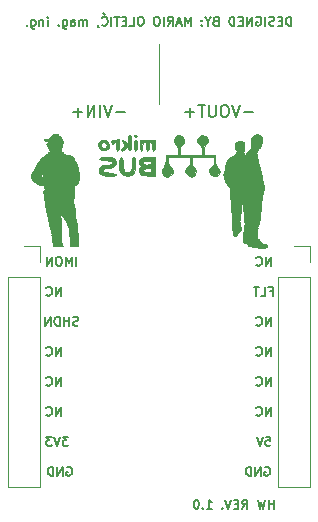
<source format=gbr>
G04 #@! TF.GenerationSoftware,KiCad,Pcbnew,(5.1.5)-3*
G04 #@! TF.CreationDate,2020-05-07T11:30:42+02:00*
G04 #@! TF.ProjectId,TPS26600_ePuse,54505332-3636-4303-905f-65507573652e,rev?*
G04 #@! TF.SameCoordinates,Original*
G04 #@! TF.FileFunction,Legend,Bot*
G04 #@! TF.FilePolarity,Positive*
%FSLAX46Y46*%
G04 Gerber Fmt 4.6, Leading zero omitted, Abs format (unit mm)*
G04 Created by KiCad (PCBNEW (5.1.5)-3) date 2020-05-07 11:30:42*
%MOMM*%
%LPD*%
G04 APERTURE LIST*
%ADD10C,0.150000*%
%ADD11C,0.120000*%
%ADD12C,0.010000*%
G04 APERTURE END LIST*
D10*
X96837142Y-143581428D02*
X96075238Y-143581428D01*
X95741904Y-142962380D02*
X95408571Y-143962380D01*
X95075238Y-142962380D01*
X94551428Y-142962380D02*
X94360952Y-142962380D01*
X94265714Y-143010000D01*
X94170476Y-143105238D01*
X94122857Y-143295714D01*
X94122857Y-143629047D01*
X94170476Y-143819523D01*
X94265714Y-143914761D01*
X94360952Y-143962380D01*
X94551428Y-143962380D01*
X94646666Y-143914761D01*
X94741904Y-143819523D01*
X94789523Y-143629047D01*
X94789523Y-143295714D01*
X94741904Y-143105238D01*
X94646666Y-143010000D01*
X94551428Y-142962380D01*
X93694285Y-142962380D02*
X93694285Y-143771904D01*
X93646666Y-143867142D01*
X93599047Y-143914761D01*
X93503809Y-143962380D01*
X93313333Y-143962380D01*
X93218095Y-143914761D01*
X93170476Y-143867142D01*
X93122857Y-143771904D01*
X93122857Y-142962380D01*
X92789523Y-142962380D02*
X92218095Y-142962380D01*
X92503809Y-143962380D02*
X92503809Y-142962380D01*
X91884761Y-143581428D02*
X91122857Y-143581428D01*
X91503809Y-143962380D02*
X91503809Y-143200476D01*
D11*
X88900000Y-137795000D02*
X88900000Y-142875000D01*
D10*
X86010476Y-143581428D02*
X85248571Y-143581428D01*
X84915238Y-142962380D02*
X84581904Y-143962380D01*
X84248571Y-142962380D01*
X83915238Y-143962380D02*
X83915238Y-142962380D01*
X83439047Y-143962380D02*
X83439047Y-142962380D01*
X82867619Y-143962380D01*
X82867619Y-142962380D01*
X82391428Y-143581428D02*
X81629523Y-143581428D01*
X82010476Y-143962380D02*
X82010476Y-143200476D01*
X100076000Y-136234714D02*
X100076000Y-135472714D01*
X99894571Y-135472714D01*
X99785714Y-135509000D01*
X99713142Y-135581571D01*
X99676857Y-135654142D01*
X99640571Y-135799285D01*
X99640571Y-135908142D01*
X99676857Y-136053285D01*
X99713142Y-136125857D01*
X99785714Y-136198428D01*
X99894571Y-136234714D01*
X100076000Y-136234714D01*
X99314000Y-135835571D02*
X99060000Y-135835571D01*
X98951142Y-136234714D02*
X99314000Y-136234714D01*
X99314000Y-135472714D01*
X98951142Y-135472714D01*
X98660857Y-136198428D02*
X98552000Y-136234714D01*
X98370571Y-136234714D01*
X98298000Y-136198428D01*
X98261714Y-136162142D01*
X98225428Y-136089571D01*
X98225428Y-136017000D01*
X98261714Y-135944428D01*
X98298000Y-135908142D01*
X98370571Y-135871857D01*
X98515714Y-135835571D01*
X98588285Y-135799285D01*
X98624571Y-135763000D01*
X98660857Y-135690428D01*
X98660857Y-135617857D01*
X98624571Y-135545285D01*
X98588285Y-135509000D01*
X98515714Y-135472714D01*
X98334285Y-135472714D01*
X98225428Y-135509000D01*
X97898857Y-136234714D02*
X97898857Y-135472714D01*
X97136857Y-135509000D02*
X97209428Y-135472714D01*
X97318285Y-135472714D01*
X97427142Y-135509000D01*
X97499714Y-135581571D01*
X97536000Y-135654142D01*
X97572285Y-135799285D01*
X97572285Y-135908142D01*
X97536000Y-136053285D01*
X97499714Y-136125857D01*
X97427142Y-136198428D01*
X97318285Y-136234714D01*
X97245714Y-136234714D01*
X97136857Y-136198428D01*
X97100571Y-136162142D01*
X97100571Y-135908142D01*
X97245714Y-135908142D01*
X96774000Y-136234714D02*
X96774000Y-135472714D01*
X96338571Y-136234714D01*
X96338571Y-135472714D01*
X95975714Y-135835571D02*
X95721714Y-135835571D01*
X95612857Y-136234714D02*
X95975714Y-136234714D01*
X95975714Y-135472714D01*
X95612857Y-135472714D01*
X95286285Y-136234714D02*
X95286285Y-135472714D01*
X95104857Y-135472714D01*
X94996000Y-135509000D01*
X94923428Y-135581571D01*
X94887142Y-135654142D01*
X94850857Y-135799285D01*
X94850857Y-135908142D01*
X94887142Y-136053285D01*
X94923428Y-136125857D01*
X94996000Y-136198428D01*
X95104857Y-136234714D01*
X95286285Y-136234714D01*
X93689714Y-135835571D02*
X93580857Y-135871857D01*
X93544571Y-135908142D01*
X93508285Y-135980714D01*
X93508285Y-136089571D01*
X93544571Y-136162142D01*
X93580857Y-136198428D01*
X93653428Y-136234714D01*
X93943714Y-136234714D01*
X93943714Y-135472714D01*
X93689714Y-135472714D01*
X93617142Y-135509000D01*
X93580857Y-135545285D01*
X93544571Y-135617857D01*
X93544571Y-135690428D01*
X93580857Y-135763000D01*
X93617142Y-135799285D01*
X93689714Y-135835571D01*
X93943714Y-135835571D01*
X93036571Y-135871857D02*
X93036571Y-136234714D01*
X93290571Y-135472714D02*
X93036571Y-135871857D01*
X92782571Y-135472714D01*
X92528571Y-136162142D02*
X92492285Y-136198428D01*
X92528571Y-136234714D01*
X92564857Y-136198428D01*
X92528571Y-136162142D01*
X92528571Y-136234714D01*
X92528571Y-135763000D02*
X92492285Y-135799285D01*
X92528571Y-135835571D01*
X92564857Y-135799285D01*
X92528571Y-135763000D01*
X92528571Y-135835571D01*
X91585142Y-136234714D02*
X91585142Y-135472714D01*
X91331142Y-136017000D01*
X91077142Y-135472714D01*
X91077142Y-136234714D01*
X90750571Y-136017000D02*
X90387714Y-136017000D01*
X90823142Y-136234714D02*
X90569142Y-135472714D01*
X90315142Y-136234714D01*
X89625714Y-136234714D02*
X89879714Y-135871857D01*
X90061142Y-136234714D02*
X90061142Y-135472714D01*
X89770857Y-135472714D01*
X89698285Y-135509000D01*
X89662000Y-135545285D01*
X89625714Y-135617857D01*
X89625714Y-135726714D01*
X89662000Y-135799285D01*
X89698285Y-135835571D01*
X89770857Y-135871857D01*
X90061142Y-135871857D01*
X89299142Y-136234714D02*
X89299142Y-135472714D01*
X88791142Y-135472714D02*
X88646000Y-135472714D01*
X88573428Y-135509000D01*
X88500857Y-135581571D01*
X88464571Y-135726714D01*
X88464571Y-135980714D01*
X88500857Y-136125857D01*
X88573428Y-136198428D01*
X88646000Y-136234714D01*
X88791142Y-136234714D01*
X88863714Y-136198428D01*
X88936285Y-136125857D01*
X88972571Y-135980714D01*
X88972571Y-135726714D01*
X88936285Y-135581571D01*
X88863714Y-135509000D01*
X88791142Y-135472714D01*
X87412285Y-135472714D02*
X87267142Y-135472714D01*
X87194571Y-135509000D01*
X87122000Y-135581571D01*
X87085714Y-135726714D01*
X87085714Y-135980714D01*
X87122000Y-136125857D01*
X87194571Y-136198428D01*
X87267142Y-136234714D01*
X87412285Y-136234714D01*
X87484857Y-136198428D01*
X87557428Y-136125857D01*
X87593714Y-135980714D01*
X87593714Y-135726714D01*
X87557428Y-135581571D01*
X87484857Y-135509000D01*
X87412285Y-135472714D01*
X86396285Y-136234714D02*
X86759142Y-136234714D01*
X86759142Y-135472714D01*
X86142285Y-135835571D02*
X85888285Y-135835571D01*
X85779428Y-136234714D02*
X86142285Y-136234714D01*
X86142285Y-135472714D01*
X85779428Y-135472714D01*
X85561714Y-135472714D02*
X85126285Y-135472714D01*
X85344000Y-136234714D02*
X85344000Y-135472714D01*
X84872285Y-136234714D02*
X84872285Y-135472714D01*
X84074000Y-136162142D02*
X84110285Y-136198428D01*
X84219142Y-136234714D01*
X84291714Y-136234714D01*
X84400571Y-136198428D01*
X84473142Y-136125857D01*
X84509428Y-136053285D01*
X84545714Y-135908142D01*
X84545714Y-135799285D01*
X84509428Y-135654142D01*
X84473142Y-135581571D01*
X84400571Y-135509000D01*
X84291714Y-135472714D01*
X84219142Y-135472714D01*
X84110285Y-135509000D01*
X84074000Y-135545285D01*
X84182857Y-135182428D02*
X84291714Y-135291285D01*
X83711142Y-136198428D02*
X83711142Y-136234714D01*
X83747428Y-136307285D01*
X83783714Y-136343571D01*
X82804000Y-136234714D02*
X82804000Y-135726714D01*
X82804000Y-135799285D02*
X82767714Y-135763000D01*
X82695142Y-135726714D01*
X82586285Y-135726714D01*
X82513714Y-135763000D01*
X82477428Y-135835571D01*
X82477428Y-136234714D01*
X82477428Y-135835571D02*
X82441142Y-135763000D01*
X82368571Y-135726714D01*
X82259714Y-135726714D01*
X82187142Y-135763000D01*
X82150857Y-135835571D01*
X82150857Y-136234714D01*
X81461428Y-136234714D02*
X81461428Y-135835571D01*
X81497714Y-135763000D01*
X81570285Y-135726714D01*
X81715428Y-135726714D01*
X81788000Y-135763000D01*
X81461428Y-136198428D02*
X81534000Y-136234714D01*
X81715428Y-136234714D01*
X81788000Y-136198428D01*
X81824285Y-136125857D01*
X81824285Y-136053285D01*
X81788000Y-135980714D01*
X81715428Y-135944428D01*
X81534000Y-135944428D01*
X81461428Y-135908142D01*
X80772000Y-135726714D02*
X80772000Y-136343571D01*
X80808285Y-136416142D01*
X80844571Y-136452428D01*
X80917142Y-136488714D01*
X81026000Y-136488714D01*
X81098571Y-136452428D01*
X80772000Y-136198428D02*
X80844571Y-136234714D01*
X80989714Y-136234714D01*
X81062285Y-136198428D01*
X81098571Y-136162142D01*
X81134857Y-136089571D01*
X81134857Y-135871857D01*
X81098571Y-135799285D01*
X81062285Y-135763000D01*
X80989714Y-135726714D01*
X80844571Y-135726714D01*
X80772000Y-135763000D01*
X80409142Y-136162142D02*
X80372857Y-136198428D01*
X80409142Y-136234714D01*
X80445428Y-136198428D01*
X80409142Y-136162142D01*
X80409142Y-136234714D01*
X79465714Y-136234714D02*
X79465714Y-135726714D01*
X79465714Y-135472714D02*
X79502000Y-135509000D01*
X79465714Y-135545285D01*
X79429428Y-135509000D01*
X79465714Y-135472714D01*
X79465714Y-135545285D01*
X79102857Y-135726714D02*
X79102857Y-136234714D01*
X79102857Y-135799285D02*
X79066571Y-135763000D01*
X78994000Y-135726714D01*
X78885142Y-135726714D01*
X78812571Y-135763000D01*
X78776285Y-135835571D01*
X78776285Y-136234714D01*
X78086857Y-135726714D02*
X78086857Y-136343571D01*
X78123142Y-136416142D01*
X78159428Y-136452428D01*
X78232000Y-136488714D01*
X78340857Y-136488714D01*
X78413428Y-136452428D01*
X78086857Y-136198428D02*
X78159428Y-136234714D01*
X78304571Y-136234714D01*
X78377142Y-136198428D01*
X78413428Y-136162142D01*
X78449714Y-136089571D01*
X78449714Y-135871857D01*
X78413428Y-135799285D01*
X78377142Y-135763000D01*
X78304571Y-135726714D01*
X78159428Y-135726714D01*
X78086857Y-135763000D01*
X77724000Y-136162142D02*
X77687714Y-136198428D01*
X77724000Y-136234714D01*
X77760285Y-136198428D01*
X77724000Y-136162142D01*
X77724000Y-136234714D01*
X98624571Y-177128714D02*
X98624571Y-176366714D01*
X98624571Y-176729571D02*
X98189142Y-176729571D01*
X98189142Y-177128714D02*
X98189142Y-176366714D01*
X97898857Y-176366714D02*
X97717428Y-177128714D01*
X97572285Y-176584428D01*
X97427142Y-177128714D01*
X97245714Y-176366714D01*
X95939428Y-177128714D02*
X96193428Y-176765857D01*
X96374857Y-177128714D02*
X96374857Y-176366714D01*
X96084571Y-176366714D01*
X96012000Y-176403000D01*
X95975714Y-176439285D01*
X95939428Y-176511857D01*
X95939428Y-176620714D01*
X95975714Y-176693285D01*
X96012000Y-176729571D01*
X96084571Y-176765857D01*
X96374857Y-176765857D01*
X95612857Y-176729571D02*
X95358857Y-176729571D01*
X95250000Y-177128714D02*
X95612857Y-177128714D01*
X95612857Y-176366714D01*
X95250000Y-176366714D01*
X95032285Y-176366714D02*
X94778285Y-177128714D01*
X94524285Y-176366714D01*
X94270285Y-177056142D02*
X94234000Y-177092428D01*
X94270285Y-177128714D01*
X94306571Y-177092428D01*
X94270285Y-177056142D01*
X94270285Y-177128714D01*
X92927714Y-177128714D02*
X93363142Y-177128714D01*
X93145428Y-177128714D02*
X93145428Y-176366714D01*
X93218000Y-176475571D01*
X93290571Y-176548142D01*
X93363142Y-176584428D01*
X92601142Y-177056142D02*
X92564857Y-177092428D01*
X92601142Y-177128714D01*
X92637428Y-177092428D01*
X92601142Y-177056142D01*
X92601142Y-177128714D01*
X92093142Y-176366714D02*
X92020571Y-176366714D01*
X91948000Y-176403000D01*
X91911714Y-176439285D01*
X91875428Y-176511857D01*
X91839142Y-176657000D01*
X91839142Y-176838428D01*
X91875428Y-176983571D01*
X91911714Y-177056142D01*
X91948000Y-177092428D01*
X92020571Y-177128714D01*
X92093142Y-177128714D01*
X92165714Y-177092428D01*
X92202000Y-177056142D01*
X92238285Y-176983571D01*
X92274571Y-176838428D01*
X92274571Y-176657000D01*
X92238285Y-176511857D01*
X92202000Y-176439285D01*
X92165714Y-176403000D01*
X92093142Y-176366714D01*
X98279857Y-158695571D02*
X98533857Y-158695571D01*
X98533857Y-159094714D02*
X98533857Y-158332714D01*
X98171000Y-158332714D01*
X97517857Y-159094714D02*
X97880714Y-159094714D01*
X97880714Y-158332714D01*
X97372714Y-158332714D02*
X96937285Y-158332714D01*
X97155000Y-159094714D02*
X97155000Y-158332714D01*
X97935142Y-171032714D02*
X98298000Y-171032714D01*
X98334285Y-171395571D01*
X98298000Y-171359285D01*
X98225428Y-171323000D01*
X98044000Y-171323000D01*
X97971428Y-171359285D01*
X97935142Y-171395571D01*
X97898857Y-171468142D01*
X97898857Y-171649571D01*
X97935142Y-171722142D01*
X97971428Y-171758428D01*
X98044000Y-171794714D01*
X98225428Y-171794714D01*
X98298000Y-171758428D01*
X98334285Y-171722142D01*
X97681142Y-171032714D02*
X97427142Y-171794714D01*
X97173142Y-171032714D01*
X97862571Y-173609000D02*
X97935142Y-173572714D01*
X98044000Y-173572714D01*
X98152857Y-173609000D01*
X98225428Y-173681571D01*
X98261714Y-173754142D01*
X98298000Y-173899285D01*
X98298000Y-174008142D01*
X98261714Y-174153285D01*
X98225428Y-174225857D01*
X98152857Y-174298428D01*
X98044000Y-174334714D01*
X97971428Y-174334714D01*
X97862571Y-174298428D01*
X97826285Y-174262142D01*
X97826285Y-174008142D01*
X97971428Y-174008142D01*
X97499714Y-174334714D02*
X97499714Y-173572714D01*
X97064285Y-174334714D01*
X97064285Y-173572714D01*
X96701428Y-174334714D02*
X96701428Y-173572714D01*
X96520000Y-173572714D01*
X96411142Y-173609000D01*
X96338571Y-173681571D01*
X96302285Y-173754142D01*
X96266000Y-173899285D01*
X96266000Y-174008142D01*
X96302285Y-174153285D01*
X96338571Y-174225857D01*
X96411142Y-174298428D01*
X96520000Y-174334714D01*
X96701428Y-174334714D01*
X81098571Y-173609000D02*
X81171142Y-173572714D01*
X81280000Y-173572714D01*
X81388857Y-173609000D01*
X81461428Y-173681571D01*
X81497714Y-173754142D01*
X81534000Y-173899285D01*
X81534000Y-174008142D01*
X81497714Y-174153285D01*
X81461428Y-174225857D01*
X81388857Y-174298428D01*
X81280000Y-174334714D01*
X81207428Y-174334714D01*
X81098571Y-174298428D01*
X81062285Y-174262142D01*
X81062285Y-174008142D01*
X81207428Y-174008142D01*
X80735714Y-174334714D02*
X80735714Y-173572714D01*
X80300285Y-174334714D01*
X80300285Y-173572714D01*
X79937428Y-174334714D02*
X79937428Y-173572714D01*
X79756000Y-173572714D01*
X79647142Y-173609000D01*
X79574571Y-173681571D01*
X79538285Y-173754142D01*
X79502000Y-173899285D01*
X79502000Y-174008142D01*
X79538285Y-174153285D01*
X79574571Y-174225857D01*
X79647142Y-174298428D01*
X79756000Y-174334714D01*
X79937428Y-174334714D01*
X81207428Y-171032714D02*
X80735714Y-171032714D01*
X80989714Y-171323000D01*
X80880857Y-171323000D01*
X80808285Y-171359285D01*
X80772000Y-171395571D01*
X80735714Y-171468142D01*
X80735714Y-171649571D01*
X80772000Y-171722142D01*
X80808285Y-171758428D01*
X80880857Y-171794714D01*
X81098571Y-171794714D01*
X81171142Y-171758428D01*
X81207428Y-171722142D01*
X80518000Y-171032714D02*
X80264000Y-171794714D01*
X80010000Y-171032714D01*
X79828571Y-171032714D02*
X79356857Y-171032714D01*
X79610857Y-171323000D01*
X79502000Y-171323000D01*
X79429428Y-171359285D01*
X79393142Y-171395571D01*
X79356857Y-171468142D01*
X79356857Y-171649571D01*
X79393142Y-171722142D01*
X79429428Y-171758428D01*
X79502000Y-171794714D01*
X79719714Y-171794714D01*
X79792285Y-171758428D01*
X79828571Y-171722142D01*
X82042000Y-161598428D02*
X81933142Y-161634714D01*
X81751714Y-161634714D01*
X81679142Y-161598428D01*
X81642857Y-161562142D01*
X81606571Y-161489571D01*
X81606571Y-161417000D01*
X81642857Y-161344428D01*
X81679142Y-161308142D01*
X81751714Y-161271857D01*
X81896857Y-161235571D01*
X81969428Y-161199285D01*
X82005714Y-161163000D01*
X82042000Y-161090428D01*
X82042000Y-161017857D01*
X82005714Y-160945285D01*
X81969428Y-160909000D01*
X81896857Y-160872714D01*
X81715428Y-160872714D01*
X81606571Y-160909000D01*
X81280000Y-161634714D02*
X81280000Y-160872714D01*
X81280000Y-161235571D02*
X80844571Y-161235571D01*
X80844571Y-161634714D02*
X80844571Y-160872714D01*
X80481714Y-161634714D02*
X80481714Y-160872714D01*
X80300285Y-160872714D01*
X80191428Y-160909000D01*
X80118857Y-160981571D01*
X80082571Y-161054142D01*
X80046285Y-161199285D01*
X80046285Y-161308142D01*
X80082571Y-161453285D01*
X80118857Y-161525857D01*
X80191428Y-161598428D01*
X80300285Y-161634714D01*
X80481714Y-161634714D01*
X79719714Y-161634714D02*
X79719714Y-160872714D01*
X79284285Y-161634714D01*
X79284285Y-160872714D01*
X98388714Y-156554714D02*
X98388714Y-155792714D01*
X97953285Y-156554714D01*
X97953285Y-155792714D01*
X97155000Y-156482142D02*
X97191285Y-156518428D01*
X97300142Y-156554714D01*
X97372714Y-156554714D01*
X97481571Y-156518428D01*
X97554142Y-156445857D01*
X97590428Y-156373285D01*
X97626714Y-156228142D01*
X97626714Y-156119285D01*
X97590428Y-155974142D01*
X97554142Y-155901571D01*
X97481571Y-155829000D01*
X97372714Y-155792714D01*
X97300142Y-155792714D01*
X97191285Y-155829000D01*
X97155000Y-155865285D01*
X98388714Y-161634714D02*
X98388714Y-160872714D01*
X97953285Y-161634714D01*
X97953285Y-160872714D01*
X97155000Y-161562142D02*
X97191285Y-161598428D01*
X97300142Y-161634714D01*
X97372714Y-161634714D01*
X97481571Y-161598428D01*
X97554142Y-161525857D01*
X97590428Y-161453285D01*
X97626714Y-161308142D01*
X97626714Y-161199285D01*
X97590428Y-161054142D01*
X97554142Y-160981571D01*
X97481571Y-160909000D01*
X97372714Y-160872714D01*
X97300142Y-160872714D01*
X97191285Y-160909000D01*
X97155000Y-160945285D01*
X98388714Y-164174714D02*
X98388714Y-163412714D01*
X97953285Y-164174714D01*
X97953285Y-163412714D01*
X97155000Y-164102142D02*
X97191285Y-164138428D01*
X97300142Y-164174714D01*
X97372714Y-164174714D01*
X97481571Y-164138428D01*
X97554142Y-164065857D01*
X97590428Y-163993285D01*
X97626714Y-163848142D01*
X97626714Y-163739285D01*
X97590428Y-163594142D01*
X97554142Y-163521571D01*
X97481571Y-163449000D01*
X97372714Y-163412714D01*
X97300142Y-163412714D01*
X97191285Y-163449000D01*
X97155000Y-163485285D01*
X98388714Y-166714714D02*
X98388714Y-165952714D01*
X97953285Y-166714714D01*
X97953285Y-165952714D01*
X97155000Y-166642142D02*
X97191285Y-166678428D01*
X97300142Y-166714714D01*
X97372714Y-166714714D01*
X97481571Y-166678428D01*
X97554142Y-166605857D01*
X97590428Y-166533285D01*
X97626714Y-166388142D01*
X97626714Y-166279285D01*
X97590428Y-166134142D01*
X97554142Y-166061571D01*
X97481571Y-165989000D01*
X97372714Y-165952714D01*
X97300142Y-165952714D01*
X97191285Y-165989000D01*
X97155000Y-166025285D01*
X98388714Y-169254714D02*
X98388714Y-168492714D01*
X97953285Y-169254714D01*
X97953285Y-168492714D01*
X97155000Y-169182142D02*
X97191285Y-169218428D01*
X97300142Y-169254714D01*
X97372714Y-169254714D01*
X97481571Y-169218428D01*
X97554142Y-169145857D01*
X97590428Y-169073285D01*
X97626714Y-168928142D01*
X97626714Y-168819285D01*
X97590428Y-168674142D01*
X97554142Y-168601571D01*
X97481571Y-168529000D01*
X97372714Y-168492714D01*
X97300142Y-168492714D01*
X97191285Y-168529000D01*
X97155000Y-168565285D01*
X80608714Y-169254714D02*
X80608714Y-168492714D01*
X80173285Y-169254714D01*
X80173285Y-168492714D01*
X79375000Y-169182142D02*
X79411285Y-169218428D01*
X79520142Y-169254714D01*
X79592714Y-169254714D01*
X79701571Y-169218428D01*
X79774142Y-169145857D01*
X79810428Y-169073285D01*
X79846714Y-168928142D01*
X79846714Y-168819285D01*
X79810428Y-168674142D01*
X79774142Y-168601571D01*
X79701571Y-168529000D01*
X79592714Y-168492714D01*
X79520142Y-168492714D01*
X79411285Y-168529000D01*
X79375000Y-168565285D01*
X80608714Y-166714714D02*
X80608714Y-165952714D01*
X80173285Y-166714714D01*
X80173285Y-165952714D01*
X79375000Y-166642142D02*
X79411285Y-166678428D01*
X79520142Y-166714714D01*
X79592714Y-166714714D01*
X79701571Y-166678428D01*
X79774142Y-166605857D01*
X79810428Y-166533285D01*
X79846714Y-166388142D01*
X79846714Y-166279285D01*
X79810428Y-166134142D01*
X79774142Y-166061571D01*
X79701571Y-165989000D01*
X79592714Y-165952714D01*
X79520142Y-165952714D01*
X79411285Y-165989000D01*
X79375000Y-166025285D01*
X80608714Y-164174714D02*
X80608714Y-163412714D01*
X80173285Y-164174714D01*
X80173285Y-163412714D01*
X79375000Y-164102142D02*
X79411285Y-164138428D01*
X79520142Y-164174714D01*
X79592714Y-164174714D01*
X79701571Y-164138428D01*
X79774142Y-164065857D01*
X79810428Y-163993285D01*
X79846714Y-163848142D01*
X79846714Y-163739285D01*
X79810428Y-163594142D01*
X79774142Y-163521571D01*
X79701571Y-163449000D01*
X79592714Y-163412714D01*
X79520142Y-163412714D01*
X79411285Y-163449000D01*
X79375000Y-163485285D01*
X80608714Y-159094714D02*
X80608714Y-158332714D01*
X80173285Y-159094714D01*
X80173285Y-158332714D01*
X79375000Y-159022142D02*
X79411285Y-159058428D01*
X79520142Y-159094714D01*
X79592714Y-159094714D01*
X79701571Y-159058428D01*
X79774142Y-158985857D01*
X79810428Y-158913285D01*
X79846714Y-158768142D01*
X79846714Y-158659285D01*
X79810428Y-158514142D01*
X79774142Y-158441571D01*
X79701571Y-158369000D01*
X79592714Y-158332714D01*
X79520142Y-158332714D01*
X79411285Y-158369000D01*
X79375000Y-158405285D01*
X81878714Y-156554714D02*
X81878714Y-155792714D01*
X81515857Y-156554714D02*
X81515857Y-155792714D01*
X81261857Y-156337000D01*
X81007857Y-155792714D01*
X81007857Y-156554714D01*
X80499857Y-155792714D02*
X80354714Y-155792714D01*
X80282142Y-155829000D01*
X80209571Y-155901571D01*
X80173285Y-156046714D01*
X80173285Y-156300714D01*
X80209571Y-156445857D01*
X80282142Y-156518428D01*
X80354714Y-156554714D01*
X80499857Y-156554714D01*
X80572428Y-156518428D01*
X80645000Y-156445857D01*
X80681285Y-156300714D01*
X80681285Y-156046714D01*
X80645000Y-155901571D01*
X80572428Y-155829000D01*
X80499857Y-155792714D01*
X79846714Y-156554714D02*
X79846714Y-155792714D01*
X79411285Y-156554714D01*
X79411285Y-155792714D01*
D12*
G36*
X78994000Y-149106466D02*
G01*
X79002467Y-149114933D01*
X79010933Y-149106466D01*
X79002467Y-149098000D01*
X78994000Y-149106466D01*
G37*
X78994000Y-149106466D02*
X79002467Y-149114933D01*
X79010933Y-149106466D01*
X79002467Y-149098000D01*
X78994000Y-149106466D01*
G36*
X79425481Y-146299479D02*
G01*
X79428143Y-146312466D01*
X79440162Y-146334747D01*
X79444545Y-146337866D01*
X79450464Y-146324039D01*
X79451200Y-146312466D01*
X79442338Y-146289928D01*
X79434798Y-146287066D01*
X79425481Y-146299479D01*
G37*
X79425481Y-146299479D02*
X79428143Y-146312466D01*
X79440162Y-146334747D01*
X79444545Y-146337866D01*
X79450464Y-146324039D01*
X79451200Y-146312466D01*
X79442338Y-146289928D01*
X79434798Y-146287066D01*
X79425481Y-146299479D01*
G36*
X81116041Y-147158387D02*
G01*
X81127600Y-147165830D01*
X81162462Y-147179395D01*
X81203800Y-147190019D01*
X81254600Y-147200075D01*
X81203800Y-147176134D01*
X81166054Y-147161106D01*
X81133752Y-147152449D01*
X81114533Y-147151199D01*
X81116041Y-147158387D01*
G37*
X81116041Y-147158387D02*
X81127600Y-147165830D01*
X81162462Y-147179395D01*
X81203800Y-147190019D01*
X81254600Y-147200075D01*
X81203800Y-147176134D01*
X81166054Y-147161106D01*
X81133752Y-147152449D01*
X81114533Y-147151199D01*
X81116041Y-147158387D01*
G36*
X79996128Y-145421467D02*
G01*
X79939804Y-145439608D01*
X79854348Y-145483553D01*
X79764944Y-145549647D01*
X79681667Y-145629209D01*
X79614592Y-145713561D01*
X79605751Y-145727386D01*
X79571948Y-145776448D01*
X79539411Y-145814205D01*
X79522259Y-145828086D01*
X79489977Y-145836878D01*
X79435260Y-145843835D01*
X79369537Y-145847540D01*
X79364846Y-145847640D01*
X79268958Y-145851068D01*
X79203198Y-145857556D01*
X79163913Y-145867789D01*
X79147449Y-145882450D01*
X79146400Y-145888531D01*
X79162089Y-145919785D01*
X79204445Y-145944980D01*
X79266405Y-145961068D01*
X79324374Y-145965333D01*
X79385055Y-145968292D01*
X79425054Y-145979788D01*
X79457242Y-146003753D01*
X79460436Y-146006897D01*
X79488718Y-146041515D01*
X79501879Y-146070111D01*
X79502000Y-146072029D01*
X79489512Y-146120526D01*
X79458835Y-146171738D01*
X79420148Y-146209880D01*
X79409016Y-146216184D01*
X79377239Y-146234378D01*
X79369985Y-146256204D01*
X79383079Y-146294630D01*
X79383466Y-146295533D01*
X79394555Y-146318232D01*
X79398409Y-146309298D01*
X79399210Y-146290881D01*
X79412283Y-146258428D01*
X79442456Y-146235711D01*
X79479547Y-146224945D01*
X79513374Y-146228347D01*
X79533758Y-146248133D01*
X79535866Y-146261135D01*
X79526886Y-146284008D01*
X79518933Y-146287066D01*
X79502955Y-146273838D01*
X79502000Y-146267311D01*
X79495346Y-146255769D01*
X79491120Y-146258435D01*
X79491108Y-146278462D01*
X79500316Y-146293504D01*
X79511816Y-146323754D01*
X79509917Y-146359857D01*
X79497686Y-146389324D01*
X79478186Y-146399663D01*
X79474511Y-146398675D01*
X79454981Y-146394944D01*
X79455436Y-146409046D01*
X79476335Y-146445110D01*
X79480362Y-146451298D01*
X79500135Y-146499256D01*
X79504527Y-146543443D01*
X79510201Y-146593379D01*
X79526165Y-146629109D01*
X79546907Y-146676143D01*
X79552800Y-146713661D01*
X79567265Y-146761478D01*
X79603600Y-146797744D01*
X79637091Y-146829319D01*
X79653929Y-146858539D01*
X79654400Y-146862598D01*
X79640111Y-146902175D01*
X79606060Y-146927445D01*
X79588215Y-146930533D01*
X79563875Y-146941851D01*
X79525075Y-146971458D01*
X79482262Y-147010967D01*
X79408279Y-147083955D01*
X79349713Y-147138349D01*
X79298782Y-147180227D01*
X79247703Y-147215667D01*
X79188692Y-147250746D01*
X79142971Y-147275920D01*
X79060091Y-147324096D01*
X79003083Y-147365750D01*
X78965854Y-147405556D01*
X78957348Y-147418299D01*
X78922103Y-147469013D01*
X78876917Y-147525387D01*
X78856317Y-147548600D01*
X78801747Y-147609618D01*
X78753176Y-147667798D01*
X78715376Y-147717048D01*
X78693114Y-147751278D01*
X78689200Y-147762006D01*
X78678837Y-147781878D01*
X78652466Y-147816729D01*
X78634167Y-147838209D01*
X78591567Y-147894423D01*
X78539804Y-147975510D01*
X78482463Y-148074969D01*
X78423129Y-148186299D01*
X78365389Y-148302998D01*
X78312827Y-148418564D01*
X78308282Y-148429133D01*
X78285830Y-148473605D01*
X78250201Y-148535442D01*
X78207533Y-148604191D01*
X78187254Y-148635226D01*
X78136114Y-148717228D01*
X78103137Y-148784321D01*
X78083683Y-148846637D01*
X78078682Y-148872293D01*
X78069542Y-148993924D01*
X78081117Y-149112446D01*
X78112085Y-149215902D01*
X78118127Y-149228984D01*
X78147943Y-149272915D01*
X78198021Y-149329425D01*
X78260960Y-149391553D01*
X78329360Y-149452338D01*
X78395820Y-149504820D01*
X78448050Y-149539309D01*
X78535697Y-149590860D01*
X78592749Y-149628235D01*
X78619329Y-149651517D01*
X78621467Y-149656637D01*
X78633213Y-149670435D01*
X78669976Y-149680705D01*
X78734045Y-149687718D01*
X78827706Y-149691742D01*
X78929280Y-149693006D01*
X79028464Y-149694334D01*
X79097624Y-149698580D01*
X79140578Y-149707321D01*
X79161141Y-149722131D01*
X79163131Y-149744586D01*
X79150365Y-149776260D01*
X79146921Y-149782825D01*
X79134575Y-149823048D01*
X79146101Y-149859441D01*
X79162148Y-149895605D01*
X79183030Y-149950629D01*
X79199452Y-149998295D01*
X79232711Y-150099608D01*
X79173579Y-150165060D01*
X79120503Y-150240691D01*
X79100984Y-150313257D01*
X79114908Y-150383353D01*
X79127699Y-150407474D01*
X79156259Y-150483787D01*
X79161924Y-150580198D01*
X79147241Y-150679418D01*
X79140517Y-150734136D01*
X79152708Y-150782059D01*
X79164579Y-150806167D01*
X79189625Y-150879795D01*
X79197200Y-150956726D01*
X79202238Y-151022247D01*
X79214989Y-151084857D01*
X79222600Y-151107212D01*
X79238782Y-151163991D01*
X79247523Y-151229796D01*
X79248023Y-151246368D01*
X79251092Y-151300928D01*
X79259199Y-151374545D01*
X79270729Y-151453073D01*
X79273400Y-151468667D01*
X79285417Y-151546036D01*
X79294360Y-151621033D01*
X79298623Y-151679725D01*
X79298773Y-151688800D01*
X79304560Y-151747584D01*
X79320975Y-151832233D01*
X79346632Y-151936947D01*
X79380147Y-152055927D01*
X79407990Y-152146000D01*
X79424569Y-152206818D01*
X79440849Y-152280884D01*
X79449095Y-152326612D01*
X79462373Y-152391629D01*
X79479202Y-152450368D01*
X79491377Y-152480496D01*
X79505725Y-152524141D01*
X79516604Y-152586355D01*
X79520868Y-152638551D01*
X79528426Y-152718104D01*
X79543523Y-152803584D01*
X79554910Y-152848733D01*
X79573588Y-152920072D01*
X79592384Y-153005256D01*
X79605757Y-153077333D01*
X79620534Y-153150852D01*
X79642795Y-153241551D01*
X79668787Y-153334660D01*
X79681806Y-153376862D01*
X79706228Y-153455875D01*
X79727504Y-153529941D01*
X79742764Y-153588793D01*
X79748081Y-153613929D01*
X79761474Y-153673123D01*
X79780714Y-153737627D01*
X79785114Y-153750182D01*
X79803267Y-153844260D01*
X79800163Y-153890974D01*
X79796978Y-153946245D01*
X79811687Y-153989828D01*
X79825123Y-154010619D01*
X79840165Y-154035344D01*
X79850651Y-154064434D01*
X79857577Y-154104621D01*
X79861936Y-154162636D01*
X79864722Y-154245211D01*
X79865580Y-154284693D01*
X79867923Y-154370089D01*
X79871162Y-154444493D01*
X79874897Y-154500685D01*
X79878730Y-154531442D01*
X79879354Y-154533600D01*
X79887117Y-154565923D01*
X79894966Y-154615137D01*
X79896849Y-154630381D01*
X79911189Y-154688493D01*
X79936122Y-154740604D01*
X79941752Y-154748459D01*
X79967930Y-154795569D01*
X79968772Y-154846755D01*
X79968075Y-154850645D01*
X79957665Y-154906133D01*
X80742083Y-154906133D01*
X80730365Y-154868033D01*
X80719535Y-154827517D01*
X80706747Y-154772690D01*
X80702951Y-154755024D01*
X80686898Y-154701391D01*
X80665741Y-154657902D01*
X80658724Y-154648587D01*
X80645269Y-154625509D01*
X80635023Y-154586567D01*
X80627066Y-154526254D01*
X80620473Y-154439065D01*
X80618809Y-154410230D01*
X80612561Y-154324071D01*
X80604118Y-154245081D01*
X80594617Y-154182347D01*
X80585781Y-154146426D01*
X80575627Y-154105893D01*
X80571692Y-154049930D01*
X80573746Y-153971669D01*
X80577895Y-153909360D01*
X80586303Y-153756346D01*
X80590482Y-153576369D01*
X80590344Y-153376080D01*
X80587254Y-153212800D01*
X80586161Y-153151910D01*
X80585325Y-153066198D01*
X80584800Y-152964707D01*
X80584638Y-152856482D01*
X80584742Y-152791115D01*
X80584213Y-152693811D01*
X80582219Y-152607873D01*
X80579019Y-152539201D01*
X80574872Y-152493696D01*
X80570981Y-152477848D01*
X80560548Y-152451231D01*
X80550110Y-152403904D01*
X80545366Y-152372597D01*
X80541049Y-152314677D01*
X80547826Y-152276370D01*
X80565875Y-152247007D01*
X80597469Y-152220552D01*
X80629128Y-152222621D01*
X80663914Y-152254644D01*
X80700158Y-152309796D01*
X80739447Y-152369995D01*
X80788315Y-152434979D01*
X80815177Y-152466913D01*
X80857640Y-152516389D01*
X80894625Y-152562524D01*
X80911905Y-152586266D01*
X80935938Y-152621374D01*
X80971989Y-152672877D01*
X81012293Y-152729685D01*
X81012661Y-152730200D01*
X81046834Y-152779123D01*
X81068204Y-152816609D01*
X81079863Y-152853383D01*
X81084900Y-152900171D01*
X81086406Y-152967698D01*
X81086573Y-152986743D01*
X81087880Y-153141687D01*
X81157268Y-153220516D01*
X81204952Y-153281263D01*
X81238988Y-153343012D01*
X81261409Y-153413104D01*
X81274248Y-153498883D01*
X81279539Y-153607691D01*
X81280000Y-153663723D01*
X81282927Y-153784808D01*
X81291290Y-153887868D01*
X81304460Y-153965353D01*
X81305465Y-153969314D01*
X81315910Y-154026298D01*
X81324860Y-154111992D01*
X81332414Y-154227806D01*
X81338672Y-154375153D01*
X81342041Y-154486607D01*
X81353153Y-154906133D01*
X82012279Y-154906133D01*
X82006932Y-154402367D01*
X82006005Y-154272983D01*
X82005994Y-154152869D01*
X82006831Y-154046688D01*
X82008451Y-153959100D01*
X82010788Y-153894769D01*
X82013776Y-153858356D01*
X82014703Y-153853857D01*
X82015686Y-153796419D01*
X81999453Y-153754254D01*
X81979538Y-153688772D01*
X81983217Y-153638130D01*
X81989383Y-153592311D01*
X81994185Y-153528859D01*
X81997485Y-153455739D01*
X81999147Y-153380916D01*
X81999036Y-153312354D01*
X81997013Y-153258021D01*
X81992944Y-153225879D01*
X81990370Y-153220753D01*
X81984850Y-153200998D01*
X81983840Y-153158234D01*
X81986143Y-153119276D01*
X81988945Y-153060468D01*
X81982042Y-153020137D01*
X81961946Y-152983467D01*
X81950506Y-152967911D01*
X81922371Y-152919853D01*
X81907322Y-152872385D01*
X81906533Y-152862312D01*
X81898424Y-152816136D01*
X81878358Y-152762477D01*
X81872666Y-152751177D01*
X81850459Y-152695362D01*
X81839161Y-152638832D01*
X81838800Y-152629661D01*
X81834317Y-152587461D01*
X81823374Y-152562029D01*
X81821866Y-152560866D01*
X81814625Y-152540300D01*
X81808987Y-152493052D01*
X81805607Y-152426295D01*
X81804933Y-152375912D01*
X81803268Y-152290920D01*
X81798802Y-152208037D01*
X81792330Y-152139873D01*
X81788452Y-152114520D01*
X81780325Y-152055361D01*
X81773710Y-151977320D01*
X81769820Y-151895381D01*
X81769467Y-151879375D01*
X81766393Y-151806522D01*
X81760401Y-151742245D01*
X81752609Y-151697413D01*
X81749858Y-151688800D01*
X81739692Y-151648113D01*
X81732052Y-151589370D01*
X81729537Y-151549179D01*
X81722487Y-151478849D01*
X81705141Y-151431686D01*
X81691747Y-151413713D01*
X81666459Y-151369980D01*
X81645519Y-151306143D01*
X81631543Y-151235152D01*
X81627148Y-151169957D01*
X81633716Y-151126489D01*
X81640912Y-151072276D01*
X81632475Y-151004402D01*
X81624748Y-150959491D01*
X81625750Y-150922885D01*
X81637812Y-150882643D01*
X81663266Y-150826823D01*
X81669731Y-150813630D01*
X81697628Y-150754430D01*
X81711189Y-150715803D01*
X81712338Y-150688619D01*
X81703001Y-150663743D01*
X81701806Y-150661480D01*
X81688986Y-150625552D01*
X81698076Y-150608199D01*
X81708080Y-150584879D01*
X81706105Y-150533270D01*
X81702212Y-150505577D01*
X81696498Y-150428720D01*
X81699356Y-150336630D01*
X81704562Y-150285443D01*
X81710727Y-150211151D01*
X81713465Y-150117875D01*
X81712509Y-150020351D01*
X81710276Y-149969623D01*
X81705707Y-149880761D01*
X81706313Y-149819741D01*
X81714916Y-149780619D01*
X81734334Y-149757453D01*
X81767387Y-149744300D01*
X81816897Y-149735217D01*
X81821866Y-149734456D01*
X81907760Y-149709932D01*
X81971219Y-149664190D01*
X82015096Y-149594054D01*
X82042243Y-149496348D01*
X82043742Y-149487466D01*
X82056487Y-149421440D01*
X82072243Y-149355241D01*
X82075471Y-149343533D01*
X82110199Y-149208066D01*
X79092299Y-149208066D01*
X79090468Y-149236986D01*
X79085167Y-149239532D01*
X79084493Y-149238022D01*
X79081143Y-149204406D01*
X79083865Y-149187222D01*
X79089255Y-149180317D01*
X79092187Y-149202808D01*
X79092299Y-149208066D01*
X82110199Y-149208066D01*
X82110518Y-149206823D01*
X82130016Y-149094056D01*
X82132931Y-149034556D01*
X79086594Y-149034556D01*
X79085276Y-149082490D01*
X79079558Y-149107486D01*
X79068901Y-149114925D01*
X79068396Y-149114933D01*
X79047752Y-149129396D01*
X79034467Y-149158675D01*
X79027571Y-149178819D01*
X79018726Y-149180041D01*
X79004343Y-149158597D01*
X78980834Y-149110747D01*
X78973554Y-149095175D01*
X78958988Y-149064133D01*
X78909333Y-149064133D01*
X78905918Y-149091048D01*
X78893150Y-149088343D01*
X78889013Y-149084453D01*
X78877412Y-149061410D01*
X78889013Y-149043813D01*
X78904178Y-149035478D01*
X78909210Y-149055983D01*
X78909333Y-149064133D01*
X78958988Y-149064133D01*
X78944452Y-149033159D01*
X78917722Y-148977018D01*
X78900548Y-148941745D01*
X78887874Y-148903246D01*
X78893944Y-148885379D01*
X78910366Y-148865039D01*
X78933435Y-148824902D01*
X78945604Y-148800334D01*
X78972781Y-148751891D01*
X78999035Y-148729438D01*
X79020942Y-148725466D01*
X79041943Y-148727884D01*
X79056901Y-148738610D01*
X79067227Y-148762852D01*
X79074334Y-148805816D01*
X79079632Y-148872712D01*
X79084050Y-148958300D01*
X79086594Y-149034556D01*
X82132931Y-149034556D01*
X82134652Y-148999456D01*
X82125746Y-148920313D01*
X82114851Y-148855404D01*
X82103926Y-148771714D01*
X82094865Y-148684273D01*
X82092652Y-148657733D01*
X82082341Y-148565719D01*
X82066200Y-148466365D01*
X82047330Y-148378145D01*
X82042937Y-148361400D01*
X82021675Y-148282674D01*
X82011238Y-148242867D01*
X79978958Y-148242867D01*
X79948494Y-148297900D01*
X79924202Y-148339018D01*
X79911774Y-148351983D01*
X79908776Y-148340233D01*
X79918840Y-148319541D01*
X79942683Y-148286874D01*
X79944055Y-148285200D01*
X79978958Y-148242867D01*
X82011238Y-148242867D01*
X82000633Y-148202426D01*
X81984103Y-148137041D01*
X81983069Y-148132800D01*
X81960084Y-148046537D01*
X81938428Y-147981036D01*
X81919747Y-147940734D01*
X81907646Y-147929600D01*
X81898928Y-147923130D01*
X81884583Y-147901393D01*
X81862779Y-147860896D01*
X81831684Y-147798147D01*
X81789469Y-147709655D01*
X81764704Y-147656979D01*
X81740641Y-147599375D01*
X81724260Y-147548226D01*
X81719666Y-147521512D01*
X81710077Y-147471720D01*
X81679934Y-147421476D01*
X81624884Y-147363987D01*
X81610200Y-147350755D01*
X81606793Y-147348187D01*
X81548988Y-147348187D01*
X81542450Y-147348715D01*
X81519850Y-147337539D01*
X81494187Y-147319363D01*
X81490619Y-147306936D01*
X81508378Y-147309651D01*
X81530170Y-147327219D01*
X81548988Y-147348187D01*
X81606793Y-147348187D01*
X81555997Y-147309900D01*
X81491126Y-147271175D01*
X81426095Y-147239910D01*
X81371413Y-147221437D01*
X81349814Y-147218659D01*
X81331780Y-147221438D01*
X81344904Y-147233181D01*
X81347243Y-147234672D01*
X81366492Y-147252559D01*
X81358973Y-147261623D01*
X81330886Y-147260801D01*
X81288428Y-147249032D01*
X81280741Y-147246072D01*
X81223242Y-147228241D01*
X81152634Y-147213185D01*
X81114938Y-147207734D01*
X81050812Y-147197003D01*
X80992493Y-147181449D01*
X80966733Y-147171205D01*
X80911453Y-147139308D01*
X80860923Y-147103233D01*
X80824595Y-147070709D01*
X80784494Y-147070709D01*
X80781378Y-147081458D01*
X80764629Y-147098837D01*
X80756175Y-147083396D01*
X80755067Y-147062613D01*
X80759215Y-147038047D01*
X80773518Y-147043814D01*
X80773911Y-147044204D01*
X80784494Y-147070709D01*
X80824595Y-147070709D01*
X80823149Y-147069415D01*
X80806136Y-147044291D01*
X80805867Y-147041912D01*
X80792327Y-147013400D01*
X80756557Y-146974627D01*
X80744398Y-146964400D01*
X79696733Y-146964400D01*
X79695391Y-146980004D01*
X79689266Y-146981333D01*
X79672022Y-146969041D01*
X79671333Y-146964400D01*
X79677111Y-146947907D01*
X79678800Y-146947467D01*
X79693258Y-146959332D01*
X79696733Y-146964400D01*
X80744398Y-146964400D01*
X80705829Y-146931962D01*
X80647416Y-146891772D01*
X80610595Y-146870924D01*
X80567120Y-146846947D01*
X80553924Y-146834925D01*
X80569975Y-146833902D01*
X80570708Y-146834004D01*
X80592102Y-146835886D01*
X80605676Y-146829875D01*
X80613888Y-146809607D01*
X80619198Y-146768717D01*
X80624065Y-146700843D01*
X80624453Y-146694907D01*
X80631066Y-146621459D01*
X80640198Y-146555368D01*
X80650153Y-146508276D01*
X80652808Y-146500209D01*
X80662551Y-146454778D01*
X80655309Y-146434536D01*
X80647342Y-146422997D01*
X80647941Y-146406363D01*
X80659416Y-146377168D01*
X80684076Y-146327948D01*
X80694459Y-146308031D01*
X80711169Y-146262592D01*
X80712345Y-146246640D01*
X80698446Y-146246640D01*
X80695800Y-146253200D01*
X80680583Y-146269354D01*
X80677867Y-146270133D01*
X80670594Y-146257032D01*
X80670400Y-146253200D01*
X80683417Y-146236917D01*
X80688333Y-146236266D01*
X80698446Y-146246640D01*
X80712345Y-146246640D01*
X80714005Y-146224137D01*
X80713091Y-146220460D01*
X80717756Y-146181392D01*
X80739817Y-146153666D01*
X80762371Y-146126819D01*
X80770267Y-146094935D01*
X80766571Y-146044621D01*
X80765907Y-146039694D01*
X80747708Y-145968017D01*
X80713455Y-145882021D01*
X80668746Y-145793429D01*
X80619174Y-145713966D01*
X80595625Y-145682909D01*
X80556993Y-145644431D01*
X80500388Y-145598066D01*
X80437103Y-145552967D01*
X80427868Y-145546964D01*
X80368593Y-145507067D01*
X80336280Y-145480002D01*
X80327907Y-145462858D01*
X80333310Y-145456000D01*
X80346402Y-145445882D01*
X80340680Y-145439733D01*
X80310293Y-145434838D01*
X80280933Y-145431696D01*
X80241109Y-145427529D01*
X80182418Y-145421290D01*
X80135298Y-145416237D01*
X80059911Y-145412393D01*
X79996128Y-145421467D01*
G37*
X79996128Y-145421467D02*
X79939804Y-145439608D01*
X79854348Y-145483553D01*
X79764944Y-145549647D01*
X79681667Y-145629209D01*
X79614592Y-145713561D01*
X79605751Y-145727386D01*
X79571948Y-145776448D01*
X79539411Y-145814205D01*
X79522259Y-145828086D01*
X79489977Y-145836878D01*
X79435260Y-145843835D01*
X79369537Y-145847540D01*
X79364846Y-145847640D01*
X79268958Y-145851068D01*
X79203198Y-145857556D01*
X79163913Y-145867789D01*
X79147449Y-145882450D01*
X79146400Y-145888531D01*
X79162089Y-145919785D01*
X79204445Y-145944980D01*
X79266405Y-145961068D01*
X79324374Y-145965333D01*
X79385055Y-145968292D01*
X79425054Y-145979788D01*
X79457242Y-146003753D01*
X79460436Y-146006897D01*
X79488718Y-146041515D01*
X79501879Y-146070111D01*
X79502000Y-146072029D01*
X79489512Y-146120526D01*
X79458835Y-146171738D01*
X79420148Y-146209880D01*
X79409016Y-146216184D01*
X79377239Y-146234378D01*
X79369985Y-146256204D01*
X79383079Y-146294630D01*
X79383466Y-146295533D01*
X79394555Y-146318232D01*
X79398409Y-146309298D01*
X79399210Y-146290881D01*
X79412283Y-146258428D01*
X79442456Y-146235711D01*
X79479547Y-146224945D01*
X79513374Y-146228347D01*
X79533758Y-146248133D01*
X79535866Y-146261135D01*
X79526886Y-146284008D01*
X79518933Y-146287066D01*
X79502955Y-146273838D01*
X79502000Y-146267311D01*
X79495346Y-146255769D01*
X79491120Y-146258435D01*
X79491108Y-146278462D01*
X79500316Y-146293504D01*
X79511816Y-146323754D01*
X79509917Y-146359857D01*
X79497686Y-146389324D01*
X79478186Y-146399663D01*
X79474511Y-146398675D01*
X79454981Y-146394944D01*
X79455436Y-146409046D01*
X79476335Y-146445110D01*
X79480362Y-146451298D01*
X79500135Y-146499256D01*
X79504527Y-146543443D01*
X79510201Y-146593379D01*
X79526165Y-146629109D01*
X79546907Y-146676143D01*
X79552800Y-146713661D01*
X79567265Y-146761478D01*
X79603600Y-146797744D01*
X79637091Y-146829319D01*
X79653929Y-146858539D01*
X79654400Y-146862598D01*
X79640111Y-146902175D01*
X79606060Y-146927445D01*
X79588215Y-146930533D01*
X79563875Y-146941851D01*
X79525075Y-146971458D01*
X79482262Y-147010967D01*
X79408279Y-147083955D01*
X79349713Y-147138349D01*
X79298782Y-147180227D01*
X79247703Y-147215667D01*
X79188692Y-147250746D01*
X79142971Y-147275920D01*
X79060091Y-147324096D01*
X79003083Y-147365750D01*
X78965854Y-147405556D01*
X78957348Y-147418299D01*
X78922103Y-147469013D01*
X78876917Y-147525387D01*
X78856317Y-147548600D01*
X78801747Y-147609618D01*
X78753176Y-147667798D01*
X78715376Y-147717048D01*
X78693114Y-147751278D01*
X78689200Y-147762006D01*
X78678837Y-147781878D01*
X78652466Y-147816729D01*
X78634167Y-147838209D01*
X78591567Y-147894423D01*
X78539804Y-147975510D01*
X78482463Y-148074969D01*
X78423129Y-148186299D01*
X78365389Y-148302998D01*
X78312827Y-148418564D01*
X78308282Y-148429133D01*
X78285830Y-148473605D01*
X78250201Y-148535442D01*
X78207533Y-148604191D01*
X78187254Y-148635226D01*
X78136114Y-148717228D01*
X78103137Y-148784321D01*
X78083683Y-148846637D01*
X78078682Y-148872293D01*
X78069542Y-148993924D01*
X78081117Y-149112446D01*
X78112085Y-149215902D01*
X78118127Y-149228984D01*
X78147943Y-149272915D01*
X78198021Y-149329425D01*
X78260960Y-149391553D01*
X78329360Y-149452338D01*
X78395820Y-149504820D01*
X78448050Y-149539309D01*
X78535697Y-149590860D01*
X78592749Y-149628235D01*
X78619329Y-149651517D01*
X78621467Y-149656637D01*
X78633213Y-149670435D01*
X78669976Y-149680705D01*
X78734045Y-149687718D01*
X78827706Y-149691742D01*
X78929280Y-149693006D01*
X79028464Y-149694334D01*
X79097624Y-149698580D01*
X79140578Y-149707321D01*
X79161141Y-149722131D01*
X79163131Y-149744586D01*
X79150365Y-149776260D01*
X79146921Y-149782825D01*
X79134575Y-149823048D01*
X79146101Y-149859441D01*
X79162148Y-149895605D01*
X79183030Y-149950629D01*
X79199452Y-149998295D01*
X79232711Y-150099608D01*
X79173579Y-150165060D01*
X79120503Y-150240691D01*
X79100984Y-150313257D01*
X79114908Y-150383353D01*
X79127699Y-150407474D01*
X79156259Y-150483787D01*
X79161924Y-150580198D01*
X79147241Y-150679418D01*
X79140517Y-150734136D01*
X79152708Y-150782059D01*
X79164579Y-150806167D01*
X79189625Y-150879795D01*
X79197200Y-150956726D01*
X79202238Y-151022247D01*
X79214989Y-151084857D01*
X79222600Y-151107212D01*
X79238782Y-151163991D01*
X79247523Y-151229796D01*
X79248023Y-151246368D01*
X79251092Y-151300928D01*
X79259199Y-151374545D01*
X79270729Y-151453073D01*
X79273400Y-151468667D01*
X79285417Y-151546036D01*
X79294360Y-151621033D01*
X79298623Y-151679725D01*
X79298773Y-151688800D01*
X79304560Y-151747584D01*
X79320975Y-151832233D01*
X79346632Y-151936947D01*
X79380147Y-152055927D01*
X79407990Y-152146000D01*
X79424569Y-152206818D01*
X79440849Y-152280884D01*
X79449095Y-152326612D01*
X79462373Y-152391629D01*
X79479202Y-152450368D01*
X79491377Y-152480496D01*
X79505725Y-152524141D01*
X79516604Y-152586355D01*
X79520868Y-152638551D01*
X79528426Y-152718104D01*
X79543523Y-152803584D01*
X79554910Y-152848733D01*
X79573588Y-152920072D01*
X79592384Y-153005256D01*
X79605757Y-153077333D01*
X79620534Y-153150852D01*
X79642795Y-153241551D01*
X79668787Y-153334660D01*
X79681806Y-153376862D01*
X79706228Y-153455875D01*
X79727504Y-153529941D01*
X79742764Y-153588793D01*
X79748081Y-153613929D01*
X79761474Y-153673123D01*
X79780714Y-153737627D01*
X79785114Y-153750182D01*
X79803267Y-153844260D01*
X79800163Y-153890974D01*
X79796978Y-153946245D01*
X79811687Y-153989828D01*
X79825123Y-154010619D01*
X79840165Y-154035344D01*
X79850651Y-154064434D01*
X79857577Y-154104621D01*
X79861936Y-154162636D01*
X79864722Y-154245211D01*
X79865580Y-154284693D01*
X79867923Y-154370089D01*
X79871162Y-154444493D01*
X79874897Y-154500685D01*
X79878730Y-154531442D01*
X79879354Y-154533600D01*
X79887117Y-154565923D01*
X79894966Y-154615137D01*
X79896849Y-154630381D01*
X79911189Y-154688493D01*
X79936122Y-154740604D01*
X79941752Y-154748459D01*
X79967930Y-154795569D01*
X79968772Y-154846755D01*
X79968075Y-154850645D01*
X79957665Y-154906133D01*
X80742083Y-154906133D01*
X80730365Y-154868033D01*
X80719535Y-154827517D01*
X80706747Y-154772690D01*
X80702951Y-154755024D01*
X80686898Y-154701391D01*
X80665741Y-154657902D01*
X80658724Y-154648587D01*
X80645269Y-154625509D01*
X80635023Y-154586567D01*
X80627066Y-154526254D01*
X80620473Y-154439065D01*
X80618809Y-154410230D01*
X80612561Y-154324071D01*
X80604118Y-154245081D01*
X80594617Y-154182347D01*
X80585781Y-154146426D01*
X80575627Y-154105893D01*
X80571692Y-154049930D01*
X80573746Y-153971669D01*
X80577895Y-153909360D01*
X80586303Y-153756346D01*
X80590482Y-153576369D01*
X80590344Y-153376080D01*
X80587254Y-153212800D01*
X80586161Y-153151910D01*
X80585325Y-153066198D01*
X80584800Y-152964707D01*
X80584638Y-152856482D01*
X80584742Y-152791115D01*
X80584213Y-152693811D01*
X80582219Y-152607873D01*
X80579019Y-152539201D01*
X80574872Y-152493696D01*
X80570981Y-152477848D01*
X80560548Y-152451231D01*
X80550110Y-152403904D01*
X80545366Y-152372597D01*
X80541049Y-152314677D01*
X80547826Y-152276370D01*
X80565875Y-152247007D01*
X80597469Y-152220552D01*
X80629128Y-152222621D01*
X80663914Y-152254644D01*
X80700158Y-152309796D01*
X80739447Y-152369995D01*
X80788315Y-152434979D01*
X80815177Y-152466913D01*
X80857640Y-152516389D01*
X80894625Y-152562524D01*
X80911905Y-152586266D01*
X80935938Y-152621374D01*
X80971989Y-152672877D01*
X81012293Y-152729685D01*
X81012661Y-152730200D01*
X81046834Y-152779123D01*
X81068204Y-152816609D01*
X81079863Y-152853383D01*
X81084900Y-152900171D01*
X81086406Y-152967698D01*
X81086573Y-152986743D01*
X81087880Y-153141687D01*
X81157268Y-153220516D01*
X81204952Y-153281263D01*
X81238988Y-153343012D01*
X81261409Y-153413104D01*
X81274248Y-153498883D01*
X81279539Y-153607691D01*
X81280000Y-153663723D01*
X81282927Y-153784808D01*
X81291290Y-153887868D01*
X81304460Y-153965353D01*
X81305465Y-153969314D01*
X81315910Y-154026298D01*
X81324860Y-154111992D01*
X81332414Y-154227806D01*
X81338672Y-154375153D01*
X81342041Y-154486607D01*
X81353153Y-154906133D01*
X82012279Y-154906133D01*
X82006932Y-154402367D01*
X82006005Y-154272983D01*
X82005994Y-154152869D01*
X82006831Y-154046688D01*
X82008451Y-153959100D01*
X82010788Y-153894769D01*
X82013776Y-153858356D01*
X82014703Y-153853857D01*
X82015686Y-153796419D01*
X81999453Y-153754254D01*
X81979538Y-153688772D01*
X81983217Y-153638130D01*
X81989383Y-153592311D01*
X81994185Y-153528859D01*
X81997485Y-153455739D01*
X81999147Y-153380916D01*
X81999036Y-153312354D01*
X81997013Y-153258021D01*
X81992944Y-153225879D01*
X81990370Y-153220753D01*
X81984850Y-153200998D01*
X81983840Y-153158234D01*
X81986143Y-153119276D01*
X81988945Y-153060468D01*
X81982042Y-153020137D01*
X81961946Y-152983467D01*
X81950506Y-152967911D01*
X81922371Y-152919853D01*
X81907322Y-152872385D01*
X81906533Y-152862312D01*
X81898424Y-152816136D01*
X81878358Y-152762477D01*
X81872666Y-152751177D01*
X81850459Y-152695362D01*
X81839161Y-152638832D01*
X81838800Y-152629661D01*
X81834317Y-152587461D01*
X81823374Y-152562029D01*
X81821866Y-152560866D01*
X81814625Y-152540300D01*
X81808987Y-152493052D01*
X81805607Y-152426295D01*
X81804933Y-152375912D01*
X81803268Y-152290920D01*
X81798802Y-152208037D01*
X81792330Y-152139873D01*
X81788452Y-152114520D01*
X81780325Y-152055361D01*
X81773710Y-151977320D01*
X81769820Y-151895381D01*
X81769467Y-151879375D01*
X81766393Y-151806522D01*
X81760401Y-151742245D01*
X81752609Y-151697413D01*
X81749858Y-151688800D01*
X81739692Y-151648113D01*
X81732052Y-151589370D01*
X81729537Y-151549179D01*
X81722487Y-151478849D01*
X81705141Y-151431686D01*
X81691747Y-151413713D01*
X81666459Y-151369980D01*
X81645519Y-151306143D01*
X81631543Y-151235152D01*
X81627148Y-151169957D01*
X81633716Y-151126489D01*
X81640912Y-151072276D01*
X81632475Y-151004402D01*
X81624748Y-150959491D01*
X81625750Y-150922885D01*
X81637812Y-150882643D01*
X81663266Y-150826823D01*
X81669731Y-150813630D01*
X81697628Y-150754430D01*
X81711189Y-150715803D01*
X81712338Y-150688619D01*
X81703001Y-150663743D01*
X81701806Y-150661480D01*
X81688986Y-150625552D01*
X81698076Y-150608199D01*
X81708080Y-150584879D01*
X81706105Y-150533270D01*
X81702212Y-150505577D01*
X81696498Y-150428720D01*
X81699356Y-150336630D01*
X81704562Y-150285443D01*
X81710727Y-150211151D01*
X81713465Y-150117875D01*
X81712509Y-150020351D01*
X81710276Y-149969623D01*
X81705707Y-149880761D01*
X81706313Y-149819741D01*
X81714916Y-149780619D01*
X81734334Y-149757453D01*
X81767387Y-149744300D01*
X81816897Y-149735217D01*
X81821866Y-149734456D01*
X81907760Y-149709932D01*
X81971219Y-149664190D01*
X82015096Y-149594054D01*
X82042243Y-149496348D01*
X82043742Y-149487466D01*
X82056487Y-149421440D01*
X82072243Y-149355241D01*
X82075471Y-149343533D01*
X82110199Y-149208066D01*
X79092299Y-149208066D01*
X79090468Y-149236986D01*
X79085167Y-149239532D01*
X79084493Y-149238022D01*
X79081143Y-149204406D01*
X79083865Y-149187222D01*
X79089255Y-149180317D01*
X79092187Y-149202808D01*
X79092299Y-149208066D01*
X82110199Y-149208066D01*
X82110518Y-149206823D01*
X82130016Y-149094056D01*
X82132931Y-149034556D01*
X79086594Y-149034556D01*
X79085276Y-149082490D01*
X79079558Y-149107486D01*
X79068901Y-149114925D01*
X79068396Y-149114933D01*
X79047752Y-149129396D01*
X79034467Y-149158675D01*
X79027571Y-149178819D01*
X79018726Y-149180041D01*
X79004343Y-149158597D01*
X78980834Y-149110747D01*
X78973554Y-149095175D01*
X78958988Y-149064133D01*
X78909333Y-149064133D01*
X78905918Y-149091048D01*
X78893150Y-149088343D01*
X78889013Y-149084453D01*
X78877412Y-149061410D01*
X78889013Y-149043813D01*
X78904178Y-149035478D01*
X78909210Y-149055983D01*
X78909333Y-149064133D01*
X78958988Y-149064133D01*
X78944452Y-149033159D01*
X78917722Y-148977018D01*
X78900548Y-148941745D01*
X78887874Y-148903246D01*
X78893944Y-148885379D01*
X78910366Y-148865039D01*
X78933435Y-148824902D01*
X78945604Y-148800334D01*
X78972781Y-148751891D01*
X78999035Y-148729438D01*
X79020942Y-148725466D01*
X79041943Y-148727884D01*
X79056901Y-148738610D01*
X79067227Y-148762852D01*
X79074334Y-148805816D01*
X79079632Y-148872712D01*
X79084050Y-148958300D01*
X79086594Y-149034556D01*
X82132931Y-149034556D01*
X82134652Y-148999456D01*
X82125746Y-148920313D01*
X82114851Y-148855404D01*
X82103926Y-148771714D01*
X82094865Y-148684273D01*
X82092652Y-148657733D01*
X82082341Y-148565719D01*
X82066200Y-148466365D01*
X82047330Y-148378145D01*
X82042937Y-148361400D01*
X82021675Y-148282674D01*
X82011238Y-148242867D01*
X79978958Y-148242867D01*
X79948494Y-148297900D01*
X79924202Y-148339018D01*
X79911774Y-148351983D01*
X79908776Y-148340233D01*
X79918840Y-148319541D01*
X79942683Y-148286874D01*
X79944055Y-148285200D01*
X79978958Y-148242867D01*
X82011238Y-148242867D01*
X82000633Y-148202426D01*
X81984103Y-148137041D01*
X81983069Y-148132800D01*
X81960084Y-148046537D01*
X81938428Y-147981036D01*
X81919747Y-147940734D01*
X81907646Y-147929600D01*
X81898928Y-147923130D01*
X81884583Y-147901393D01*
X81862779Y-147860896D01*
X81831684Y-147798147D01*
X81789469Y-147709655D01*
X81764704Y-147656979D01*
X81740641Y-147599375D01*
X81724260Y-147548226D01*
X81719666Y-147521512D01*
X81710077Y-147471720D01*
X81679934Y-147421476D01*
X81624884Y-147363987D01*
X81610200Y-147350755D01*
X81606793Y-147348187D01*
X81548988Y-147348187D01*
X81542450Y-147348715D01*
X81519850Y-147337539D01*
X81494187Y-147319363D01*
X81490619Y-147306936D01*
X81508378Y-147309651D01*
X81530170Y-147327219D01*
X81548988Y-147348187D01*
X81606793Y-147348187D01*
X81555997Y-147309900D01*
X81491126Y-147271175D01*
X81426095Y-147239910D01*
X81371413Y-147221437D01*
X81349814Y-147218659D01*
X81331780Y-147221438D01*
X81344904Y-147233181D01*
X81347243Y-147234672D01*
X81366492Y-147252559D01*
X81358973Y-147261623D01*
X81330886Y-147260801D01*
X81288428Y-147249032D01*
X81280741Y-147246072D01*
X81223242Y-147228241D01*
X81152634Y-147213185D01*
X81114938Y-147207734D01*
X81050812Y-147197003D01*
X80992493Y-147181449D01*
X80966733Y-147171205D01*
X80911453Y-147139308D01*
X80860923Y-147103233D01*
X80824595Y-147070709D01*
X80784494Y-147070709D01*
X80781378Y-147081458D01*
X80764629Y-147098837D01*
X80756175Y-147083396D01*
X80755067Y-147062613D01*
X80759215Y-147038047D01*
X80773518Y-147043814D01*
X80773911Y-147044204D01*
X80784494Y-147070709D01*
X80824595Y-147070709D01*
X80823149Y-147069415D01*
X80806136Y-147044291D01*
X80805867Y-147041912D01*
X80792327Y-147013400D01*
X80756557Y-146974627D01*
X80744398Y-146964400D01*
X79696733Y-146964400D01*
X79695391Y-146980004D01*
X79689266Y-146981333D01*
X79672022Y-146969041D01*
X79671333Y-146964400D01*
X79677111Y-146947907D01*
X79678800Y-146947467D01*
X79693258Y-146959332D01*
X79696733Y-146964400D01*
X80744398Y-146964400D01*
X80705829Y-146931962D01*
X80647416Y-146891772D01*
X80610595Y-146870924D01*
X80567120Y-146846947D01*
X80553924Y-146834925D01*
X80569975Y-146833902D01*
X80570708Y-146834004D01*
X80592102Y-146835886D01*
X80605676Y-146829875D01*
X80613888Y-146809607D01*
X80619198Y-146768717D01*
X80624065Y-146700843D01*
X80624453Y-146694907D01*
X80631066Y-146621459D01*
X80640198Y-146555368D01*
X80650153Y-146508276D01*
X80652808Y-146500209D01*
X80662551Y-146454778D01*
X80655309Y-146434536D01*
X80647342Y-146422997D01*
X80647941Y-146406363D01*
X80659416Y-146377168D01*
X80684076Y-146327948D01*
X80694459Y-146308031D01*
X80711169Y-146262592D01*
X80712345Y-146246640D01*
X80698446Y-146246640D01*
X80695800Y-146253200D01*
X80680583Y-146269354D01*
X80677867Y-146270133D01*
X80670594Y-146257032D01*
X80670400Y-146253200D01*
X80683417Y-146236917D01*
X80688333Y-146236266D01*
X80698446Y-146246640D01*
X80712345Y-146246640D01*
X80714005Y-146224137D01*
X80713091Y-146220460D01*
X80717756Y-146181392D01*
X80739817Y-146153666D01*
X80762371Y-146126819D01*
X80770267Y-146094935D01*
X80766571Y-146044621D01*
X80765907Y-146039694D01*
X80747708Y-145968017D01*
X80713455Y-145882021D01*
X80668746Y-145793429D01*
X80619174Y-145713966D01*
X80595625Y-145682909D01*
X80556993Y-145644431D01*
X80500388Y-145598066D01*
X80437103Y-145552967D01*
X80427868Y-145546964D01*
X80368593Y-145507067D01*
X80336280Y-145480002D01*
X80327907Y-145462858D01*
X80333310Y-145456000D01*
X80346402Y-145445882D01*
X80340680Y-145439733D01*
X80310293Y-145434838D01*
X80280933Y-145431696D01*
X80241109Y-145427529D01*
X80182418Y-145421290D01*
X80135298Y-145416237D01*
X80059911Y-145412393D01*
X79996128Y-145421467D01*
G36*
X96717593Y-146378083D02*
G01*
X96716474Y-146395417D01*
X96717593Y-146399249D01*
X96720683Y-146400313D01*
X96721863Y-146388666D01*
X96720532Y-146376647D01*
X96717593Y-146378083D01*
G37*
X96717593Y-146378083D02*
X96716474Y-146395417D01*
X96717593Y-146399249D01*
X96720683Y-146400313D01*
X96721863Y-146388666D01*
X96720532Y-146376647D01*
X96717593Y-146378083D01*
G36*
X97234662Y-145429366D02*
G01*
X97192750Y-145431469D01*
X97182160Y-145432102D01*
X97133806Y-145435636D01*
X97099767Y-145439689D01*
X97077428Y-145444708D01*
X97064173Y-145451140D01*
X97062512Y-145452515D01*
X97043716Y-145464362D01*
X97018762Y-145474360D01*
X97016301Y-145475070D01*
X96996495Y-145482386D01*
X96986116Y-145489826D01*
X96985667Y-145491271D01*
X96978288Y-145497962D01*
X96959707Y-145505712D01*
X96950048Y-145508605D01*
X96914510Y-145525264D01*
X96882070Y-145554958D01*
X96858114Y-145579393D01*
X96832708Y-145601157D01*
X96820321Y-145609884D01*
X96801802Y-145623652D01*
X96791614Y-145635736D01*
X96790933Y-145638363D01*
X96785458Y-145653231D01*
X96781613Y-145658000D01*
X96773058Y-145671073D01*
X96760587Y-145695432D01*
X96746106Y-145726667D01*
X96731525Y-145760367D01*
X96718752Y-145792121D01*
X96709697Y-145817518D01*
X96706266Y-145832128D01*
X96702297Y-145852534D01*
X96697107Y-145865028D01*
X96692236Y-145885990D01*
X96692818Y-145916663D01*
X96693668Y-145923738D01*
X96698550Y-145949476D01*
X96705291Y-145962076D01*
X96715528Y-145965333D01*
X96728891Y-145967127D01*
X96729192Y-145974204D01*
X96716351Y-145989106D01*
X96714733Y-145990733D01*
X96705516Y-146003170D01*
X96700299Y-146020466D01*
X96698091Y-146047244D01*
X96697800Y-146069755D01*
X96698612Y-146100852D01*
X96700752Y-146125098D01*
X96703779Y-146137717D01*
X96704150Y-146138194D01*
X96709536Y-146150730D01*
X96712265Y-146167122D01*
X96716773Y-146218717D01*
X96721225Y-146255371D01*
X96726019Y-146279067D01*
X96731556Y-146291793D01*
X96738140Y-146295533D01*
X96744721Y-146298109D01*
X96747905Y-146308047D01*
X96748136Y-146328661D01*
X96746351Y-146356916D01*
X96743260Y-146394730D01*
X96740166Y-146420167D01*
X96735897Y-146437745D01*
X96729282Y-146451980D01*
X96719149Y-146467388D01*
X96716850Y-146470651D01*
X96702233Y-146494604D01*
X96699673Y-146512470D01*
X96709515Y-146530391D01*
X96720934Y-146543120D01*
X96735026Y-146559994D01*
X96737031Y-146569985D01*
X96732697Y-146574296D01*
X96715568Y-146578129D01*
X96704092Y-146576817D01*
X96691849Y-146575997D01*
X96689961Y-146585741D01*
X96691240Y-146592672D01*
X96697192Y-146614804D01*
X96701557Y-146627085D01*
X96701140Y-146640653D01*
X96692062Y-146646122D01*
X96677862Y-146655962D01*
X96661038Y-146674531D01*
X96655843Y-146681700D01*
X96636405Y-146704349D01*
X96609860Y-146728223D01*
X96594474Y-146739621D01*
X96576295Y-146753707D01*
X96548570Y-146777534D01*
X96513744Y-146808885D01*
X96474265Y-146845545D01*
X96432580Y-146885302D01*
X96419261Y-146898230D01*
X96375182Y-146941402D01*
X96341872Y-146974672D01*
X96317842Y-146999821D01*
X96301604Y-147018630D01*
X96291668Y-147032881D01*
X96286546Y-147044354D01*
X96284748Y-147054830D01*
X96284626Y-147059284D01*
X96278329Y-147092485D01*
X96261699Y-147123705D01*
X96238135Y-147149181D01*
X96211031Y-147165148D01*
X96186301Y-147168261D01*
X96167137Y-147161956D01*
X96144332Y-147149604D01*
X96123069Y-147134701D01*
X96108533Y-147120744D01*
X96105133Y-147113497D01*
X96111102Y-147098755D01*
X96117833Y-147091399D01*
X96127351Y-147077610D01*
X96130290Y-147061751D01*
X96126083Y-147050674D01*
X96121334Y-147049066D01*
X96109751Y-147044444D01*
X96089883Y-147032573D01*
X96074767Y-147022231D01*
X96052621Y-147004854D01*
X96041457Y-146990312D01*
X96037664Y-146972851D01*
X96037400Y-146962692D01*
X96040946Y-146931485D01*
X96049523Y-146900994D01*
X96049956Y-146899937D01*
X96060301Y-146867743D01*
X96070483Y-146822639D01*
X96079806Y-146768640D01*
X96087574Y-146709761D01*
X96092989Y-146651470D01*
X96096961Y-146607459D01*
X96102288Y-146575881D01*
X96110243Y-146552234D01*
X96122097Y-146532018D01*
X96129504Y-146522264D01*
X96134095Y-146513069D01*
X96136890Y-146497552D01*
X96137997Y-146473125D01*
X96137525Y-146437201D01*
X96135582Y-146387189D01*
X96135369Y-146382564D01*
X96132806Y-146337910D01*
X96129656Y-146299172D01*
X96126252Y-146269553D01*
X96122924Y-146252258D01*
X96121582Y-146249390D01*
X96115878Y-146235769D01*
X96113600Y-146215295D01*
X96106332Y-146187252D01*
X96088037Y-146156539D01*
X96027724Y-146156539D01*
X96025531Y-146166784D01*
X96020467Y-146168533D01*
X96012484Y-146161915D01*
X96012000Y-146158616D01*
X96006766Y-146144991D01*
X95998568Y-146133858D01*
X95989831Y-146122953D01*
X95993441Y-146120443D01*
X96000084Y-146121210D01*
X96012628Y-146128246D01*
X96022632Y-146141857D01*
X96027724Y-146156539D01*
X96088037Y-146156539D01*
X96084585Y-146150744D01*
X96078853Y-146142905D01*
X96057562Y-146116557D01*
X96040013Y-146101143D01*
X96021375Y-146092992D01*
X96009761Y-146090426D01*
X95979549Y-146081195D01*
X95949503Y-146066399D01*
X95945024Y-146063498D01*
X95916611Y-146048348D01*
X95885788Y-146037815D01*
X95880767Y-146036785D01*
X95856070Y-146030702D01*
X95837582Y-146023105D01*
X95835021Y-146021379D01*
X95819356Y-146015969D01*
X95790884Y-146012353D01*
X95753631Y-146010495D01*
X95711623Y-146010359D01*
X95668886Y-146011909D01*
X95629449Y-146015107D01*
X95597336Y-146019919D01*
X95583005Y-146023650D01*
X95518108Y-146054057D01*
X95460453Y-146097746D01*
X95429362Y-146131367D01*
X95408501Y-146156472D01*
X95388874Y-146178304D01*
X95378028Y-146189076D01*
X95366414Y-146203450D01*
X95369093Y-146211212D01*
X95373671Y-146220047D01*
X95373368Y-146239717D01*
X95368503Y-146271102D01*
X95362720Y-146304924D01*
X95358081Y-146336714D01*
X95356044Y-146354799D01*
X95351729Y-146393398D01*
X95345790Y-146428682D01*
X95339210Y-146455383D01*
X95335485Y-146464866D01*
X95332272Y-146482402D01*
X95333093Y-146510338D01*
X95337139Y-146542850D01*
X95343596Y-146574114D01*
X95351654Y-146598306D01*
X95354921Y-146604363D01*
X95364847Y-146622593D01*
X95368533Y-146634843D01*
X95373681Y-146645825D01*
X95386861Y-146665039D01*
X95404680Y-146688222D01*
X95423745Y-146711111D01*
X95440661Y-146729441D01*
X95450858Y-146738279D01*
X95465831Y-146755752D01*
X95478399Y-146784562D01*
X95487178Y-146819140D01*
X95490781Y-146853922D01*
X95487823Y-146883339D01*
X95487362Y-146884960D01*
X95482202Y-146898709D01*
X95479408Y-146899542D01*
X95479328Y-146898783D01*
X95472681Y-146888670D01*
X95457505Y-146888349D01*
X95437740Y-146896152D01*
X95417321Y-146910411D01*
X95400186Y-146929457D01*
X95397691Y-146933371D01*
X95389228Y-146951726D01*
X95384551Y-146974455D01*
X95382945Y-147006374D01*
X95383143Y-147031233D01*
X95381240Y-147086563D01*
X95371824Y-147128768D01*
X95353117Y-147160654D01*
X95323344Y-147185028D01*
X95280725Y-147204698D01*
X95271167Y-147208088D01*
X95241698Y-147218981D01*
X95202666Y-147234508D01*
X95159926Y-147252300D01*
X95131467Y-147264602D01*
X95086726Y-147284468D01*
X95051210Y-147300815D01*
X95018543Y-147316713D01*
X94982354Y-147335235D01*
X94953013Y-147350616D01*
X94931139Y-147366116D01*
X94901576Y-147392710D01*
X94866628Y-147427826D01*
X94828601Y-147468889D01*
X94789800Y-147513325D01*
X94752533Y-147558560D01*
X94719102Y-147602022D01*
X94691815Y-147641135D01*
X94689372Y-147644930D01*
X94681276Y-147660277D01*
X94670775Y-147683380D01*
X94660272Y-147708492D01*
X94652169Y-147729868D01*
X94648867Y-147741761D01*
X94648866Y-147741832D01*
X94643047Y-147753221D01*
X94635802Y-147760569D01*
X94623081Y-147776912D01*
X94607753Y-147805188D01*
X94591818Y-147841033D01*
X94577273Y-147880083D01*
X94569389Y-147905556D01*
X94561185Y-147933030D01*
X94549269Y-147970698D01*
X94535498Y-148012763D01*
X94526447Y-148039666D01*
X94509792Y-148088821D01*
X94497632Y-148125595D01*
X94488907Y-148153602D01*
X94482558Y-148176457D01*
X94477525Y-148197775D01*
X94472746Y-148221170D01*
X94471822Y-148225933D01*
X94465027Y-148268710D01*
X94458582Y-148322900D01*
X94452965Y-148382982D01*
X94448656Y-148443437D01*
X94446132Y-148498744D01*
X94445674Y-148527540D01*
X94440627Y-148591180D01*
X94424417Y-148645768D01*
X94395417Y-148696243D01*
X94386009Y-148708759D01*
X94370108Y-148734465D01*
X94355194Y-148767393D01*
X94348626Y-148786592D01*
X94340496Y-148844189D01*
X94347536Y-148907477D01*
X94369560Y-148975012D01*
X94374439Y-148986067D01*
X94386788Y-149018670D01*
X94393105Y-149052303D01*
X94394866Y-149094438D01*
X94397145Y-149140722D01*
X94405370Y-149175057D01*
X94421629Y-149201978D01*
X94448010Y-149226025D01*
X94459017Y-149233914D01*
X94490364Y-149259967D01*
X94514475Y-149288697D01*
X94528251Y-149315992D01*
X94530302Y-149328429D01*
X94526802Y-149345383D01*
X94518146Y-149368377D01*
X94516204Y-149372587D01*
X94508843Y-149389956D01*
X94506453Y-149404936D01*
X94509157Y-149423534D01*
X94517076Y-149451755D01*
X94517864Y-149454363D01*
X94530866Y-149491664D01*
X94543888Y-149514868D01*
X94559060Y-149526675D01*
X94577307Y-149529800D01*
X94592886Y-149534102D01*
X94606260Y-149549334D01*
X94614802Y-149565256D01*
X94625363Y-149591615D01*
X94631392Y-149615382D01*
X94631933Y-149621737D01*
X94636832Y-149646219D01*
X94649612Y-149678371D01*
X94667400Y-149712783D01*
X94687321Y-149744047D01*
X94706501Y-149766754D01*
X94711038Y-149770608D01*
X94736811Y-149785056D01*
X94764317Y-149793374D01*
X94767178Y-149793721D01*
X94788036Y-149798120D01*
X94799471Y-149809756D01*
X94805683Y-149826133D01*
X94823816Y-149874255D01*
X94847599Y-149914123D01*
X94870463Y-149942049D01*
X94889010Y-149965382D01*
X94902267Y-149986976D01*
X94906125Y-149997082D01*
X94907349Y-150010125D01*
X94909018Y-150037892D01*
X94911031Y-150078185D01*
X94913286Y-150128804D01*
X94915684Y-150187551D01*
X94918125Y-150252224D01*
X94919381Y-150287566D01*
X94922055Y-150360310D01*
X94925004Y-150433482D01*
X94928079Y-150503783D01*
X94931125Y-150567912D01*
X94933992Y-150622569D01*
X94936528Y-150664454D01*
X94937111Y-150672800D01*
X94940706Y-150724258D01*
X94944783Y-150785784D01*
X94948900Y-150850537D01*
X94952617Y-150911677D01*
X94953501Y-150926800D01*
X94957067Y-150986328D01*
X94961189Y-151051865D01*
X94965415Y-151116369D01*
X94969288Y-151172799D01*
X94970164Y-151185033D01*
X94975411Y-151258522D01*
X94981179Y-151340975D01*
X94987221Y-151428744D01*
X94993291Y-151518183D01*
X94999145Y-151605645D01*
X95004536Y-151687482D01*
X95009219Y-151760050D01*
X95012949Y-151819700D01*
X95013226Y-151824266D01*
X95016503Y-151870806D01*
X95020347Y-151913681D01*
X95024341Y-151948885D01*
X95028069Y-151972410D01*
X95029095Y-151976666D01*
X95032818Y-151996911D01*
X95036545Y-152029412D01*
X95039817Y-152069498D01*
X95041980Y-152107899D01*
X95045441Y-152158741D01*
X95050913Y-152206525D01*
X95057691Y-152245699D01*
X95061342Y-152260299D01*
X95072328Y-152318276D01*
X95075636Y-152390924D01*
X95075632Y-152391533D01*
X95075047Y-152432639D01*
X95073877Y-152485234D01*
X95072210Y-152546929D01*
X95070135Y-152615331D01*
X95067741Y-152688049D01*
X95065117Y-152762692D01*
X95062351Y-152836868D01*
X95059533Y-152908187D01*
X95056751Y-152974257D01*
X95054094Y-153032687D01*
X95051652Y-153081086D01*
X95049512Y-153117062D01*
X95047944Y-153136600D01*
X95045450Y-153189704D01*
X95047935Y-153244428D01*
X95049933Y-153261443D01*
X95054386Y-153315136D01*
X95050713Y-153360658D01*
X95049443Y-153367276D01*
X95044675Y-153398335D01*
X95046135Y-153419855D01*
X95051166Y-153433025D01*
X95064568Y-153450841D01*
X95087967Y-153474406D01*
X95117280Y-153500065D01*
X95148425Y-153524164D01*
X95167383Y-153537048D01*
X95183461Y-153550847D01*
X95189249Y-153568951D01*
X95189391Y-153583368D01*
X95190658Y-153619890D01*
X95198336Y-153641941D01*
X95213162Y-153651005D01*
X95223124Y-153651170D01*
X95238584Y-153651574D01*
X95245723Y-153660221D01*
X95248563Y-153678277D01*
X95249807Y-153697333D01*
X95246871Y-153702105D01*
X95237462Y-153695134D01*
X95235197Y-153693094D01*
X95220949Y-153682024D01*
X95213243Y-153678466D01*
X95205703Y-153685924D01*
X95195447Y-153705422D01*
X95184149Y-153732642D01*
X95173481Y-153763268D01*
X95165114Y-153792985D01*
X95161289Y-153812560D01*
X95159033Y-153840166D01*
X95162099Y-153863584D01*
X95171915Y-153890538D01*
X95178341Y-153904655D01*
X95197929Y-153938899D01*
X95223157Y-153973450D01*
X95238725Y-153990811D01*
X95276125Y-154027989D01*
X95341379Y-154023070D01*
X95375928Y-154019760D01*
X95397747Y-154015346D01*
X95411041Y-154008534D01*
X95419333Y-153999069D01*
X95433605Y-153981084D01*
X95444286Y-153971043D01*
X95455561Y-153961184D01*
X95475126Y-153942553D01*
X95499470Y-153918523D01*
X95509560Y-153908358D01*
X95545849Y-153868595D01*
X95578002Y-153826160D01*
X95589988Y-153807035D01*
X95318908Y-153807035D01*
X95318076Y-153820083D01*
X95301830Y-153838426D01*
X95298579Y-153841222D01*
X95268854Y-153860070D01*
X95242304Y-153863049D01*
X95219868Y-153852638D01*
X95208784Y-153843136D01*
X95211352Y-153837785D01*
X95218201Y-153834817D01*
X95228810Y-153826918D01*
X95224959Y-153819319D01*
X95208980Y-153814517D01*
X95198700Y-153813933D01*
X95179453Y-153809345D01*
X95173948Y-153795418D01*
X95182162Y-153771905D01*
X95193187Y-153753802D01*
X95212295Y-153731812D01*
X95228713Y-153726264D01*
X95242116Y-153737216D01*
X95245658Y-153744083D01*
X95255959Y-153758730D01*
X95264708Y-153763133D01*
X95273967Y-153767062D01*
X95274397Y-153769483D01*
X95274025Y-153782599D01*
X95274397Y-153791686D01*
X95277309Y-153802377D01*
X95286479Y-153798318D01*
X95288100Y-153797000D01*
X95298846Y-153782849D01*
X95300800Y-153775296D01*
X95307151Y-153760895D01*
X95310494Y-153758141D01*
X95316853Y-153758973D01*
X95316006Y-153774027D01*
X95315342Y-153794751D01*
X95318908Y-153807035D01*
X95589988Y-153807035D01*
X95609043Y-153776631D01*
X95641995Y-153715586D01*
X95643700Y-153712245D01*
X95671844Y-153668372D01*
X95707617Y-153635028D01*
X95710125Y-153633223D01*
X95735917Y-153612306D01*
X95757947Y-153589986D01*
X95767217Y-153577668D01*
X95786216Y-153555808D01*
X95810835Y-153538156D01*
X95812975Y-153537089D01*
X95833464Y-153524477D01*
X95841738Y-153509612D01*
X95842667Y-153498541D01*
X95839466Y-153474051D01*
X95833540Y-153457100D01*
X95828657Y-153440387D01*
X95824462Y-153412601D01*
X95821827Y-153379598D01*
X95821751Y-153377888D01*
X95819791Y-153346426D01*
X95817109Y-153321474D01*
X95814253Y-153307990D01*
X95813974Y-153307455D01*
X95809799Y-153294410D01*
X95805528Y-153271759D01*
X95804324Y-153263081D01*
X95793862Y-153201626D01*
X95777285Y-153141631D01*
X95763512Y-153102683D01*
X95745917Y-153051491D01*
X95735497Y-153007935D01*
X95730999Y-152964965D01*
X95731004Y-152920088D01*
X95729580Y-152871536D01*
X95722082Y-152834545D01*
X95720172Y-152829523D01*
X95712802Y-152801523D01*
X95709182Y-152765863D01*
X95709306Y-152728642D01*
X95713162Y-152695961D01*
X95720403Y-152674463D01*
X95729999Y-152652516D01*
X95735364Y-152632130D01*
X95740982Y-152608490D01*
X95749898Y-152579357D01*
X95753081Y-152570238D01*
X95761635Y-152537026D01*
X95765873Y-152501489D01*
X95765980Y-152494038D01*
X95765733Y-152421659D01*
X95767149Y-152355006D01*
X95770074Y-152296204D01*
X95774355Y-152247380D01*
X95779839Y-152210660D01*
X95786373Y-152188172D01*
X95788228Y-152184915D01*
X95795720Y-152164722D01*
X95799828Y-152132963D01*
X95800333Y-152115516D01*
X95802291Y-152082006D01*
X95807335Y-152050799D01*
X95812060Y-152034850D01*
X95818986Y-152005625D01*
X95821713Y-151961417D01*
X95821321Y-151925866D01*
X95821907Y-151864950D01*
X95827906Y-151819754D01*
X95831208Y-151807837D01*
X95837967Y-151779892D01*
X95843715Y-151743087D01*
X95847145Y-151706237D01*
X95849818Y-151666893D01*
X95853718Y-151619483D01*
X95858112Y-151572761D01*
X95859245Y-151561799D01*
X95863842Y-151515253D01*
X95868352Y-151464374D01*
X95871941Y-151418689D01*
X95872525Y-151410252D01*
X95875743Y-151375316D01*
X95880072Y-151345460D01*
X95884715Y-151325873D01*
X95885972Y-151322916D01*
X95888825Y-151309608D01*
X95891554Y-151282302D01*
X95893975Y-151243933D01*
X95895904Y-151197435D01*
X95897158Y-151145745D01*
X95897181Y-151144263D01*
X95899559Y-151061046D01*
X95903926Y-150993881D01*
X95910403Y-150941991D01*
X95919107Y-150904600D01*
X95930159Y-150880929D01*
X95938967Y-150872339D01*
X95952777Y-150868488D01*
X95965252Y-150878550D01*
X95966554Y-150880233D01*
X95973114Y-150892743D01*
X95975734Y-150910408D01*
X95974738Y-150937636D01*
X95972514Y-150960666D01*
X95968186Y-151021806D01*
X95968342Y-151079623D01*
X95972839Y-151129199D01*
X95978165Y-151155196D01*
X95981799Y-151175442D01*
X95985461Y-151207946D01*
X95988701Y-151248041D01*
X95990874Y-151286539D01*
X95993091Y-151333109D01*
X95995902Y-151387135D01*
X95999117Y-151445462D01*
X96002548Y-151504935D01*
X96006005Y-151562399D01*
X96009301Y-151614697D01*
X96012247Y-151658675D01*
X96014653Y-151691176D01*
X96015948Y-151705733D01*
X96023830Y-151771406D01*
X96032572Y-151827124D01*
X96041750Y-151870517D01*
X96050426Y-151898026D01*
X96058458Y-151924330D01*
X96065079Y-151958763D01*
X96068018Y-151984339D01*
X96071343Y-152015105D01*
X96075893Y-152040502D01*
X96079931Y-152053235D01*
X96083297Y-152067709D01*
X96085924Y-152094610D01*
X96087455Y-152129435D01*
X96087701Y-152151395D01*
X96088850Y-152197700D01*
X96091972Y-152247362D01*
X96096466Y-152291583D01*
X96098017Y-152302633D01*
X96101769Y-152337353D01*
X96104544Y-152383604D01*
X96106118Y-152435998D01*
X96106264Y-152489149D01*
X96106140Y-152497366D01*
X96105785Y-152547350D01*
X96106804Y-152594144D01*
X96109506Y-152641056D01*
X96114199Y-152691393D01*
X96121190Y-152748460D01*
X96130787Y-152815566D01*
X96143184Y-152895300D01*
X96151306Y-152953847D01*
X96154989Y-152999216D01*
X96154205Y-153030421D01*
X96148927Y-153046476D01*
X96147467Y-153047700D01*
X96141399Y-153059129D01*
X96139000Y-153078170D01*
X96135071Y-153102093D01*
X96125330Y-153129787D01*
X96122317Y-153136108D01*
X96117304Y-153147237D01*
X96112851Y-153160720D01*
X96108759Y-153178224D01*
X96104827Y-153201416D01*
X96100857Y-153231961D01*
X96096646Y-153271527D01*
X96091997Y-153321781D01*
X96086708Y-153384389D01*
X96080579Y-153461017D01*
X96075515Y-153526066D01*
X96070747Y-153581640D01*
X96065181Y-153636764D01*
X96059318Y-153687060D01*
X96053658Y-153728148D01*
X96049820Y-153750433D01*
X96042507Y-153791704D01*
X96036650Y-153836385D01*
X96032137Y-153886620D01*
X96028858Y-153944550D01*
X96026698Y-154012317D01*
X96025548Y-154092064D01*
X96025293Y-154185934D01*
X96025376Y-154217630D01*
X96025749Y-154287617D01*
X96026373Y-154342674D01*
X96027367Y-154384805D01*
X96028850Y-154416012D01*
X96030939Y-154438299D01*
X96033751Y-154453669D01*
X96037406Y-154464125D01*
X96040181Y-154469071D01*
X96048232Y-154486717D01*
X96045772Y-154495558D01*
X96038961Y-154508254D01*
X96037958Y-154529167D01*
X96042508Y-154550700D01*
X96047983Y-154561004D01*
X96062586Y-154571730D01*
X96085978Y-154581625D01*
X96093564Y-154583850D01*
X96125916Y-154596211D01*
X96142943Y-154613113D01*
X96145959Y-154635969D01*
X96145379Y-154639511D01*
X96144298Y-154651093D01*
X96148108Y-154659021D01*
X96159514Y-154664251D01*
X96181222Y-154667738D01*
X96215938Y-154670437D01*
X96236366Y-154671641D01*
X96283688Y-154671512D01*
X96315476Y-154664904D01*
X96318916Y-154663346D01*
X96337604Y-154656396D01*
X96354276Y-154658706D01*
X96368342Y-154665217D01*
X96385661Y-154679435D01*
X96402495Y-154701488D01*
X96416016Y-154726255D01*
X96423399Y-154748618D01*
X96422233Y-154762846D01*
X96419876Y-154776740D01*
X96421693Y-154798225D01*
X96421926Y-154799509D01*
X96435549Y-154826794D01*
X96465601Y-154852421D01*
X96511639Y-154876187D01*
X96573220Y-154897887D01*
X96649903Y-154917317D01*
X96697800Y-154926860D01*
X96798856Y-154944799D01*
X96896717Y-154961078D01*
X96987197Y-154975030D01*
X97066111Y-154985987D01*
X97078800Y-154987594D01*
X97125175Y-154993922D01*
X97172446Y-155001305D01*
X97213983Y-155008665D01*
X97235433Y-155013075D01*
X97274171Y-155020671D01*
X97320233Y-155028065D01*
X97364063Y-155033731D01*
X97366667Y-155034009D01*
X97409968Y-155038802D01*
X97456141Y-155044283D01*
X97495654Y-155049319D01*
X97497900Y-155049622D01*
X97547699Y-155054381D01*
X97604091Y-155056571D01*
X97661750Y-155056263D01*
X97715349Y-155053532D01*
X97759561Y-155048449D01*
X97773066Y-155045855D01*
X97835309Y-155030416D01*
X97884259Y-155014743D01*
X97923523Y-154997501D01*
X97955234Y-154978381D01*
X97983364Y-154959599D01*
X98010492Y-154942692D01*
X98024290Y-154934819D01*
X98047765Y-154913575D01*
X98060104Y-154883190D01*
X98060850Y-154847664D01*
X98049545Y-154810995D01*
X98040270Y-154794988D01*
X98025878Y-154777705D01*
X98008142Y-154765922D01*
X97983718Y-154758665D01*
X97949264Y-154754959D01*
X97901438Y-154753832D01*
X97898984Y-154753826D01*
X97855882Y-154750832D01*
X97819072Y-154742739D01*
X97792098Y-154730659D01*
X97778647Y-154716091D01*
X97768337Y-154707297D01*
X97761544Y-154707886D01*
X97745728Y-154706769D01*
X97720529Y-154697246D01*
X97689898Y-154681353D01*
X97657784Y-154661122D01*
X97629934Y-154640102D01*
X97608246Y-154623353D01*
X97590849Y-154612347D01*
X97583882Y-154609798D01*
X97569156Y-154604736D01*
X97544864Y-154591133D01*
X97514387Y-154571360D01*
X97481107Y-154547791D01*
X97448406Y-154522796D01*
X97419664Y-154498749D01*
X97402650Y-154482669D01*
X97374200Y-154450262D01*
X97360124Y-154425878D01*
X97360182Y-154408985D01*
X97366667Y-154402366D01*
X97372697Y-154390163D01*
X97374901Y-154367351D01*
X97373491Y-154339768D01*
X97368679Y-154313248D01*
X97364113Y-154300797D01*
X96787950Y-154300797D01*
X96787201Y-154316970D01*
X96786501Y-154324752D01*
X96781525Y-154359816D01*
X96774892Y-154378212D01*
X96770167Y-154381200D01*
X96769936Y-154373895D01*
X96769962Y-154373732D01*
X96706266Y-154373732D01*
X96701050Y-154378323D01*
X96697800Y-154376966D01*
X96691804Y-154380275D01*
X96689337Y-154396747D01*
X96689333Y-154397633D01*
X96686734Y-154415679D01*
X96680454Y-154423522D01*
X96680194Y-154423533D01*
X96674920Y-154416159D01*
X96676956Y-154396016D01*
X96682098Y-154375200D01*
X96686498Y-154362340D01*
X96686681Y-154362011D01*
X96695109Y-154359162D01*
X96704010Y-154366206D01*
X96706266Y-154373732D01*
X96769962Y-154373732D01*
X96772872Y-154355728D01*
X96774167Y-154349450D01*
X96777183Y-154336099D01*
X96645387Y-154336099D01*
X96643257Y-154354810D01*
X96634781Y-154379699D01*
X96630570Y-154388679D01*
X96619803Y-154413387D01*
X96613672Y-154434439D01*
X96613133Y-154439629D01*
X96609320Y-154455978D01*
X96604666Y-154461633D01*
X96598534Y-154473095D01*
X96596200Y-154491431D01*
X96593885Y-154513025D01*
X96587940Y-154540243D01*
X96579861Y-154568232D01*
X96571143Y-154592141D01*
X96563285Y-154607117D01*
X96559685Y-154609800D01*
X96554989Y-154603706D01*
X96555891Y-154599216D01*
X96561176Y-154581216D01*
X96568640Y-154551554D01*
X96577144Y-154515174D01*
X96585547Y-154477019D01*
X96592708Y-154442032D01*
X96595104Y-154429286D01*
X96603646Y-154395666D01*
X96615745Y-154363555D01*
X96623395Y-154348853D01*
X96635472Y-154330590D01*
X96641780Y-154325646D01*
X96644825Y-154332567D01*
X96645387Y-154336099D01*
X96777183Y-154336099D01*
X96781537Y-154316829D01*
X96786097Y-154300680D01*
X96787950Y-154300797D01*
X97364113Y-154300797D01*
X97362832Y-154297305D01*
X97346927Y-154276937D01*
X97336625Y-154271133D01*
X96790933Y-154271133D01*
X96787835Y-154278102D01*
X96785289Y-154276777D01*
X96784275Y-154266729D01*
X96785289Y-154265488D01*
X96790322Y-154266651D01*
X96790933Y-154271133D01*
X97336625Y-154271133D01*
X97322246Y-154263033D01*
X97302390Y-154258433D01*
X96731666Y-154258433D01*
X96727433Y-154262666D01*
X96723200Y-154258433D01*
X96727433Y-154254200D01*
X96731666Y-154258433D01*
X97302390Y-154258433D01*
X97286272Y-154254699D01*
X97236483Y-154251041D01*
X97232165Y-154250931D01*
X97190164Y-154248325D01*
X97161136Y-154241480D01*
X97141277Y-154228451D01*
X97138616Y-154224566D01*
X96740133Y-154224566D01*
X96735900Y-154228800D01*
X96731666Y-154224566D01*
X96735900Y-154220333D01*
X96740133Y-154224566D01*
X97138616Y-154224566D01*
X97126784Y-154207296D01*
X97120742Y-154193989D01*
X97114891Y-154174584D01*
X97119185Y-154160542D01*
X97127946Y-154150126D01*
X97148797Y-154123444D01*
X97165051Y-154091458D01*
X97177421Y-154051577D01*
X97186617Y-154001213D01*
X97193350Y-153937777D01*
X97195859Y-153902833D01*
X97198184Y-153858661D01*
X96856530Y-153858661D01*
X96851780Y-153880771D01*
X96851663Y-153881110D01*
X96845622Y-153903904D01*
X96839518Y-153935532D01*
X96835883Y-153960068D01*
X96832180Y-153986421D01*
X96829522Y-153996999D01*
X96827471Y-153992896D01*
X96826362Y-153983947D01*
X96826697Y-153956562D01*
X96831123Y-153925352D01*
X96832623Y-153918814D01*
X96838443Y-153890282D01*
X96841565Y-153864420D01*
X96841733Y-153859290D01*
X96843429Y-153843992D01*
X96849287Y-153843684D01*
X96851252Y-153845465D01*
X96856530Y-153858661D01*
X97198184Y-153858661D01*
X97198661Y-153849615D01*
X97200484Y-153795696D01*
X97201217Y-153746292D01*
X97201166Y-153741966D01*
X96875600Y-153741966D01*
X96871366Y-153746200D01*
X96867133Y-153741966D01*
X96871366Y-153737733D01*
X96875600Y-153741966D01*
X97201166Y-153741966D01*
X97200748Y-153706614D01*
X97200246Y-153695400D01*
X97198526Y-153665061D01*
X96883398Y-153665061D01*
X96881841Y-153676042D01*
X96878951Y-153676173D01*
X96876930Y-153664841D01*
X96878283Y-153659945D01*
X96882042Y-153656738D01*
X96883398Y-153665061D01*
X97198526Y-153665061D01*
X97197511Y-153647164D01*
X97196153Y-153612552D01*
X97196521Y-153588288D01*
X97198962Y-153571092D01*
X97203827Y-153557688D01*
X97211463Y-153544798D01*
X97217150Y-153536480D01*
X97224504Y-153525563D01*
X97230180Y-153515162D01*
X97234372Y-153503051D01*
X97237273Y-153487003D01*
X97239079Y-153464794D01*
X97239982Y-153434198D01*
X97240177Y-153392988D01*
X97239858Y-153338939D01*
X97239336Y-153282041D01*
X97239437Y-153254138D01*
X97241382Y-153232777D01*
X97246696Y-153213349D01*
X97256906Y-153191241D01*
X97273537Y-153161845D01*
X97286153Y-153140601D01*
X97317472Y-153084167D01*
X97339757Y-153033179D01*
X97355534Y-152980716D01*
X97360602Y-152954566D01*
X96790933Y-152954566D01*
X96786700Y-152958800D01*
X96782466Y-152954566D01*
X96786700Y-152950333D01*
X96790933Y-152954566D01*
X97360602Y-152954566D01*
X97367332Y-152919851D01*
X97367789Y-152916937D01*
X97374213Y-152883158D01*
X97374615Y-152881563D01*
X96824800Y-152881563D01*
X96818944Y-152890601D01*
X96816333Y-152891066D01*
X96809454Y-152898157D01*
X96807866Y-152908000D01*
X96804650Y-152921763D01*
X96800192Y-152924933D01*
X96795800Y-152918204D01*
X96796874Y-152908277D01*
X96803625Y-152893340D01*
X96813225Y-152881508D01*
X96821622Y-152876661D01*
X96824800Y-152881563D01*
X97374615Y-152881563D01*
X97379689Y-152861433D01*
X96934866Y-152861433D01*
X96930633Y-152865666D01*
X96926400Y-152861433D01*
X96930633Y-152857200D01*
X96934866Y-152861433D01*
X97379689Y-152861433D01*
X97382110Y-152851829D01*
X97388062Y-152834180D01*
X97394767Y-152812114D01*
X97395633Y-152795321D01*
X97395222Y-152793944D01*
X97394987Y-152779773D01*
X97399121Y-152755416D01*
X97404886Y-152732768D01*
X97412403Y-152706548D01*
X97417526Y-152687983D01*
X97419035Y-152681705D01*
X97420929Y-152673174D01*
X97425946Y-152653266D01*
X97430580Y-152635499D01*
X97436311Y-152607433D01*
X96943333Y-152607433D01*
X96939100Y-152611666D01*
X96934866Y-152607433D01*
X96939100Y-152603199D01*
X96943333Y-152607433D01*
X97436311Y-152607433D01*
X97436507Y-152606478D01*
X97442199Y-152567431D01*
X97443352Y-152556633D01*
X97087266Y-152556633D01*
X97083033Y-152560866D01*
X97078800Y-152556633D01*
X97083033Y-152552399D01*
X97087266Y-152556633D01*
X97443352Y-152556633D01*
X97446517Y-152526999D01*
X96951800Y-152526999D01*
X96948702Y-152533969D01*
X96946155Y-152532644D01*
X96945142Y-152522596D01*
X96946155Y-152521355D01*
X96951189Y-152522517D01*
X96951800Y-152526999D01*
X97446517Y-152526999D01*
X97446704Y-152525252D01*
X97447865Y-152510427D01*
X97449061Y-152496661D01*
X97061198Y-152496661D01*
X97059641Y-152507642D01*
X97056751Y-152507773D01*
X97056280Y-152505127D01*
X96857998Y-152505127D01*
X96856441Y-152516109D01*
X96853551Y-152516240D01*
X96851530Y-152504908D01*
X96852883Y-152500012D01*
X96856642Y-152496805D01*
X96857998Y-152505127D01*
X97056280Y-152505127D01*
X97054730Y-152496441D01*
X97056083Y-152491545D01*
X97059842Y-152488338D01*
X97061198Y-152496661D01*
X97449061Y-152496661D01*
X97449892Y-152487093D01*
X96992768Y-152487093D01*
X96990708Y-152491825D01*
X96982183Y-152500914D01*
X96977282Y-152499049D01*
X96977200Y-152497866D01*
X96983214Y-152490705D01*
X96986975Y-152488091D01*
X96992768Y-152487093D01*
X97449892Y-152487093D01*
X97451053Y-152473738D01*
X97452853Y-152459266D01*
X97095733Y-152459266D01*
X97092635Y-152466235D01*
X97090089Y-152464911D01*
X97089209Y-152456189D01*
X96970370Y-152456189D01*
X96966923Y-152475293D01*
X96965629Y-152479694D01*
X96957978Y-152500436D01*
X96953633Y-152504940D01*
X96953260Y-152493698D01*
X96956416Y-152472905D01*
X96961600Y-152454222D01*
X96967268Y-152446189D01*
X96968472Y-152446405D01*
X96970370Y-152456189D01*
X97089209Y-152456189D01*
X97089075Y-152454863D01*
X97090089Y-152453622D01*
X97095122Y-152454784D01*
X97095733Y-152459266D01*
X97452853Y-152459266D01*
X97454947Y-152442442D01*
X97458912Y-152421166D01*
X96977200Y-152421166D01*
X96972966Y-152425399D01*
X96968733Y-152421166D01*
X96972966Y-152416933D01*
X96977200Y-152421166D01*
X97458912Y-152421166D01*
X97458923Y-152421109D01*
X97460820Y-152415464D01*
X97462915Y-152402990D01*
X97463094Y-152399999D01*
X97112666Y-152399999D01*
X97109569Y-152406969D01*
X97107022Y-152405644D01*
X97106453Y-152399999D01*
X96985666Y-152399999D01*
X96982569Y-152406969D01*
X96980022Y-152405644D01*
X96979825Y-152403689D01*
X96880544Y-152403689D01*
X96876506Y-152424290D01*
X96873851Y-152433564D01*
X96866590Y-152453095D01*
X96861752Y-152457160D01*
X96860399Y-152453103D01*
X96861510Y-152433477D01*
X96866986Y-152413087D01*
X96875086Y-152396006D01*
X96879838Y-152393567D01*
X96880544Y-152403689D01*
X96979825Y-152403689D01*
X96979009Y-152395596D01*
X96980022Y-152394355D01*
X96985055Y-152395517D01*
X96985666Y-152399999D01*
X97106453Y-152399999D01*
X97106009Y-152395596D01*
X97107022Y-152394355D01*
X97112055Y-152395517D01*
X97112666Y-152399999D01*
X97463094Y-152399999D01*
X97464366Y-152378833D01*
X96985666Y-152378833D01*
X96981433Y-152383066D01*
X96977200Y-152378833D01*
X96981433Y-152374599D01*
X96985666Y-152378833D01*
X97464366Y-152378833D01*
X97464515Y-152376361D01*
X97465553Y-152338350D01*
X97465569Y-152336499D01*
X96994133Y-152336499D01*
X96989900Y-152340733D01*
X96985666Y-152336499D01*
X96989900Y-152332266D01*
X96994133Y-152336499D01*
X97465569Y-152336499D01*
X97465958Y-152291728D01*
X97465664Y-152239268D01*
X97465491Y-152226746D01*
X97464722Y-152166597D01*
X97464613Y-152120761D01*
X97465323Y-152086628D01*
X97467013Y-152061585D01*
X97469840Y-152043020D01*
X97473965Y-152028322D01*
X97478240Y-152017741D01*
X97487841Y-151992672D01*
X97493237Y-151971553D01*
X97493667Y-151966718D01*
X97497688Y-151945195D01*
X97502259Y-151934098D01*
X97509044Y-151915517D01*
X97517072Y-151884784D01*
X97521977Y-151862366D01*
X97093312Y-151862366D01*
X97092774Y-151882445D01*
X97091264Y-151889784D01*
X97089773Y-151885766D01*
X97088249Y-151862538D01*
X97089658Y-151843433D01*
X97091597Y-151837557D01*
X97092931Y-151846708D01*
X97093312Y-151862366D01*
X97521977Y-151862366D01*
X97525440Y-151846545D01*
X97533247Y-151805448D01*
X97539591Y-151766136D01*
X97542290Y-151743833D01*
X96985666Y-151743833D01*
X96981433Y-151748066D01*
X96977200Y-151743833D01*
X96981433Y-151739599D01*
X96985666Y-151743833D01*
X97542290Y-151743833D01*
X97543570Y-151733256D01*
X97544467Y-151716606D01*
X97546690Y-151685774D01*
X97552360Y-151649483D01*
X97556486Y-151630755D01*
X97559815Y-151609182D01*
X97563062Y-151572092D01*
X97565757Y-151527933D01*
X97078800Y-151527933D01*
X97075702Y-151534902D01*
X97073155Y-151533577D01*
X97072142Y-151523529D01*
X97073155Y-151522288D01*
X97078189Y-151523451D01*
X97078800Y-151527933D01*
X97565757Y-151527933D01*
X97566187Y-151520900D01*
X97568805Y-151464433D01*
X97078800Y-151464433D01*
X97074566Y-151468666D01*
X97070333Y-151464433D01*
X97074566Y-151460199D01*
X97078800Y-151464433D01*
X97568805Y-151464433D01*
X97569149Y-151457024D01*
X97570586Y-151417866D01*
X97078800Y-151417866D01*
X97075702Y-151424835D01*
X97073155Y-151423511D01*
X97072142Y-151413463D01*
X97073155Y-151412222D01*
X97078189Y-151413384D01*
X97078800Y-151417866D01*
X97570586Y-151417866D01*
X97571907Y-151381877D01*
X97572344Y-151367066D01*
X97078800Y-151367066D01*
X97075702Y-151374035D01*
X97073155Y-151372711D01*
X97072142Y-151362663D01*
X97073155Y-151361422D01*
X97078189Y-151362584D01*
X97078800Y-151367066D01*
X97572344Y-151367066D01*
X97573491Y-151328261D01*
X97078131Y-151328261D01*
X97076575Y-151339242D01*
X97073685Y-151339373D01*
X97071663Y-151328041D01*
X97073016Y-151323145D01*
X97076776Y-151319938D01*
X97078131Y-151328261D01*
X97573491Y-151328261D01*
X97574420Y-151296877D01*
X97576380Y-151214666D01*
X97078800Y-151214666D01*
X97075702Y-151221635D01*
X97073155Y-151220311D01*
X97072142Y-151210263D01*
X97073155Y-151209022D01*
X97078189Y-151210184D01*
X97078800Y-151214666D01*
X97576380Y-151214666D01*
X97576648Y-151203440D01*
X97577490Y-151158927D01*
X97069665Y-151158927D01*
X97068108Y-151169909D01*
X97065218Y-151170040D01*
X97063197Y-151158708D01*
X97064549Y-151153812D01*
X97068309Y-151150605D01*
X97069665Y-151158927D01*
X97577490Y-151158927D01*
X97578549Y-151102981D01*
X97580083Y-150996917D01*
X97581208Y-150886663D01*
X97581342Y-150864253D01*
X97067423Y-150864253D01*
X97066100Y-150867533D01*
X97058492Y-150875610D01*
X97057133Y-150876000D01*
X97053497Y-150869449D01*
X97053400Y-150867533D01*
X97059909Y-150859392D01*
X97062366Y-150859066D01*
X97067423Y-150864253D01*
X97581342Y-150864253D01*
X97581525Y-150833666D01*
X97061866Y-150833666D01*
X97058769Y-150840635D01*
X97056222Y-150839311D01*
X97055209Y-150829263D01*
X97056222Y-150828022D01*
X97061255Y-150829184D01*
X97061866Y-150833666D01*
X97581525Y-150833666D01*
X97581885Y-150773635D01*
X97581910Y-150765933D01*
X96850200Y-150765933D01*
X96847102Y-150772902D01*
X96844555Y-150771577D01*
X96843542Y-150761529D01*
X96844555Y-150760288D01*
X96849589Y-150761451D01*
X96850200Y-150765933D01*
X97581910Y-150765933D01*
X97581973Y-150747186D01*
X97582200Y-150682329D01*
X97582306Y-150668566D01*
X97307400Y-150668566D01*
X97303167Y-150672800D01*
X97298933Y-150668566D01*
X97303167Y-150664333D01*
X97307400Y-150668566D01*
X97582306Y-150668566D01*
X97582589Y-150632253D01*
X97582607Y-150631325D01*
X97279601Y-150631325D01*
X97277825Y-150639808D01*
X97277222Y-150641415D01*
X97270515Y-150651782D01*
X97266702Y-150651857D01*
X97267651Y-150642900D01*
X97272483Y-150636675D01*
X97279601Y-150631325D01*
X97582607Y-150631325D01*
X97583330Y-150594806D01*
X97584609Y-150567835D01*
X97586612Y-150549188D01*
X97589528Y-150536712D01*
X97593544Y-150528256D01*
X97598846Y-150521667D01*
X97601852Y-150518586D01*
X97629422Y-150502125D01*
X97648418Y-150499233D01*
X97060216Y-150499233D01*
X97059301Y-150513692D01*
X97056650Y-150514965D01*
X97056313Y-150514211D01*
X97054638Y-150497403D01*
X97055999Y-150488811D01*
X97058694Y-150485358D01*
X97060160Y-150496604D01*
X97060216Y-150499233D01*
X97648418Y-150499233D01*
X97675700Y-150499233D01*
X97676535Y-150431500D01*
X97678579Y-150388866D01*
X97683017Y-150363766D01*
X97053400Y-150363766D01*
X97049166Y-150368000D01*
X97044933Y-150363766D01*
X97049166Y-150359533D01*
X97053400Y-150363766D01*
X97683017Y-150363766D01*
X97684196Y-150357104D01*
X97694472Y-150330335D01*
X97695585Y-150328120D01*
X97706854Y-150300393D01*
X97713250Y-150273656D01*
X97713800Y-150266180D01*
X97718286Y-150236453D01*
X97729758Y-150210454D01*
X97741957Y-150197246D01*
X97743801Y-150194433D01*
X97248133Y-150194433D01*
X97243900Y-150198666D01*
X97239667Y-150194433D01*
X96604666Y-150194433D01*
X96600433Y-150198666D01*
X96596200Y-150194433D01*
X96600433Y-150190200D01*
X96604666Y-150194433D01*
X97239667Y-150194433D01*
X97243900Y-150190200D01*
X97248133Y-150194433D01*
X97743801Y-150194433D01*
X97747904Y-150188175D01*
X97202128Y-150188175D01*
X97193805Y-150189531D01*
X97182824Y-150187974D01*
X97182734Y-150185981D01*
X96489269Y-150185981D01*
X96479653Y-150187258D01*
X96460733Y-150187662D01*
X96439831Y-150187137D01*
X96431997Y-150185771D01*
X96437450Y-150184135D01*
X96464798Y-150182718D01*
X96484016Y-150184135D01*
X96489269Y-150185981D01*
X97182734Y-150185981D01*
X97182693Y-150185084D01*
X97194025Y-150183063D01*
X97198921Y-150184416D01*
X97202128Y-150188175D01*
X97747904Y-150188175D01*
X97749913Y-150185112D01*
X97752328Y-150176088D01*
X97160644Y-150176088D01*
X97159482Y-150181122D01*
X97155000Y-150181733D01*
X97149460Y-150179270D01*
X96337966Y-150179270D01*
X96217316Y-150180501D01*
X96169323Y-150180773D01*
X96135789Y-150180280D01*
X96114248Y-150178777D01*
X96102233Y-150176020D01*
X96097277Y-150171763D01*
X96096666Y-150168514D01*
X96099596Y-150160684D01*
X96111037Y-150158453D01*
X96134790Y-150161012D01*
X96160486Y-150164222D01*
X96196853Y-150167953D01*
X96237669Y-150171589D01*
X96255440Y-150173000D01*
X96337966Y-150179270D01*
X97149460Y-150179270D01*
X97148031Y-150178635D01*
X97149355Y-150176088D01*
X97159403Y-150175075D01*
X97160644Y-150176088D01*
X97752328Y-150176088D01*
X97753464Y-150171846D01*
X97758938Y-150148422D01*
X97765249Y-150129908D01*
X97772420Y-150099579D01*
X97773433Y-150085551D01*
X96214494Y-150085551D01*
X96208627Y-150087077D01*
X96189858Y-150088171D01*
X96162220Y-150088599D01*
X96161578Y-150088600D01*
X96132821Y-150087454D01*
X96112594Y-150084435D01*
X96105133Y-150080263D01*
X96112642Y-150077468D01*
X96131594Y-150076495D01*
X96156627Y-150077085D01*
X96182379Y-150078978D01*
X96203488Y-150081916D01*
X96214494Y-150085551D01*
X97773433Y-150085551D01*
X97775435Y-150057856D01*
X97774391Y-150009733D01*
X97769382Y-149960207D01*
X97761185Y-149917008D01*
X97753129Y-149881189D01*
X97749807Y-149855907D01*
X97750902Y-149835538D01*
X97755533Y-149816330D01*
X97760217Y-149796557D01*
X97761177Y-149776809D01*
X97758086Y-149751996D01*
X97750618Y-149717025D01*
X97748608Y-149708522D01*
X97739129Y-149668498D01*
X97727591Y-149619358D01*
X97715727Y-149568493D01*
X97708720Y-149538266D01*
X97694357Y-149483402D01*
X97678919Y-149437251D01*
X97663706Y-149403644D01*
X97661909Y-149400556D01*
X97646501Y-149370560D01*
X97639241Y-149341748D01*
X97637600Y-149309501D01*
X97635285Y-149277815D01*
X97629112Y-149237064D01*
X97620236Y-149194355D01*
X97616433Y-149179239D01*
X97606466Y-149138000D01*
X97600096Y-149100359D01*
X97596619Y-149060128D01*
X97595331Y-149011120D01*
X97595267Y-148993132D01*
X97594952Y-148947034D01*
X97593446Y-148912447D01*
X97589907Y-148883953D01*
X97583494Y-148856131D01*
X97573365Y-148823564D01*
X97565215Y-148799672D01*
X97549826Y-148752297D01*
X97532911Y-148695370D01*
X97515334Y-148632307D01*
X97497964Y-148566523D01*
X97481666Y-148501436D01*
X97467306Y-148440461D01*
X97455752Y-148387015D01*
X97447869Y-148344513D01*
X97445469Y-148327533D01*
X97441433Y-148302586D01*
X97436476Y-148284649D01*
X97434572Y-148280966D01*
X97429453Y-148269273D01*
X97421566Y-148245665D01*
X97412376Y-148214624D01*
X97409648Y-148204766D01*
X97391009Y-148136618D01*
X97375177Y-148079442D01*
X97360651Y-148027837D01*
X97354372Y-148005799D01*
X97344868Y-147972414D01*
X97342339Y-147963466D01*
X96249066Y-147963466D01*
X96242624Y-147971687D01*
X96240600Y-147971933D01*
X96232379Y-147965490D01*
X96232133Y-147963466D01*
X96238576Y-147955246D01*
X96240600Y-147954999D01*
X96248820Y-147961442D01*
X96249066Y-147963466D01*
X97342339Y-147963466D01*
X97335556Y-147939471D01*
X97331598Y-147925366D01*
X97322374Y-147896048D01*
X97312167Y-147868594D01*
X97310843Y-147865467D01*
X97303954Y-147843992D01*
X97296636Y-147812428D01*
X97290443Y-147777505D01*
X97290304Y-147776567D01*
X97284548Y-147741796D01*
X97278229Y-147710314D01*
X97272684Y-147688765D01*
X97272530Y-147688299D01*
X97264484Y-147657860D01*
X97256352Y-147616340D01*
X97249007Y-147569564D01*
X97243322Y-147523358D01*
X97240172Y-147483547D01*
X97239814Y-147470168D01*
X97238432Y-147440712D01*
X97235030Y-147416634D01*
X97231922Y-147406668D01*
X97227864Y-147392438D01*
X97223004Y-147365586D01*
X97218037Y-147330355D01*
X97214743Y-147301784D01*
X97203931Y-147221235D01*
X97189776Y-147152822D01*
X97185104Y-147137966D01*
X96282933Y-147137966D01*
X96278700Y-147142200D01*
X96274466Y-147137966D01*
X96278700Y-147133733D01*
X96282933Y-147137966D01*
X97185104Y-147137966D01*
X97172727Y-147098615D01*
X97168246Y-147087930D01*
X97154750Y-147043822D01*
X97152583Y-147010966D01*
X96376066Y-147010966D01*
X96371833Y-147015200D01*
X96367600Y-147010966D01*
X96371833Y-147006733D01*
X96376066Y-147010966D01*
X97152583Y-147010966D01*
X97151821Y-146999420D01*
X97154127Y-146987775D01*
X96389328Y-146987775D01*
X96381005Y-146989131D01*
X96370024Y-146987574D01*
X96369893Y-146984684D01*
X96381225Y-146982663D01*
X96386121Y-146984016D01*
X96389328Y-146987775D01*
X97154127Y-146987775D01*
X97158757Y-146964400D01*
X97177629Y-146915320D01*
X97197553Y-146864798D01*
X97217073Y-146816407D01*
X97234733Y-146773722D01*
X97249076Y-146740316D01*
X97257463Y-146722110D01*
X97274594Y-146696642D01*
X97304060Y-146663451D01*
X97344148Y-146624274D01*
X97393145Y-146580844D01*
X97414777Y-146562735D01*
X97447118Y-146527290D01*
X97477976Y-146475915D01*
X97506941Y-146409578D01*
X97509666Y-146401366D01*
X96840083Y-146401366D01*
X96839167Y-146415826D01*
X96836517Y-146417099D01*
X96836180Y-146416344D01*
X96834505Y-146399536D01*
X96835866Y-146390944D01*
X96838561Y-146387491D01*
X96840027Y-146398737D01*
X96840083Y-146401366D01*
X97509666Y-146401366D01*
X97533603Y-146329250D01*
X97557550Y-146235899D01*
X97562117Y-146215099D01*
X97570864Y-146174223D01*
X97579658Y-146133223D01*
X97586926Y-146099427D01*
X97588456Y-146092333D01*
X97595190Y-146065912D01*
X97601956Y-146046859D01*
X97605804Y-146040756D01*
X97610569Y-146030406D01*
X97616099Y-146008040D01*
X97621210Y-145978461D01*
X97621287Y-145977916D01*
X97626410Y-145947473D01*
X97631945Y-145923395D01*
X97636663Y-145910960D01*
X97645578Y-145891843D01*
X97653171Y-145862144D01*
X97658375Y-145828210D01*
X97660122Y-145796392D01*
X97658811Y-145779331D01*
X97644065Y-145734264D01*
X97628247Y-145707100D01*
X96831131Y-145707100D01*
X96830450Y-145724525D01*
X96828531Y-145729022D01*
X96827449Y-145726248D01*
X96825872Y-145705916D01*
X96827278Y-145692382D01*
X96829509Y-145687689D01*
X96830912Y-145697866D01*
X96831131Y-145707100D01*
X97628247Y-145707100D01*
X97614216Y-145683008D01*
X97569674Y-145626161D01*
X97537091Y-145591861D01*
X96896186Y-145591861D01*
X96894877Y-145602796D01*
X96890170Y-145607096D01*
X96878247Y-145618223D01*
X96862999Y-145636990D01*
X96859782Y-145641483D01*
X96845675Y-145659007D01*
X96834406Y-145668463D01*
X96832431Y-145669000D01*
X96822444Y-145674870D01*
X96806464Y-145689743D01*
X96798014Y-145698917D01*
X96779998Y-145716870D01*
X96768840Y-145723571D01*
X96766504Y-145719314D01*
X96774959Y-145704396D01*
X96781098Y-145696378D01*
X96797139Y-145672887D01*
X96808876Y-145649950D01*
X96817961Y-145633323D01*
X96826534Y-145626666D01*
X96831540Y-145632837D01*
X96830309Y-145639095D01*
X96830074Y-145652517D01*
X96833027Y-145656151D01*
X96841024Y-145653139D01*
X96846014Y-145643450D01*
X96854881Y-145625728D01*
X96868380Y-145608226D01*
X96882547Y-145595021D01*
X96893415Y-145590191D01*
X96896186Y-145591861D01*
X97537091Y-145591861D01*
X97511924Y-145565368D01*
X97481871Y-145536657D01*
X97019578Y-145536657D01*
X97010470Y-145544215D01*
X97008950Y-145544859D01*
X96989588Y-145549555D01*
X96978306Y-145546330D01*
X96977200Y-145542987D01*
X96984430Y-145535987D01*
X96998366Y-145531461D01*
X97014667Y-145531296D01*
X97019578Y-145536657D01*
X97481871Y-145536657D01*
X97475696Y-145530758D01*
X97447738Y-145506271D01*
X97424866Y-145489559D01*
X97403898Y-145478271D01*
X97383600Y-145470674D01*
X97352517Y-145459521D01*
X97324003Y-145447254D01*
X97311633Y-145440804D01*
X97298923Y-145434492D01*
X97284214Y-145430640D01*
X97263972Y-145429010D01*
X97234662Y-145429366D01*
G37*
X97234662Y-145429366D02*
X97192750Y-145431469D01*
X97182160Y-145432102D01*
X97133806Y-145435636D01*
X97099767Y-145439689D01*
X97077428Y-145444708D01*
X97064173Y-145451140D01*
X97062512Y-145452515D01*
X97043716Y-145464362D01*
X97018762Y-145474360D01*
X97016301Y-145475070D01*
X96996495Y-145482386D01*
X96986116Y-145489826D01*
X96985667Y-145491271D01*
X96978288Y-145497962D01*
X96959707Y-145505712D01*
X96950048Y-145508605D01*
X96914510Y-145525264D01*
X96882070Y-145554958D01*
X96858114Y-145579393D01*
X96832708Y-145601157D01*
X96820321Y-145609884D01*
X96801802Y-145623652D01*
X96791614Y-145635736D01*
X96790933Y-145638363D01*
X96785458Y-145653231D01*
X96781613Y-145658000D01*
X96773058Y-145671073D01*
X96760587Y-145695432D01*
X96746106Y-145726667D01*
X96731525Y-145760367D01*
X96718752Y-145792121D01*
X96709697Y-145817518D01*
X96706266Y-145832128D01*
X96702297Y-145852534D01*
X96697107Y-145865028D01*
X96692236Y-145885990D01*
X96692818Y-145916663D01*
X96693668Y-145923738D01*
X96698550Y-145949476D01*
X96705291Y-145962076D01*
X96715528Y-145965333D01*
X96728891Y-145967127D01*
X96729192Y-145974204D01*
X96716351Y-145989106D01*
X96714733Y-145990733D01*
X96705516Y-146003170D01*
X96700299Y-146020466D01*
X96698091Y-146047244D01*
X96697800Y-146069755D01*
X96698612Y-146100852D01*
X96700752Y-146125098D01*
X96703779Y-146137717D01*
X96704150Y-146138194D01*
X96709536Y-146150730D01*
X96712265Y-146167122D01*
X96716773Y-146218717D01*
X96721225Y-146255371D01*
X96726019Y-146279067D01*
X96731556Y-146291793D01*
X96738140Y-146295533D01*
X96744721Y-146298109D01*
X96747905Y-146308047D01*
X96748136Y-146328661D01*
X96746351Y-146356916D01*
X96743260Y-146394730D01*
X96740166Y-146420167D01*
X96735897Y-146437745D01*
X96729282Y-146451980D01*
X96719149Y-146467388D01*
X96716850Y-146470651D01*
X96702233Y-146494604D01*
X96699673Y-146512470D01*
X96709515Y-146530391D01*
X96720934Y-146543120D01*
X96735026Y-146559994D01*
X96737031Y-146569985D01*
X96732697Y-146574296D01*
X96715568Y-146578129D01*
X96704092Y-146576817D01*
X96691849Y-146575997D01*
X96689961Y-146585741D01*
X96691240Y-146592672D01*
X96697192Y-146614804D01*
X96701557Y-146627085D01*
X96701140Y-146640653D01*
X96692062Y-146646122D01*
X96677862Y-146655962D01*
X96661038Y-146674531D01*
X96655843Y-146681700D01*
X96636405Y-146704349D01*
X96609860Y-146728223D01*
X96594474Y-146739621D01*
X96576295Y-146753707D01*
X96548570Y-146777534D01*
X96513744Y-146808885D01*
X96474265Y-146845545D01*
X96432580Y-146885302D01*
X96419261Y-146898230D01*
X96375182Y-146941402D01*
X96341872Y-146974672D01*
X96317842Y-146999821D01*
X96301604Y-147018630D01*
X96291668Y-147032881D01*
X96286546Y-147044354D01*
X96284748Y-147054830D01*
X96284626Y-147059284D01*
X96278329Y-147092485D01*
X96261699Y-147123705D01*
X96238135Y-147149181D01*
X96211031Y-147165148D01*
X96186301Y-147168261D01*
X96167137Y-147161956D01*
X96144332Y-147149604D01*
X96123069Y-147134701D01*
X96108533Y-147120744D01*
X96105133Y-147113497D01*
X96111102Y-147098755D01*
X96117833Y-147091399D01*
X96127351Y-147077610D01*
X96130290Y-147061751D01*
X96126083Y-147050674D01*
X96121334Y-147049066D01*
X96109751Y-147044444D01*
X96089883Y-147032573D01*
X96074767Y-147022231D01*
X96052621Y-147004854D01*
X96041457Y-146990312D01*
X96037664Y-146972851D01*
X96037400Y-146962692D01*
X96040946Y-146931485D01*
X96049523Y-146900994D01*
X96049956Y-146899937D01*
X96060301Y-146867743D01*
X96070483Y-146822639D01*
X96079806Y-146768640D01*
X96087574Y-146709761D01*
X96092989Y-146651470D01*
X96096961Y-146607459D01*
X96102288Y-146575881D01*
X96110243Y-146552234D01*
X96122097Y-146532018D01*
X96129504Y-146522264D01*
X96134095Y-146513069D01*
X96136890Y-146497552D01*
X96137997Y-146473125D01*
X96137525Y-146437201D01*
X96135582Y-146387189D01*
X96135369Y-146382564D01*
X96132806Y-146337910D01*
X96129656Y-146299172D01*
X96126252Y-146269553D01*
X96122924Y-146252258D01*
X96121582Y-146249390D01*
X96115878Y-146235769D01*
X96113600Y-146215295D01*
X96106332Y-146187252D01*
X96088037Y-146156539D01*
X96027724Y-146156539D01*
X96025531Y-146166784D01*
X96020467Y-146168533D01*
X96012484Y-146161915D01*
X96012000Y-146158616D01*
X96006766Y-146144991D01*
X95998568Y-146133858D01*
X95989831Y-146122953D01*
X95993441Y-146120443D01*
X96000084Y-146121210D01*
X96012628Y-146128246D01*
X96022632Y-146141857D01*
X96027724Y-146156539D01*
X96088037Y-146156539D01*
X96084585Y-146150744D01*
X96078853Y-146142905D01*
X96057562Y-146116557D01*
X96040013Y-146101143D01*
X96021375Y-146092992D01*
X96009761Y-146090426D01*
X95979549Y-146081195D01*
X95949503Y-146066399D01*
X95945024Y-146063498D01*
X95916611Y-146048348D01*
X95885788Y-146037815D01*
X95880767Y-146036785D01*
X95856070Y-146030702D01*
X95837582Y-146023105D01*
X95835021Y-146021379D01*
X95819356Y-146015969D01*
X95790884Y-146012353D01*
X95753631Y-146010495D01*
X95711623Y-146010359D01*
X95668886Y-146011909D01*
X95629449Y-146015107D01*
X95597336Y-146019919D01*
X95583005Y-146023650D01*
X95518108Y-146054057D01*
X95460453Y-146097746D01*
X95429362Y-146131367D01*
X95408501Y-146156472D01*
X95388874Y-146178304D01*
X95378028Y-146189076D01*
X95366414Y-146203450D01*
X95369093Y-146211212D01*
X95373671Y-146220047D01*
X95373368Y-146239717D01*
X95368503Y-146271102D01*
X95362720Y-146304924D01*
X95358081Y-146336714D01*
X95356044Y-146354799D01*
X95351729Y-146393398D01*
X95345790Y-146428682D01*
X95339210Y-146455383D01*
X95335485Y-146464866D01*
X95332272Y-146482402D01*
X95333093Y-146510338D01*
X95337139Y-146542850D01*
X95343596Y-146574114D01*
X95351654Y-146598306D01*
X95354921Y-146604363D01*
X95364847Y-146622593D01*
X95368533Y-146634843D01*
X95373681Y-146645825D01*
X95386861Y-146665039D01*
X95404680Y-146688222D01*
X95423745Y-146711111D01*
X95440661Y-146729441D01*
X95450858Y-146738279D01*
X95465831Y-146755752D01*
X95478399Y-146784562D01*
X95487178Y-146819140D01*
X95490781Y-146853922D01*
X95487823Y-146883339D01*
X95487362Y-146884960D01*
X95482202Y-146898709D01*
X95479408Y-146899542D01*
X95479328Y-146898783D01*
X95472681Y-146888670D01*
X95457505Y-146888349D01*
X95437740Y-146896152D01*
X95417321Y-146910411D01*
X95400186Y-146929457D01*
X95397691Y-146933371D01*
X95389228Y-146951726D01*
X95384551Y-146974455D01*
X95382945Y-147006374D01*
X95383143Y-147031233D01*
X95381240Y-147086563D01*
X95371824Y-147128768D01*
X95353117Y-147160654D01*
X95323344Y-147185028D01*
X95280725Y-147204698D01*
X95271167Y-147208088D01*
X95241698Y-147218981D01*
X95202666Y-147234508D01*
X95159926Y-147252300D01*
X95131467Y-147264602D01*
X95086726Y-147284468D01*
X95051210Y-147300815D01*
X95018543Y-147316713D01*
X94982354Y-147335235D01*
X94953013Y-147350616D01*
X94931139Y-147366116D01*
X94901576Y-147392710D01*
X94866628Y-147427826D01*
X94828601Y-147468889D01*
X94789800Y-147513325D01*
X94752533Y-147558560D01*
X94719102Y-147602022D01*
X94691815Y-147641135D01*
X94689372Y-147644930D01*
X94681276Y-147660277D01*
X94670775Y-147683380D01*
X94660272Y-147708492D01*
X94652169Y-147729868D01*
X94648867Y-147741761D01*
X94648866Y-147741832D01*
X94643047Y-147753221D01*
X94635802Y-147760569D01*
X94623081Y-147776912D01*
X94607753Y-147805188D01*
X94591818Y-147841033D01*
X94577273Y-147880083D01*
X94569389Y-147905556D01*
X94561185Y-147933030D01*
X94549269Y-147970698D01*
X94535498Y-148012763D01*
X94526447Y-148039666D01*
X94509792Y-148088821D01*
X94497632Y-148125595D01*
X94488907Y-148153602D01*
X94482558Y-148176457D01*
X94477525Y-148197775D01*
X94472746Y-148221170D01*
X94471822Y-148225933D01*
X94465027Y-148268710D01*
X94458582Y-148322900D01*
X94452965Y-148382982D01*
X94448656Y-148443437D01*
X94446132Y-148498744D01*
X94445674Y-148527540D01*
X94440627Y-148591180D01*
X94424417Y-148645768D01*
X94395417Y-148696243D01*
X94386009Y-148708759D01*
X94370108Y-148734465D01*
X94355194Y-148767393D01*
X94348626Y-148786592D01*
X94340496Y-148844189D01*
X94347536Y-148907477D01*
X94369560Y-148975012D01*
X94374439Y-148986067D01*
X94386788Y-149018670D01*
X94393105Y-149052303D01*
X94394866Y-149094438D01*
X94397145Y-149140722D01*
X94405370Y-149175057D01*
X94421629Y-149201978D01*
X94448010Y-149226025D01*
X94459017Y-149233914D01*
X94490364Y-149259967D01*
X94514475Y-149288697D01*
X94528251Y-149315992D01*
X94530302Y-149328429D01*
X94526802Y-149345383D01*
X94518146Y-149368377D01*
X94516204Y-149372587D01*
X94508843Y-149389956D01*
X94506453Y-149404936D01*
X94509157Y-149423534D01*
X94517076Y-149451755D01*
X94517864Y-149454363D01*
X94530866Y-149491664D01*
X94543888Y-149514868D01*
X94559060Y-149526675D01*
X94577307Y-149529800D01*
X94592886Y-149534102D01*
X94606260Y-149549334D01*
X94614802Y-149565256D01*
X94625363Y-149591615D01*
X94631392Y-149615382D01*
X94631933Y-149621737D01*
X94636832Y-149646219D01*
X94649612Y-149678371D01*
X94667400Y-149712783D01*
X94687321Y-149744047D01*
X94706501Y-149766754D01*
X94711038Y-149770608D01*
X94736811Y-149785056D01*
X94764317Y-149793374D01*
X94767178Y-149793721D01*
X94788036Y-149798120D01*
X94799471Y-149809756D01*
X94805683Y-149826133D01*
X94823816Y-149874255D01*
X94847599Y-149914123D01*
X94870463Y-149942049D01*
X94889010Y-149965382D01*
X94902267Y-149986976D01*
X94906125Y-149997082D01*
X94907349Y-150010125D01*
X94909018Y-150037892D01*
X94911031Y-150078185D01*
X94913286Y-150128804D01*
X94915684Y-150187551D01*
X94918125Y-150252224D01*
X94919381Y-150287566D01*
X94922055Y-150360310D01*
X94925004Y-150433482D01*
X94928079Y-150503783D01*
X94931125Y-150567912D01*
X94933992Y-150622569D01*
X94936528Y-150664454D01*
X94937111Y-150672800D01*
X94940706Y-150724258D01*
X94944783Y-150785784D01*
X94948900Y-150850537D01*
X94952617Y-150911677D01*
X94953501Y-150926800D01*
X94957067Y-150986328D01*
X94961189Y-151051865D01*
X94965415Y-151116369D01*
X94969288Y-151172799D01*
X94970164Y-151185033D01*
X94975411Y-151258522D01*
X94981179Y-151340975D01*
X94987221Y-151428744D01*
X94993291Y-151518183D01*
X94999145Y-151605645D01*
X95004536Y-151687482D01*
X95009219Y-151760050D01*
X95012949Y-151819700D01*
X95013226Y-151824266D01*
X95016503Y-151870806D01*
X95020347Y-151913681D01*
X95024341Y-151948885D01*
X95028069Y-151972410D01*
X95029095Y-151976666D01*
X95032818Y-151996911D01*
X95036545Y-152029412D01*
X95039817Y-152069498D01*
X95041980Y-152107899D01*
X95045441Y-152158741D01*
X95050913Y-152206525D01*
X95057691Y-152245699D01*
X95061342Y-152260299D01*
X95072328Y-152318276D01*
X95075636Y-152390924D01*
X95075632Y-152391533D01*
X95075047Y-152432639D01*
X95073877Y-152485234D01*
X95072210Y-152546929D01*
X95070135Y-152615331D01*
X95067741Y-152688049D01*
X95065117Y-152762692D01*
X95062351Y-152836868D01*
X95059533Y-152908187D01*
X95056751Y-152974257D01*
X95054094Y-153032687D01*
X95051652Y-153081086D01*
X95049512Y-153117062D01*
X95047944Y-153136600D01*
X95045450Y-153189704D01*
X95047935Y-153244428D01*
X95049933Y-153261443D01*
X95054386Y-153315136D01*
X95050713Y-153360658D01*
X95049443Y-153367276D01*
X95044675Y-153398335D01*
X95046135Y-153419855D01*
X95051166Y-153433025D01*
X95064568Y-153450841D01*
X95087967Y-153474406D01*
X95117280Y-153500065D01*
X95148425Y-153524164D01*
X95167383Y-153537048D01*
X95183461Y-153550847D01*
X95189249Y-153568951D01*
X95189391Y-153583368D01*
X95190658Y-153619890D01*
X95198336Y-153641941D01*
X95213162Y-153651005D01*
X95223124Y-153651170D01*
X95238584Y-153651574D01*
X95245723Y-153660221D01*
X95248563Y-153678277D01*
X95249807Y-153697333D01*
X95246871Y-153702105D01*
X95237462Y-153695134D01*
X95235197Y-153693094D01*
X95220949Y-153682024D01*
X95213243Y-153678466D01*
X95205703Y-153685924D01*
X95195447Y-153705422D01*
X95184149Y-153732642D01*
X95173481Y-153763268D01*
X95165114Y-153792985D01*
X95161289Y-153812560D01*
X95159033Y-153840166D01*
X95162099Y-153863584D01*
X95171915Y-153890538D01*
X95178341Y-153904655D01*
X95197929Y-153938899D01*
X95223157Y-153973450D01*
X95238725Y-153990811D01*
X95276125Y-154027989D01*
X95341379Y-154023070D01*
X95375928Y-154019760D01*
X95397747Y-154015346D01*
X95411041Y-154008534D01*
X95419333Y-153999069D01*
X95433605Y-153981084D01*
X95444286Y-153971043D01*
X95455561Y-153961184D01*
X95475126Y-153942553D01*
X95499470Y-153918523D01*
X95509560Y-153908358D01*
X95545849Y-153868595D01*
X95578002Y-153826160D01*
X95589988Y-153807035D01*
X95318908Y-153807035D01*
X95318076Y-153820083D01*
X95301830Y-153838426D01*
X95298579Y-153841222D01*
X95268854Y-153860070D01*
X95242304Y-153863049D01*
X95219868Y-153852638D01*
X95208784Y-153843136D01*
X95211352Y-153837785D01*
X95218201Y-153834817D01*
X95228810Y-153826918D01*
X95224959Y-153819319D01*
X95208980Y-153814517D01*
X95198700Y-153813933D01*
X95179453Y-153809345D01*
X95173948Y-153795418D01*
X95182162Y-153771905D01*
X95193187Y-153753802D01*
X95212295Y-153731812D01*
X95228713Y-153726264D01*
X95242116Y-153737216D01*
X95245658Y-153744083D01*
X95255959Y-153758730D01*
X95264708Y-153763133D01*
X95273967Y-153767062D01*
X95274397Y-153769483D01*
X95274025Y-153782599D01*
X95274397Y-153791686D01*
X95277309Y-153802377D01*
X95286479Y-153798318D01*
X95288100Y-153797000D01*
X95298846Y-153782849D01*
X95300800Y-153775296D01*
X95307151Y-153760895D01*
X95310494Y-153758141D01*
X95316853Y-153758973D01*
X95316006Y-153774027D01*
X95315342Y-153794751D01*
X95318908Y-153807035D01*
X95589988Y-153807035D01*
X95609043Y-153776631D01*
X95641995Y-153715586D01*
X95643700Y-153712245D01*
X95671844Y-153668372D01*
X95707617Y-153635028D01*
X95710125Y-153633223D01*
X95735917Y-153612306D01*
X95757947Y-153589986D01*
X95767217Y-153577668D01*
X95786216Y-153555808D01*
X95810835Y-153538156D01*
X95812975Y-153537089D01*
X95833464Y-153524477D01*
X95841738Y-153509612D01*
X95842667Y-153498541D01*
X95839466Y-153474051D01*
X95833540Y-153457100D01*
X95828657Y-153440387D01*
X95824462Y-153412601D01*
X95821827Y-153379598D01*
X95821751Y-153377888D01*
X95819791Y-153346426D01*
X95817109Y-153321474D01*
X95814253Y-153307990D01*
X95813974Y-153307455D01*
X95809799Y-153294410D01*
X95805528Y-153271759D01*
X95804324Y-153263081D01*
X95793862Y-153201626D01*
X95777285Y-153141631D01*
X95763512Y-153102683D01*
X95745917Y-153051491D01*
X95735497Y-153007935D01*
X95730999Y-152964965D01*
X95731004Y-152920088D01*
X95729580Y-152871536D01*
X95722082Y-152834545D01*
X95720172Y-152829523D01*
X95712802Y-152801523D01*
X95709182Y-152765863D01*
X95709306Y-152728642D01*
X95713162Y-152695961D01*
X95720403Y-152674463D01*
X95729999Y-152652516D01*
X95735364Y-152632130D01*
X95740982Y-152608490D01*
X95749898Y-152579357D01*
X95753081Y-152570238D01*
X95761635Y-152537026D01*
X95765873Y-152501489D01*
X95765980Y-152494038D01*
X95765733Y-152421659D01*
X95767149Y-152355006D01*
X95770074Y-152296204D01*
X95774355Y-152247380D01*
X95779839Y-152210660D01*
X95786373Y-152188172D01*
X95788228Y-152184915D01*
X95795720Y-152164722D01*
X95799828Y-152132963D01*
X95800333Y-152115516D01*
X95802291Y-152082006D01*
X95807335Y-152050799D01*
X95812060Y-152034850D01*
X95818986Y-152005625D01*
X95821713Y-151961417D01*
X95821321Y-151925866D01*
X95821907Y-151864950D01*
X95827906Y-151819754D01*
X95831208Y-151807837D01*
X95837967Y-151779892D01*
X95843715Y-151743087D01*
X95847145Y-151706237D01*
X95849818Y-151666893D01*
X95853718Y-151619483D01*
X95858112Y-151572761D01*
X95859245Y-151561799D01*
X95863842Y-151515253D01*
X95868352Y-151464374D01*
X95871941Y-151418689D01*
X95872525Y-151410252D01*
X95875743Y-151375316D01*
X95880072Y-151345460D01*
X95884715Y-151325873D01*
X95885972Y-151322916D01*
X95888825Y-151309608D01*
X95891554Y-151282302D01*
X95893975Y-151243933D01*
X95895904Y-151197435D01*
X95897158Y-151145745D01*
X95897181Y-151144263D01*
X95899559Y-151061046D01*
X95903926Y-150993881D01*
X95910403Y-150941991D01*
X95919107Y-150904600D01*
X95930159Y-150880929D01*
X95938967Y-150872339D01*
X95952777Y-150868488D01*
X95965252Y-150878550D01*
X95966554Y-150880233D01*
X95973114Y-150892743D01*
X95975734Y-150910408D01*
X95974738Y-150937636D01*
X95972514Y-150960666D01*
X95968186Y-151021806D01*
X95968342Y-151079623D01*
X95972839Y-151129199D01*
X95978165Y-151155196D01*
X95981799Y-151175442D01*
X95985461Y-151207946D01*
X95988701Y-151248041D01*
X95990874Y-151286539D01*
X95993091Y-151333109D01*
X95995902Y-151387135D01*
X95999117Y-151445462D01*
X96002548Y-151504935D01*
X96006005Y-151562399D01*
X96009301Y-151614697D01*
X96012247Y-151658675D01*
X96014653Y-151691176D01*
X96015948Y-151705733D01*
X96023830Y-151771406D01*
X96032572Y-151827124D01*
X96041750Y-151870517D01*
X96050426Y-151898026D01*
X96058458Y-151924330D01*
X96065079Y-151958763D01*
X96068018Y-151984339D01*
X96071343Y-152015105D01*
X96075893Y-152040502D01*
X96079931Y-152053235D01*
X96083297Y-152067709D01*
X96085924Y-152094610D01*
X96087455Y-152129435D01*
X96087701Y-152151395D01*
X96088850Y-152197700D01*
X96091972Y-152247362D01*
X96096466Y-152291583D01*
X96098017Y-152302633D01*
X96101769Y-152337353D01*
X96104544Y-152383604D01*
X96106118Y-152435998D01*
X96106264Y-152489149D01*
X96106140Y-152497366D01*
X96105785Y-152547350D01*
X96106804Y-152594144D01*
X96109506Y-152641056D01*
X96114199Y-152691393D01*
X96121190Y-152748460D01*
X96130787Y-152815566D01*
X96143184Y-152895300D01*
X96151306Y-152953847D01*
X96154989Y-152999216D01*
X96154205Y-153030421D01*
X96148927Y-153046476D01*
X96147467Y-153047700D01*
X96141399Y-153059129D01*
X96139000Y-153078170D01*
X96135071Y-153102093D01*
X96125330Y-153129787D01*
X96122317Y-153136108D01*
X96117304Y-153147237D01*
X96112851Y-153160720D01*
X96108759Y-153178224D01*
X96104827Y-153201416D01*
X96100857Y-153231961D01*
X96096646Y-153271527D01*
X96091997Y-153321781D01*
X96086708Y-153384389D01*
X96080579Y-153461017D01*
X96075515Y-153526066D01*
X96070747Y-153581640D01*
X96065181Y-153636764D01*
X96059318Y-153687060D01*
X96053658Y-153728148D01*
X96049820Y-153750433D01*
X96042507Y-153791704D01*
X96036650Y-153836385D01*
X96032137Y-153886620D01*
X96028858Y-153944550D01*
X96026698Y-154012317D01*
X96025548Y-154092064D01*
X96025293Y-154185934D01*
X96025376Y-154217630D01*
X96025749Y-154287617D01*
X96026373Y-154342674D01*
X96027367Y-154384805D01*
X96028850Y-154416012D01*
X96030939Y-154438299D01*
X96033751Y-154453669D01*
X96037406Y-154464125D01*
X96040181Y-154469071D01*
X96048232Y-154486717D01*
X96045772Y-154495558D01*
X96038961Y-154508254D01*
X96037958Y-154529167D01*
X96042508Y-154550700D01*
X96047983Y-154561004D01*
X96062586Y-154571730D01*
X96085978Y-154581625D01*
X96093564Y-154583850D01*
X96125916Y-154596211D01*
X96142943Y-154613113D01*
X96145959Y-154635969D01*
X96145379Y-154639511D01*
X96144298Y-154651093D01*
X96148108Y-154659021D01*
X96159514Y-154664251D01*
X96181222Y-154667738D01*
X96215938Y-154670437D01*
X96236366Y-154671641D01*
X96283688Y-154671512D01*
X96315476Y-154664904D01*
X96318916Y-154663346D01*
X96337604Y-154656396D01*
X96354276Y-154658706D01*
X96368342Y-154665217D01*
X96385661Y-154679435D01*
X96402495Y-154701488D01*
X96416016Y-154726255D01*
X96423399Y-154748618D01*
X96422233Y-154762846D01*
X96419876Y-154776740D01*
X96421693Y-154798225D01*
X96421926Y-154799509D01*
X96435549Y-154826794D01*
X96465601Y-154852421D01*
X96511639Y-154876187D01*
X96573220Y-154897887D01*
X96649903Y-154917317D01*
X96697800Y-154926860D01*
X96798856Y-154944799D01*
X96896717Y-154961078D01*
X96987197Y-154975030D01*
X97066111Y-154985987D01*
X97078800Y-154987594D01*
X97125175Y-154993922D01*
X97172446Y-155001305D01*
X97213983Y-155008665D01*
X97235433Y-155013075D01*
X97274171Y-155020671D01*
X97320233Y-155028065D01*
X97364063Y-155033731D01*
X97366667Y-155034009D01*
X97409968Y-155038802D01*
X97456141Y-155044283D01*
X97495654Y-155049319D01*
X97497900Y-155049622D01*
X97547699Y-155054381D01*
X97604091Y-155056571D01*
X97661750Y-155056263D01*
X97715349Y-155053532D01*
X97759561Y-155048449D01*
X97773066Y-155045855D01*
X97835309Y-155030416D01*
X97884259Y-155014743D01*
X97923523Y-154997501D01*
X97955234Y-154978381D01*
X97983364Y-154959599D01*
X98010492Y-154942692D01*
X98024290Y-154934819D01*
X98047765Y-154913575D01*
X98060104Y-154883190D01*
X98060850Y-154847664D01*
X98049545Y-154810995D01*
X98040270Y-154794988D01*
X98025878Y-154777705D01*
X98008142Y-154765922D01*
X97983718Y-154758665D01*
X97949264Y-154754959D01*
X97901438Y-154753832D01*
X97898984Y-154753826D01*
X97855882Y-154750832D01*
X97819072Y-154742739D01*
X97792098Y-154730659D01*
X97778647Y-154716091D01*
X97768337Y-154707297D01*
X97761544Y-154707886D01*
X97745728Y-154706769D01*
X97720529Y-154697246D01*
X97689898Y-154681353D01*
X97657784Y-154661122D01*
X97629934Y-154640102D01*
X97608246Y-154623353D01*
X97590849Y-154612347D01*
X97583882Y-154609798D01*
X97569156Y-154604736D01*
X97544864Y-154591133D01*
X97514387Y-154571360D01*
X97481107Y-154547791D01*
X97448406Y-154522796D01*
X97419664Y-154498749D01*
X97402650Y-154482669D01*
X97374200Y-154450262D01*
X97360124Y-154425878D01*
X97360182Y-154408985D01*
X97366667Y-154402366D01*
X97372697Y-154390163D01*
X97374901Y-154367351D01*
X97373491Y-154339768D01*
X97368679Y-154313248D01*
X97364113Y-154300797D01*
X96787950Y-154300797D01*
X96787201Y-154316970D01*
X96786501Y-154324752D01*
X96781525Y-154359816D01*
X96774892Y-154378212D01*
X96770167Y-154381200D01*
X96769936Y-154373895D01*
X96769962Y-154373732D01*
X96706266Y-154373732D01*
X96701050Y-154378323D01*
X96697800Y-154376966D01*
X96691804Y-154380275D01*
X96689337Y-154396747D01*
X96689333Y-154397633D01*
X96686734Y-154415679D01*
X96680454Y-154423522D01*
X96680194Y-154423533D01*
X96674920Y-154416159D01*
X96676956Y-154396016D01*
X96682098Y-154375200D01*
X96686498Y-154362340D01*
X96686681Y-154362011D01*
X96695109Y-154359162D01*
X96704010Y-154366206D01*
X96706266Y-154373732D01*
X96769962Y-154373732D01*
X96772872Y-154355728D01*
X96774167Y-154349450D01*
X96777183Y-154336099D01*
X96645387Y-154336099D01*
X96643257Y-154354810D01*
X96634781Y-154379699D01*
X96630570Y-154388679D01*
X96619803Y-154413387D01*
X96613672Y-154434439D01*
X96613133Y-154439629D01*
X96609320Y-154455978D01*
X96604666Y-154461633D01*
X96598534Y-154473095D01*
X96596200Y-154491431D01*
X96593885Y-154513025D01*
X96587940Y-154540243D01*
X96579861Y-154568232D01*
X96571143Y-154592141D01*
X96563285Y-154607117D01*
X96559685Y-154609800D01*
X96554989Y-154603706D01*
X96555891Y-154599216D01*
X96561176Y-154581216D01*
X96568640Y-154551554D01*
X96577144Y-154515174D01*
X96585547Y-154477019D01*
X96592708Y-154442032D01*
X96595104Y-154429286D01*
X96603646Y-154395666D01*
X96615745Y-154363555D01*
X96623395Y-154348853D01*
X96635472Y-154330590D01*
X96641780Y-154325646D01*
X96644825Y-154332567D01*
X96645387Y-154336099D01*
X96777183Y-154336099D01*
X96781537Y-154316829D01*
X96786097Y-154300680D01*
X96787950Y-154300797D01*
X97364113Y-154300797D01*
X97362832Y-154297305D01*
X97346927Y-154276937D01*
X97336625Y-154271133D01*
X96790933Y-154271133D01*
X96787835Y-154278102D01*
X96785289Y-154276777D01*
X96784275Y-154266729D01*
X96785289Y-154265488D01*
X96790322Y-154266651D01*
X96790933Y-154271133D01*
X97336625Y-154271133D01*
X97322246Y-154263033D01*
X97302390Y-154258433D01*
X96731666Y-154258433D01*
X96727433Y-154262666D01*
X96723200Y-154258433D01*
X96727433Y-154254200D01*
X96731666Y-154258433D01*
X97302390Y-154258433D01*
X97286272Y-154254699D01*
X97236483Y-154251041D01*
X97232165Y-154250931D01*
X97190164Y-154248325D01*
X97161136Y-154241480D01*
X97141277Y-154228451D01*
X97138616Y-154224566D01*
X96740133Y-154224566D01*
X96735900Y-154228800D01*
X96731666Y-154224566D01*
X96735900Y-154220333D01*
X96740133Y-154224566D01*
X97138616Y-154224566D01*
X97126784Y-154207296D01*
X97120742Y-154193989D01*
X97114891Y-154174584D01*
X97119185Y-154160542D01*
X97127946Y-154150126D01*
X97148797Y-154123444D01*
X97165051Y-154091458D01*
X97177421Y-154051577D01*
X97186617Y-154001213D01*
X97193350Y-153937777D01*
X97195859Y-153902833D01*
X97198184Y-153858661D01*
X96856530Y-153858661D01*
X96851780Y-153880771D01*
X96851663Y-153881110D01*
X96845622Y-153903904D01*
X96839518Y-153935532D01*
X96835883Y-153960068D01*
X96832180Y-153986421D01*
X96829522Y-153996999D01*
X96827471Y-153992896D01*
X96826362Y-153983947D01*
X96826697Y-153956562D01*
X96831123Y-153925352D01*
X96832623Y-153918814D01*
X96838443Y-153890282D01*
X96841565Y-153864420D01*
X96841733Y-153859290D01*
X96843429Y-153843992D01*
X96849287Y-153843684D01*
X96851252Y-153845465D01*
X96856530Y-153858661D01*
X97198184Y-153858661D01*
X97198661Y-153849615D01*
X97200484Y-153795696D01*
X97201217Y-153746292D01*
X97201166Y-153741966D01*
X96875600Y-153741966D01*
X96871366Y-153746200D01*
X96867133Y-153741966D01*
X96871366Y-153737733D01*
X96875600Y-153741966D01*
X97201166Y-153741966D01*
X97200748Y-153706614D01*
X97200246Y-153695400D01*
X97198526Y-153665061D01*
X96883398Y-153665061D01*
X96881841Y-153676042D01*
X96878951Y-153676173D01*
X96876930Y-153664841D01*
X96878283Y-153659945D01*
X96882042Y-153656738D01*
X96883398Y-153665061D01*
X97198526Y-153665061D01*
X97197511Y-153647164D01*
X97196153Y-153612552D01*
X97196521Y-153588288D01*
X97198962Y-153571092D01*
X97203827Y-153557688D01*
X97211463Y-153544798D01*
X97217150Y-153536480D01*
X97224504Y-153525563D01*
X97230180Y-153515162D01*
X97234372Y-153503051D01*
X97237273Y-153487003D01*
X97239079Y-153464794D01*
X97239982Y-153434198D01*
X97240177Y-153392988D01*
X97239858Y-153338939D01*
X97239336Y-153282041D01*
X97239437Y-153254138D01*
X97241382Y-153232777D01*
X97246696Y-153213349D01*
X97256906Y-153191241D01*
X97273537Y-153161845D01*
X97286153Y-153140601D01*
X97317472Y-153084167D01*
X97339757Y-153033179D01*
X97355534Y-152980716D01*
X97360602Y-152954566D01*
X96790933Y-152954566D01*
X96786700Y-152958800D01*
X96782466Y-152954566D01*
X96786700Y-152950333D01*
X96790933Y-152954566D01*
X97360602Y-152954566D01*
X97367332Y-152919851D01*
X97367789Y-152916937D01*
X97374213Y-152883158D01*
X97374615Y-152881563D01*
X96824800Y-152881563D01*
X96818944Y-152890601D01*
X96816333Y-152891066D01*
X96809454Y-152898157D01*
X96807866Y-152908000D01*
X96804650Y-152921763D01*
X96800192Y-152924933D01*
X96795800Y-152918204D01*
X96796874Y-152908277D01*
X96803625Y-152893340D01*
X96813225Y-152881508D01*
X96821622Y-152876661D01*
X96824800Y-152881563D01*
X97374615Y-152881563D01*
X97379689Y-152861433D01*
X96934866Y-152861433D01*
X96930633Y-152865666D01*
X96926400Y-152861433D01*
X96930633Y-152857200D01*
X96934866Y-152861433D01*
X97379689Y-152861433D01*
X97382110Y-152851829D01*
X97388062Y-152834180D01*
X97394767Y-152812114D01*
X97395633Y-152795321D01*
X97395222Y-152793944D01*
X97394987Y-152779773D01*
X97399121Y-152755416D01*
X97404886Y-152732768D01*
X97412403Y-152706548D01*
X97417526Y-152687983D01*
X97419035Y-152681705D01*
X97420929Y-152673174D01*
X97425946Y-152653266D01*
X97430580Y-152635499D01*
X97436311Y-152607433D01*
X96943333Y-152607433D01*
X96939100Y-152611666D01*
X96934866Y-152607433D01*
X96939100Y-152603199D01*
X96943333Y-152607433D01*
X97436311Y-152607433D01*
X97436507Y-152606478D01*
X97442199Y-152567431D01*
X97443352Y-152556633D01*
X97087266Y-152556633D01*
X97083033Y-152560866D01*
X97078800Y-152556633D01*
X97083033Y-152552399D01*
X97087266Y-152556633D01*
X97443352Y-152556633D01*
X97446517Y-152526999D01*
X96951800Y-152526999D01*
X96948702Y-152533969D01*
X96946155Y-152532644D01*
X96945142Y-152522596D01*
X96946155Y-152521355D01*
X96951189Y-152522517D01*
X96951800Y-152526999D01*
X97446517Y-152526999D01*
X97446704Y-152525252D01*
X97447865Y-152510427D01*
X97449061Y-152496661D01*
X97061198Y-152496661D01*
X97059641Y-152507642D01*
X97056751Y-152507773D01*
X97056280Y-152505127D01*
X96857998Y-152505127D01*
X96856441Y-152516109D01*
X96853551Y-152516240D01*
X96851530Y-152504908D01*
X96852883Y-152500012D01*
X96856642Y-152496805D01*
X96857998Y-152505127D01*
X97056280Y-152505127D01*
X97054730Y-152496441D01*
X97056083Y-152491545D01*
X97059842Y-152488338D01*
X97061198Y-152496661D01*
X97449061Y-152496661D01*
X97449892Y-152487093D01*
X96992768Y-152487093D01*
X96990708Y-152491825D01*
X96982183Y-152500914D01*
X96977282Y-152499049D01*
X96977200Y-152497866D01*
X96983214Y-152490705D01*
X96986975Y-152488091D01*
X96992768Y-152487093D01*
X97449892Y-152487093D01*
X97451053Y-152473738D01*
X97452853Y-152459266D01*
X97095733Y-152459266D01*
X97092635Y-152466235D01*
X97090089Y-152464911D01*
X97089209Y-152456189D01*
X96970370Y-152456189D01*
X96966923Y-152475293D01*
X96965629Y-152479694D01*
X96957978Y-152500436D01*
X96953633Y-152504940D01*
X96953260Y-152493698D01*
X96956416Y-152472905D01*
X96961600Y-152454222D01*
X96967268Y-152446189D01*
X96968472Y-152446405D01*
X96970370Y-152456189D01*
X97089209Y-152456189D01*
X97089075Y-152454863D01*
X97090089Y-152453622D01*
X97095122Y-152454784D01*
X97095733Y-152459266D01*
X97452853Y-152459266D01*
X97454947Y-152442442D01*
X97458912Y-152421166D01*
X96977200Y-152421166D01*
X96972966Y-152425399D01*
X96968733Y-152421166D01*
X96972966Y-152416933D01*
X96977200Y-152421166D01*
X97458912Y-152421166D01*
X97458923Y-152421109D01*
X97460820Y-152415464D01*
X97462915Y-152402990D01*
X97463094Y-152399999D01*
X97112666Y-152399999D01*
X97109569Y-152406969D01*
X97107022Y-152405644D01*
X97106453Y-152399999D01*
X96985666Y-152399999D01*
X96982569Y-152406969D01*
X96980022Y-152405644D01*
X96979825Y-152403689D01*
X96880544Y-152403689D01*
X96876506Y-152424290D01*
X96873851Y-152433564D01*
X96866590Y-152453095D01*
X96861752Y-152457160D01*
X96860399Y-152453103D01*
X96861510Y-152433477D01*
X96866986Y-152413087D01*
X96875086Y-152396006D01*
X96879838Y-152393567D01*
X96880544Y-152403689D01*
X96979825Y-152403689D01*
X96979009Y-152395596D01*
X96980022Y-152394355D01*
X96985055Y-152395517D01*
X96985666Y-152399999D01*
X97106453Y-152399999D01*
X97106009Y-152395596D01*
X97107022Y-152394355D01*
X97112055Y-152395517D01*
X97112666Y-152399999D01*
X97463094Y-152399999D01*
X97464366Y-152378833D01*
X96985666Y-152378833D01*
X96981433Y-152383066D01*
X96977200Y-152378833D01*
X96981433Y-152374599D01*
X96985666Y-152378833D01*
X97464366Y-152378833D01*
X97464515Y-152376361D01*
X97465553Y-152338350D01*
X97465569Y-152336499D01*
X96994133Y-152336499D01*
X96989900Y-152340733D01*
X96985666Y-152336499D01*
X96989900Y-152332266D01*
X96994133Y-152336499D01*
X97465569Y-152336499D01*
X97465958Y-152291728D01*
X97465664Y-152239268D01*
X97465491Y-152226746D01*
X97464722Y-152166597D01*
X97464613Y-152120761D01*
X97465323Y-152086628D01*
X97467013Y-152061585D01*
X97469840Y-152043020D01*
X97473965Y-152028322D01*
X97478240Y-152017741D01*
X97487841Y-151992672D01*
X97493237Y-151971553D01*
X97493667Y-151966718D01*
X97497688Y-151945195D01*
X97502259Y-151934098D01*
X97509044Y-151915517D01*
X97517072Y-151884784D01*
X97521977Y-151862366D01*
X97093312Y-151862366D01*
X97092774Y-151882445D01*
X97091264Y-151889784D01*
X97089773Y-151885766D01*
X97088249Y-151862538D01*
X97089658Y-151843433D01*
X97091597Y-151837557D01*
X97092931Y-151846708D01*
X97093312Y-151862366D01*
X97521977Y-151862366D01*
X97525440Y-151846545D01*
X97533247Y-151805448D01*
X97539591Y-151766136D01*
X97542290Y-151743833D01*
X96985666Y-151743833D01*
X96981433Y-151748066D01*
X96977200Y-151743833D01*
X96981433Y-151739599D01*
X96985666Y-151743833D01*
X97542290Y-151743833D01*
X97543570Y-151733256D01*
X97544467Y-151716606D01*
X97546690Y-151685774D01*
X97552360Y-151649483D01*
X97556486Y-151630755D01*
X97559815Y-151609182D01*
X97563062Y-151572092D01*
X97565757Y-151527933D01*
X97078800Y-151527933D01*
X97075702Y-151534902D01*
X97073155Y-151533577D01*
X97072142Y-151523529D01*
X97073155Y-151522288D01*
X97078189Y-151523451D01*
X97078800Y-151527933D01*
X97565757Y-151527933D01*
X97566187Y-151520900D01*
X97568805Y-151464433D01*
X97078800Y-151464433D01*
X97074566Y-151468666D01*
X97070333Y-151464433D01*
X97074566Y-151460199D01*
X97078800Y-151464433D01*
X97568805Y-151464433D01*
X97569149Y-151457024D01*
X97570586Y-151417866D01*
X97078800Y-151417866D01*
X97075702Y-151424835D01*
X97073155Y-151423511D01*
X97072142Y-151413463D01*
X97073155Y-151412222D01*
X97078189Y-151413384D01*
X97078800Y-151417866D01*
X97570586Y-151417866D01*
X97571907Y-151381877D01*
X97572344Y-151367066D01*
X97078800Y-151367066D01*
X97075702Y-151374035D01*
X97073155Y-151372711D01*
X97072142Y-151362663D01*
X97073155Y-151361422D01*
X97078189Y-151362584D01*
X97078800Y-151367066D01*
X97572344Y-151367066D01*
X97573491Y-151328261D01*
X97078131Y-151328261D01*
X97076575Y-151339242D01*
X97073685Y-151339373D01*
X97071663Y-151328041D01*
X97073016Y-151323145D01*
X97076776Y-151319938D01*
X97078131Y-151328261D01*
X97573491Y-151328261D01*
X97574420Y-151296877D01*
X97576380Y-151214666D01*
X97078800Y-151214666D01*
X97075702Y-151221635D01*
X97073155Y-151220311D01*
X97072142Y-151210263D01*
X97073155Y-151209022D01*
X97078189Y-151210184D01*
X97078800Y-151214666D01*
X97576380Y-151214666D01*
X97576648Y-151203440D01*
X97577490Y-151158927D01*
X97069665Y-151158927D01*
X97068108Y-151169909D01*
X97065218Y-151170040D01*
X97063197Y-151158708D01*
X97064549Y-151153812D01*
X97068309Y-151150605D01*
X97069665Y-151158927D01*
X97577490Y-151158927D01*
X97578549Y-151102981D01*
X97580083Y-150996917D01*
X97581208Y-150886663D01*
X97581342Y-150864253D01*
X97067423Y-150864253D01*
X97066100Y-150867533D01*
X97058492Y-150875610D01*
X97057133Y-150876000D01*
X97053497Y-150869449D01*
X97053400Y-150867533D01*
X97059909Y-150859392D01*
X97062366Y-150859066D01*
X97067423Y-150864253D01*
X97581342Y-150864253D01*
X97581525Y-150833666D01*
X97061866Y-150833666D01*
X97058769Y-150840635D01*
X97056222Y-150839311D01*
X97055209Y-150829263D01*
X97056222Y-150828022D01*
X97061255Y-150829184D01*
X97061866Y-150833666D01*
X97581525Y-150833666D01*
X97581885Y-150773635D01*
X97581910Y-150765933D01*
X96850200Y-150765933D01*
X96847102Y-150772902D01*
X96844555Y-150771577D01*
X96843542Y-150761529D01*
X96844555Y-150760288D01*
X96849589Y-150761451D01*
X96850200Y-150765933D01*
X97581910Y-150765933D01*
X97581973Y-150747186D01*
X97582200Y-150682329D01*
X97582306Y-150668566D01*
X97307400Y-150668566D01*
X97303167Y-150672800D01*
X97298933Y-150668566D01*
X97303167Y-150664333D01*
X97307400Y-150668566D01*
X97582306Y-150668566D01*
X97582589Y-150632253D01*
X97582607Y-150631325D01*
X97279601Y-150631325D01*
X97277825Y-150639808D01*
X97277222Y-150641415D01*
X97270515Y-150651782D01*
X97266702Y-150651857D01*
X97267651Y-150642900D01*
X97272483Y-150636675D01*
X97279601Y-150631325D01*
X97582607Y-150631325D01*
X97583330Y-150594806D01*
X97584609Y-150567835D01*
X97586612Y-150549188D01*
X97589528Y-150536712D01*
X97593544Y-150528256D01*
X97598846Y-150521667D01*
X97601852Y-150518586D01*
X97629422Y-150502125D01*
X97648418Y-150499233D01*
X97060216Y-150499233D01*
X97059301Y-150513692D01*
X97056650Y-150514965D01*
X97056313Y-150514211D01*
X97054638Y-150497403D01*
X97055999Y-150488811D01*
X97058694Y-150485358D01*
X97060160Y-150496604D01*
X97060216Y-150499233D01*
X97648418Y-150499233D01*
X97675700Y-150499233D01*
X97676535Y-150431500D01*
X97678579Y-150388866D01*
X97683017Y-150363766D01*
X97053400Y-150363766D01*
X97049166Y-150368000D01*
X97044933Y-150363766D01*
X97049166Y-150359533D01*
X97053400Y-150363766D01*
X97683017Y-150363766D01*
X97684196Y-150357104D01*
X97694472Y-150330335D01*
X97695585Y-150328120D01*
X97706854Y-150300393D01*
X97713250Y-150273656D01*
X97713800Y-150266180D01*
X97718286Y-150236453D01*
X97729758Y-150210454D01*
X97741957Y-150197246D01*
X97743801Y-150194433D01*
X97248133Y-150194433D01*
X97243900Y-150198666D01*
X97239667Y-150194433D01*
X96604666Y-150194433D01*
X96600433Y-150198666D01*
X96596200Y-150194433D01*
X96600433Y-150190200D01*
X96604666Y-150194433D01*
X97239667Y-150194433D01*
X97243900Y-150190200D01*
X97248133Y-150194433D01*
X97743801Y-150194433D01*
X97747904Y-150188175D01*
X97202128Y-150188175D01*
X97193805Y-150189531D01*
X97182824Y-150187974D01*
X97182734Y-150185981D01*
X96489269Y-150185981D01*
X96479653Y-150187258D01*
X96460733Y-150187662D01*
X96439831Y-150187137D01*
X96431997Y-150185771D01*
X96437450Y-150184135D01*
X96464798Y-150182718D01*
X96484016Y-150184135D01*
X96489269Y-150185981D01*
X97182734Y-150185981D01*
X97182693Y-150185084D01*
X97194025Y-150183063D01*
X97198921Y-150184416D01*
X97202128Y-150188175D01*
X97747904Y-150188175D01*
X97749913Y-150185112D01*
X97752328Y-150176088D01*
X97160644Y-150176088D01*
X97159482Y-150181122D01*
X97155000Y-150181733D01*
X97149460Y-150179270D01*
X96337966Y-150179270D01*
X96217316Y-150180501D01*
X96169323Y-150180773D01*
X96135789Y-150180280D01*
X96114248Y-150178777D01*
X96102233Y-150176020D01*
X96097277Y-150171763D01*
X96096666Y-150168514D01*
X96099596Y-150160684D01*
X96111037Y-150158453D01*
X96134790Y-150161012D01*
X96160486Y-150164222D01*
X96196853Y-150167953D01*
X96237669Y-150171589D01*
X96255440Y-150173000D01*
X96337966Y-150179270D01*
X97149460Y-150179270D01*
X97148031Y-150178635D01*
X97149355Y-150176088D01*
X97159403Y-150175075D01*
X97160644Y-150176088D01*
X97752328Y-150176088D01*
X97753464Y-150171846D01*
X97758938Y-150148422D01*
X97765249Y-150129908D01*
X97772420Y-150099579D01*
X97773433Y-150085551D01*
X96214494Y-150085551D01*
X96208627Y-150087077D01*
X96189858Y-150088171D01*
X96162220Y-150088599D01*
X96161578Y-150088600D01*
X96132821Y-150087454D01*
X96112594Y-150084435D01*
X96105133Y-150080263D01*
X96112642Y-150077468D01*
X96131594Y-150076495D01*
X96156627Y-150077085D01*
X96182379Y-150078978D01*
X96203488Y-150081916D01*
X96214494Y-150085551D01*
X97773433Y-150085551D01*
X97775435Y-150057856D01*
X97774391Y-150009733D01*
X97769382Y-149960207D01*
X97761185Y-149917008D01*
X97753129Y-149881189D01*
X97749807Y-149855907D01*
X97750902Y-149835538D01*
X97755533Y-149816330D01*
X97760217Y-149796557D01*
X97761177Y-149776809D01*
X97758086Y-149751996D01*
X97750618Y-149717025D01*
X97748608Y-149708522D01*
X97739129Y-149668498D01*
X97727591Y-149619358D01*
X97715727Y-149568493D01*
X97708720Y-149538266D01*
X97694357Y-149483402D01*
X97678919Y-149437251D01*
X97663706Y-149403644D01*
X97661909Y-149400556D01*
X97646501Y-149370560D01*
X97639241Y-149341748D01*
X97637600Y-149309501D01*
X97635285Y-149277815D01*
X97629112Y-149237064D01*
X97620236Y-149194355D01*
X97616433Y-149179239D01*
X97606466Y-149138000D01*
X97600096Y-149100359D01*
X97596619Y-149060128D01*
X97595331Y-149011120D01*
X97595267Y-148993132D01*
X97594952Y-148947034D01*
X97593446Y-148912447D01*
X97589907Y-148883953D01*
X97583494Y-148856131D01*
X97573365Y-148823564D01*
X97565215Y-148799672D01*
X97549826Y-148752297D01*
X97532911Y-148695370D01*
X97515334Y-148632307D01*
X97497964Y-148566523D01*
X97481666Y-148501436D01*
X97467306Y-148440461D01*
X97455752Y-148387015D01*
X97447869Y-148344513D01*
X97445469Y-148327533D01*
X97441433Y-148302586D01*
X97436476Y-148284649D01*
X97434572Y-148280966D01*
X97429453Y-148269273D01*
X97421566Y-148245665D01*
X97412376Y-148214624D01*
X97409648Y-148204766D01*
X97391009Y-148136618D01*
X97375177Y-148079442D01*
X97360651Y-148027837D01*
X97354372Y-148005799D01*
X97344868Y-147972414D01*
X97342339Y-147963466D01*
X96249066Y-147963466D01*
X96242624Y-147971687D01*
X96240600Y-147971933D01*
X96232379Y-147965490D01*
X96232133Y-147963466D01*
X96238576Y-147955246D01*
X96240600Y-147954999D01*
X96248820Y-147961442D01*
X96249066Y-147963466D01*
X97342339Y-147963466D01*
X97335556Y-147939471D01*
X97331598Y-147925366D01*
X97322374Y-147896048D01*
X97312167Y-147868594D01*
X97310843Y-147865467D01*
X97303954Y-147843992D01*
X97296636Y-147812428D01*
X97290443Y-147777505D01*
X97290304Y-147776567D01*
X97284548Y-147741796D01*
X97278229Y-147710314D01*
X97272684Y-147688765D01*
X97272530Y-147688299D01*
X97264484Y-147657860D01*
X97256352Y-147616340D01*
X97249007Y-147569564D01*
X97243322Y-147523358D01*
X97240172Y-147483547D01*
X97239814Y-147470168D01*
X97238432Y-147440712D01*
X97235030Y-147416634D01*
X97231922Y-147406668D01*
X97227864Y-147392438D01*
X97223004Y-147365586D01*
X97218037Y-147330355D01*
X97214743Y-147301784D01*
X97203931Y-147221235D01*
X97189776Y-147152822D01*
X97185104Y-147137966D01*
X96282933Y-147137966D01*
X96278700Y-147142200D01*
X96274466Y-147137966D01*
X96278700Y-147133733D01*
X96282933Y-147137966D01*
X97185104Y-147137966D01*
X97172727Y-147098615D01*
X97168246Y-147087930D01*
X97154750Y-147043822D01*
X97152583Y-147010966D01*
X96376066Y-147010966D01*
X96371833Y-147015200D01*
X96367600Y-147010966D01*
X96371833Y-147006733D01*
X96376066Y-147010966D01*
X97152583Y-147010966D01*
X97151821Y-146999420D01*
X97154127Y-146987775D01*
X96389328Y-146987775D01*
X96381005Y-146989131D01*
X96370024Y-146987574D01*
X96369893Y-146984684D01*
X96381225Y-146982663D01*
X96386121Y-146984016D01*
X96389328Y-146987775D01*
X97154127Y-146987775D01*
X97158757Y-146964400D01*
X97177629Y-146915320D01*
X97197553Y-146864798D01*
X97217073Y-146816407D01*
X97234733Y-146773722D01*
X97249076Y-146740316D01*
X97257463Y-146722110D01*
X97274594Y-146696642D01*
X97304060Y-146663451D01*
X97344148Y-146624274D01*
X97393145Y-146580844D01*
X97414777Y-146562735D01*
X97447118Y-146527290D01*
X97477976Y-146475915D01*
X97506941Y-146409578D01*
X97509666Y-146401366D01*
X96840083Y-146401366D01*
X96839167Y-146415826D01*
X96836517Y-146417099D01*
X96836180Y-146416344D01*
X96834505Y-146399536D01*
X96835866Y-146390944D01*
X96838561Y-146387491D01*
X96840027Y-146398737D01*
X96840083Y-146401366D01*
X97509666Y-146401366D01*
X97533603Y-146329250D01*
X97557550Y-146235899D01*
X97562117Y-146215099D01*
X97570864Y-146174223D01*
X97579658Y-146133223D01*
X97586926Y-146099427D01*
X97588456Y-146092333D01*
X97595190Y-146065912D01*
X97601956Y-146046859D01*
X97605804Y-146040756D01*
X97610569Y-146030406D01*
X97616099Y-146008040D01*
X97621210Y-145978461D01*
X97621287Y-145977916D01*
X97626410Y-145947473D01*
X97631945Y-145923395D01*
X97636663Y-145910960D01*
X97645578Y-145891843D01*
X97653171Y-145862144D01*
X97658375Y-145828210D01*
X97660122Y-145796392D01*
X97658811Y-145779331D01*
X97644065Y-145734264D01*
X97628247Y-145707100D01*
X96831131Y-145707100D01*
X96830450Y-145724525D01*
X96828531Y-145729022D01*
X96827449Y-145726248D01*
X96825872Y-145705916D01*
X96827278Y-145692382D01*
X96829509Y-145687689D01*
X96830912Y-145697866D01*
X96831131Y-145707100D01*
X97628247Y-145707100D01*
X97614216Y-145683008D01*
X97569674Y-145626161D01*
X97537091Y-145591861D01*
X96896186Y-145591861D01*
X96894877Y-145602796D01*
X96890170Y-145607096D01*
X96878247Y-145618223D01*
X96862999Y-145636990D01*
X96859782Y-145641483D01*
X96845675Y-145659007D01*
X96834406Y-145668463D01*
X96832431Y-145669000D01*
X96822444Y-145674870D01*
X96806464Y-145689743D01*
X96798014Y-145698917D01*
X96779998Y-145716870D01*
X96768840Y-145723571D01*
X96766504Y-145719314D01*
X96774959Y-145704396D01*
X96781098Y-145696378D01*
X96797139Y-145672887D01*
X96808876Y-145649950D01*
X96817961Y-145633323D01*
X96826534Y-145626666D01*
X96831540Y-145632837D01*
X96830309Y-145639095D01*
X96830074Y-145652517D01*
X96833027Y-145656151D01*
X96841024Y-145653139D01*
X96846014Y-145643450D01*
X96854881Y-145625728D01*
X96868380Y-145608226D01*
X96882547Y-145595021D01*
X96893415Y-145590191D01*
X96896186Y-145591861D01*
X97537091Y-145591861D01*
X97511924Y-145565368D01*
X97481871Y-145536657D01*
X97019578Y-145536657D01*
X97010470Y-145544215D01*
X97008950Y-145544859D01*
X96989588Y-145549555D01*
X96978306Y-145546330D01*
X96977200Y-145542987D01*
X96984430Y-145535987D01*
X96998366Y-145531461D01*
X97014667Y-145531296D01*
X97019578Y-145536657D01*
X97481871Y-145536657D01*
X97475696Y-145530758D01*
X97447738Y-145506271D01*
X97424866Y-145489559D01*
X97403898Y-145478271D01*
X97383600Y-145470674D01*
X97352517Y-145459521D01*
X97324003Y-145447254D01*
X97311633Y-145440804D01*
X97298923Y-145434492D01*
X97284214Y-145430640D01*
X97263972Y-145429010D01*
X97234662Y-145429366D01*
G36*
X90508996Y-145501454D02*
G01*
X90381667Y-145576547D01*
X90217299Y-145764315D01*
X90166079Y-145998567D01*
X90231496Y-146217737D01*
X90339333Y-146323649D01*
X90459168Y-146455996D01*
X90506049Y-146683781D01*
X90508667Y-146785808D01*
X90508667Y-147142216D01*
X90021833Y-147167608D01*
X89535000Y-147193000D01*
X89508380Y-147615121D01*
X89443270Y-147982962D01*
X89317880Y-148189919D01*
X89183753Y-148405710D01*
X89172071Y-148645060D01*
X89266453Y-148857172D01*
X89450522Y-148991253D01*
X89583381Y-149013333D01*
X89775167Y-148948320D01*
X89960260Y-148793528D01*
X90074146Y-148609327D01*
X90085333Y-148543624D01*
X90027181Y-148399741D01*
X89885964Y-148228032D01*
X89873667Y-148216415D01*
X89718962Y-148013444D01*
X89663806Y-147749989D01*
X89662000Y-147670124D01*
X89662000Y-147320000D01*
X91524667Y-147320000D01*
X91524667Y-147670124D01*
X91488638Y-147959416D01*
X91360271Y-148169620D01*
X91313000Y-148216415D01*
X91167645Y-148387128D01*
X91101689Y-148535681D01*
X91101334Y-148543624D01*
X91170809Y-148723090D01*
X91336227Y-148896294D01*
X91533072Y-149002864D01*
X91603286Y-149013333D01*
X91831519Y-148944067D01*
X91976193Y-148770102D01*
X92020899Y-148542187D01*
X91949229Y-148311072D01*
X91863333Y-148209000D01*
X91735834Y-148011761D01*
X91694096Y-147707453D01*
X91694000Y-147687878D01*
X91694000Y-147320000D01*
X93556667Y-147320000D01*
X93556667Y-147667648D01*
X93526910Y-147936858D01*
X93417368Y-148117954D01*
X93345000Y-148181793D01*
X93172740Y-148400679D01*
X93149164Y-148642384D01*
X93277831Y-148863607D01*
X93288167Y-148873211D01*
X93530219Y-148999614D01*
X93775317Y-148970153D01*
X93924545Y-148858500D01*
X94051682Y-148616302D01*
X94015101Y-148372605D01*
X93853000Y-148181793D01*
X93721340Y-148047429D01*
X93658242Y-147874975D01*
X93641365Y-147601222D01*
X93641333Y-147582981D01*
X93641333Y-147150667D01*
X92710000Y-147150667D01*
X92710000Y-146788483D01*
X92746782Y-146485487D01*
X92867204Y-146292069D01*
X92879333Y-146281312D01*
X93027238Y-146061586D01*
X93026337Y-145819863D01*
X92880015Y-145608386D01*
X92833532Y-145574275D01*
X92579677Y-145491679D01*
X92347189Y-145558002D01*
X92182215Y-145754653D01*
X92149182Y-145849964D01*
X92137687Y-146039605D01*
X92237691Y-146199400D01*
X92316180Y-146272115D01*
X92477506Y-146461956D01*
X92537321Y-146701755D01*
X92540667Y-146807939D01*
X92540667Y-147150667D01*
X90678000Y-147150667D01*
X90678000Y-146790033D01*
X90704387Y-146520217D01*
X90795864Y-146362307D01*
X90847333Y-146323649D01*
X90991095Y-146147768D01*
X91015935Y-145916451D01*
X90925340Y-145691262D01*
X90805000Y-145576547D01*
X90639291Y-145486965D01*
X90508996Y-145501454D01*
G37*
X90508996Y-145501454D02*
X90381667Y-145576547D01*
X90217299Y-145764315D01*
X90166079Y-145998567D01*
X90231496Y-146217737D01*
X90339333Y-146323649D01*
X90459168Y-146455996D01*
X90506049Y-146683781D01*
X90508667Y-146785808D01*
X90508667Y-147142216D01*
X90021833Y-147167608D01*
X89535000Y-147193000D01*
X89508380Y-147615121D01*
X89443270Y-147982962D01*
X89317880Y-148189919D01*
X89183753Y-148405710D01*
X89172071Y-148645060D01*
X89266453Y-148857172D01*
X89450522Y-148991253D01*
X89583381Y-149013333D01*
X89775167Y-148948320D01*
X89960260Y-148793528D01*
X90074146Y-148609327D01*
X90085333Y-148543624D01*
X90027181Y-148399741D01*
X89885964Y-148228032D01*
X89873667Y-148216415D01*
X89718962Y-148013444D01*
X89663806Y-147749989D01*
X89662000Y-147670124D01*
X89662000Y-147320000D01*
X91524667Y-147320000D01*
X91524667Y-147670124D01*
X91488638Y-147959416D01*
X91360271Y-148169620D01*
X91313000Y-148216415D01*
X91167645Y-148387128D01*
X91101689Y-148535681D01*
X91101334Y-148543624D01*
X91170809Y-148723090D01*
X91336227Y-148896294D01*
X91533072Y-149002864D01*
X91603286Y-149013333D01*
X91831519Y-148944067D01*
X91976193Y-148770102D01*
X92020899Y-148542187D01*
X91949229Y-148311072D01*
X91863333Y-148209000D01*
X91735834Y-148011761D01*
X91694096Y-147707453D01*
X91694000Y-147687878D01*
X91694000Y-147320000D01*
X93556667Y-147320000D01*
X93556667Y-147667648D01*
X93526910Y-147936858D01*
X93417368Y-148117954D01*
X93345000Y-148181793D01*
X93172740Y-148400679D01*
X93149164Y-148642384D01*
X93277831Y-148863607D01*
X93288167Y-148873211D01*
X93530219Y-148999614D01*
X93775317Y-148970153D01*
X93924545Y-148858500D01*
X94051682Y-148616302D01*
X94015101Y-148372605D01*
X93853000Y-148181793D01*
X93721340Y-148047429D01*
X93658242Y-147874975D01*
X93641365Y-147601222D01*
X93641333Y-147582981D01*
X93641333Y-147150667D01*
X92710000Y-147150667D01*
X92710000Y-146788483D01*
X92746782Y-146485487D01*
X92867204Y-146292069D01*
X92879333Y-146281312D01*
X93027238Y-146061586D01*
X93026337Y-145819863D01*
X92880015Y-145608386D01*
X92833532Y-145574275D01*
X92579677Y-145491679D01*
X92347189Y-145558002D01*
X92182215Y-145754653D01*
X92149182Y-145849964D01*
X92137687Y-146039605D01*
X92237691Y-146199400D01*
X92316180Y-146272115D01*
X92477506Y-146461956D01*
X92537321Y-146701755D01*
X92540667Y-146807939D01*
X92540667Y-147150667D01*
X90678000Y-147150667D01*
X90678000Y-146790033D01*
X90704387Y-146520217D01*
X90795864Y-146362307D01*
X90847333Y-146323649D01*
X90991095Y-146147768D01*
X91015935Y-145916451D01*
X90925340Y-145691262D01*
X90805000Y-145576547D01*
X90639291Y-145486965D01*
X90508996Y-145501454D01*
G36*
X87687530Y-147353862D02*
G01*
X87379313Y-147455545D01*
X87225648Y-147625196D01*
X87206667Y-147734682D01*
X87238612Y-147939558D01*
X87298711Y-148055510D01*
X87344966Y-148157710D01*
X87298711Y-148204440D01*
X87225639Y-148333628D01*
X87211363Y-148539763D01*
X87254633Y-148741461D01*
X87308267Y-148827067D01*
X87447840Y-148882479D01*
X87710217Y-148918479D01*
X87985600Y-148928667D01*
X88561333Y-148928667D01*
X88561333Y-148463000D01*
X88222667Y-148463000D01*
X88206772Y-148606971D01*
X88126363Y-148662825D01*
X87932357Y-148660803D01*
X87905167Y-148658611D01*
X87689111Y-148621296D01*
X87598987Y-148540425D01*
X87587667Y-148463000D01*
X87624103Y-148344754D01*
X87761751Y-148285296D01*
X87905167Y-148267389D01*
X88113057Y-148261292D01*
X88202501Y-148310083D01*
X88222584Y-148444005D01*
X88222667Y-148463000D01*
X88561333Y-148463000D01*
X88561333Y-147828000D01*
X88222667Y-147828000D01*
X88194267Y-147938784D01*
X88079478Y-147987746D01*
X87884000Y-147997333D01*
X87662432Y-147983133D01*
X87564508Y-147925739D01*
X87545333Y-147828000D01*
X87573734Y-147717216D01*
X87688523Y-147668254D01*
X87884000Y-147658667D01*
X88105568Y-147672867D01*
X88203493Y-147730261D01*
X88222667Y-147828000D01*
X88561333Y-147828000D01*
X88561333Y-147320000D01*
X88150634Y-147320000D01*
X87687530Y-147353862D01*
G37*
X87687530Y-147353862D02*
X87379313Y-147455545D01*
X87225648Y-147625196D01*
X87206667Y-147734682D01*
X87238612Y-147939558D01*
X87298711Y-148055510D01*
X87344966Y-148157710D01*
X87298711Y-148204440D01*
X87225639Y-148333628D01*
X87211363Y-148539763D01*
X87254633Y-148741461D01*
X87308267Y-148827067D01*
X87447840Y-148882479D01*
X87710217Y-148918479D01*
X87985600Y-148928667D01*
X88561333Y-148928667D01*
X88561333Y-148463000D01*
X88222667Y-148463000D01*
X88206772Y-148606971D01*
X88126363Y-148662825D01*
X87932357Y-148660803D01*
X87905167Y-148658611D01*
X87689111Y-148621296D01*
X87598987Y-148540425D01*
X87587667Y-148463000D01*
X87624103Y-148344754D01*
X87761751Y-148285296D01*
X87905167Y-148267389D01*
X88113057Y-148261292D01*
X88202501Y-148310083D01*
X88222584Y-148444005D01*
X88222667Y-148463000D01*
X88561333Y-148463000D01*
X88561333Y-147828000D01*
X88222667Y-147828000D01*
X88194267Y-147938784D01*
X88079478Y-147987746D01*
X87884000Y-147997333D01*
X87662432Y-147983133D01*
X87564508Y-147925739D01*
X87545333Y-147828000D01*
X87573734Y-147717216D01*
X87688523Y-147668254D01*
X87884000Y-147658667D01*
X88105568Y-147672867D01*
X88203493Y-147730261D01*
X88222667Y-147828000D01*
X88561333Y-147828000D01*
X88561333Y-147320000D01*
X88150634Y-147320000D01*
X87687530Y-147353862D01*
G36*
X86668841Y-147357557D02*
G01*
X86629233Y-147491382D01*
X86614634Y-147753200D01*
X86614000Y-147854151D01*
X86590039Y-148255938D01*
X86511158Y-148512339D01*
X86366865Y-148641370D01*
X86146665Y-148661045D01*
X86144158Y-148660763D01*
X86016745Y-148639581D01*
X85939358Y-148587167D01*
X85895613Y-148466316D01*
X85869125Y-148239823D01*
X85852000Y-147997333D01*
X85821166Y-147656632D01*
X85779794Y-147457312D01*
X85720436Y-147371449D01*
X85682667Y-147362333D01*
X85610463Y-147402600D01*
X85564495Y-147542998D01*
X85537050Y-147812921D01*
X85530434Y-147942489D01*
X85532908Y-148371402D01*
X85594949Y-148660498D01*
X85732370Y-148833545D01*
X85960985Y-148914310D01*
X86186571Y-148928667D01*
X86519940Y-148895907D01*
X86727192Y-148802991D01*
X86734953Y-148795619D01*
X86806307Y-148648465D01*
X86853623Y-148404095D01*
X86876715Y-148108215D01*
X86875394Y-147806533D01*
X86849475Y-147544754D01*
X86798768Y-147368587D01*
X86741000Y-147320000D01*
X86668841Y-147357557D01*
G37*
X86668841Y-147357557D02*
X86629233Y-147491382D01*
X86614634Y-147753200D01*
X86614000Y-147854151D01*
X86590039Y-148255938D01*
X86511158Y-148512339D01*
X86366865Y-148641370D01*
X86146665Y-148661045D01*
X86144158Y-148660763D01*
X86016745Y-148639581D01*
X85939358Y-148587167D01*
X85895613Y-148466316D01*
X85869125Y-148239823D01*
X85852000Y-147997333D01*
X85821166Y-147656632D01*
X85779794Y-147457312D01*
X85720436Y-147371449D01*
X85682667Y-147362333D01*
X85610463Y-147402600D01*
X85564495Y-147542998D01*
X85537050Y-147812921D01*
X85530434Y-147942489D01*
X85532908Y-148371402D01*
X85594949Y-148660498D01*
X85732370Y-148833545D01*
X85960985Y-148914310D01*
X86186571Y-148928667D01*
X86519940Y-148895907D01*
X86727192Y-148802991D01*
X86734953Y-148795619D01*
X86806307Y-148648465D01*
X86853623Y-148404095D01*
X86876715Y-148108215D01*
X86875394Y-147806533D01*
X86849475Y-147544754D01*
X86798768Y-147368587D01*
X86741000Y-147320000D01*
X86668841Y-147357557D01*
G36*
X84328000Y-147340421D02*
G01*
X84042724Y-147366947D01*
X83897350Y-147418314D01*
X83862333Y-147489333D01*
X83905886Y-147564883D01*
X84056053Y-147611973D01*
X84342102Y-147639023D01*
X84391500Y-147641540D01*
X84683931Y-147662117D01*
X84844471Y-147697502D01*
X84910555Y-147761172D01*
X84920667Y-147832040D01*
X84896171Y-147932914D01*
X84794818Y-147982254D01*
X84574809Y-147997032D01*
X84513516Y-147997333D01*
X84135669Y-148039145D01*
X83900418Y-148166800D01*
X83802490Y-148383622D01*
X83798833Y-148448175D01*
X83826186Y-148671507D01*
X83926597Y-148815148D01*
X84127599Y-148894791D01*
X84456724Y-148926132D01*
X84641756Y-148928667D01*
X84981696Y-148920612D01*
X85174252Y-148893932D01*
X85240722Y-148844849D01*
X85238533Y-148822833D01*
X85135111Y-148754811D01*
X84897507Y-148706562D01*
X84719150Y-148691479D01*
X84400673Y-148656766D01*
X84227213Y-148590226D01*
X84184335Y-148534767D01*
X84197038Y-148385841D01*
X84364546Y-148290734D01*
X84679933Y-148253094D01*
X84719800Y-148252630D01*
X85030078Y-148207596D01*
X85203247Y-148069348D01*
X85249088Y-147828915D01*
X85244285Y-147771582D01*
X85142899Y-147537084D01*
X84902002Y-147392833D01*
X84519377Y-147337785D01*
X84328000Y-147340421D01*
G37*
X84328000Y-147340421D02*
X84042724Y-147366947D01*
X83897350Y-147418314D01*
X83862333Y-147489333D01*
X83905886Y-147564883D01*
X84056053Y-147611973D01*
X84342102Y-147639023D01*
X84391500Y-147641540D01*
X84683931Y-147662117D01*
X84844471Y-147697502D01*
X84910555Y-147761172D01*
X84920667Y-147832040D01*
X84896171Y-147932914D01*
X84794818Y-147982254D01*
X84574809Y-147997032D01*
X84513516Y-147997333D01*
X84135669Y-148039145D01*
X83900418Y-148166800D01*
X83802490Y-148383622D01*
X83798833Y-148448175D01*
X83826186Y-148671507D01*
X83926597Y-148815148D01*
X84127599Y-148894791D01*
X84456724Y-148926132D01*
X84641756Y-148928667D01*
X84981696Y-148920612D01*
X85174252Y-148893932D01*
X85240722Y-148844849D01*
X85238533Y-148822833D01*
X85135111Y-148754811D01*
X84897507Y-148706562D01*
X84719150Y-148691479D01*
X84400673Y-148656766D01*
X84227213Y-148590226D01*
X84184335Y-148534767D01*
X84197038Y-148385841D01*
X84364546Y-148290734D01*
X84679933Y-148253094D01*
X84719800Y-148252630D01*
X85030078Y-148207596D01*
X85203247Y-148069348D01*
X85249088Y-147828915D01*
X85244285Y-147771582D01*
X85142899Y-147537084D01*
X84902002Y-147392833D01*
X84519377Y-147337785D01*
X84328000Y-147340421D01*
G36*
X87333667Y-145923000D02*
G01*
X87308076Y-146367500D01*
X87307789Y-146625991D01*
X87337212Y-146783458D01*
X87366707Y-146812000D01*
X87423687Y-146736521D01*
X87467222Y-146546767D01*
X87476965Y-146452897D01*
X87518272Y-146200456D01*
X87604043Y-146082184D01*
X87651167Y-146065689D01*
X87743168Y-146075547D01*
X87787359Y-146176213D01*
X87799302Y-146405408D01*
X87799333Y-146424792D01*
X87815443Y-146678160D01*
X87870383Y-146794926D01*
X87926333Y-146812000D01*
X88010041Y-146762138D01*
X88048170Y-146592597D01*
X88053333Y-146431000D01*
X88069954Y-146179878D01*
X88126468Y-146065492D01*
X88180333Y-146050000D01*
X88264041Y-146099862D01*
X88302170Y-146269403D01*
X88307333Y-146431000D01*
X88323954Y-146682122D01*
X88380468Y-146796508D01*
X88434333Y-146812000D01*
X88510657Y-146770463D01*
X88550111Y-146624567D01*
X88561333Y-146342624D01*
X88561333Y-145873248D01*
X87333667Y-145923000D01*
G37*
X87333667Y-145923000D02*
X87308076Y-146367500D01*
X87307789Y-146625991D01*
X87337212Y-146783458D01*
X87366707Y-146812000D01*
X87423687Y-146736521D01*
X87467222Y-146546767D01*
X87476965Y-146452897D01*
X87518272Y-146200456D01*
X87604043Y-146082184D01*
X87651167Y-146065689D01*
X87743168Y-146075547D01*
X87787359Y-146176213D01*
X87799302Y-146405408D01*
X87799333Y-146424792D01*
X87815443Y-146678160D01*
X87870383Y-146794926D01*
X87926333Y-146812000D01*
X88010041Y-146762138D01*
X88048170Y-146592597D01*
X88053333Y-146431000D01*
X88069954Y-146179878D01*
X88126468Y-146065492D01*
X88180333Y-146050000D01*
X88264041Y-146099862D01*
X88302170Y-146269403D01*
X88307333Y-146431000D01*
X88323954Y-146682122D01*
X88380468Y-146796508D01*
X88434333Y-146812000D01*
X88510657Y-146770463D01*
X88550111Y-146624567D01*
X88561333Y-146342624D01*
X88561333Y-145873248D01*
X87333667Y-145923000D01*
G36*
X86833745Y-145922473D02*
G01*
X86794314Y-146069170D01*
X86783333Y-146346333D01*
X86794735Y-146627158D01*
X86834743Y-146771738D01*
X86910333Y-146812000D01*
X86986922Y-146770193D01*
X87026353Y-146623497D01*
X87037333Y-146346333D01*
X87025932Y-146065508D01*
X86985924Y-145920928D01*
X86910333Y-145880667D01*
X86833745Y-145922473D01*
G37*
X86833745Y-145922473D02*
X86794314Y-146069170D01*
X86783333Y-146346333D01*
X86794735Y-146627158D01*
X86834743Y-146771738D01*
X86910333Y-146812000D01*
X86986922Y-146770193D01*
X87026353Y-146623497D01*
X87037333Y-146346333D01*
X87025932Y-146065508D01*
X86985924Y-145920928D01*
X86910333Y-145880667D01*
X86833745Y-145922473D01*
G36*
X86320040Y-145505469D02*
G01*
X86281535Y-145670284D01*
X86275333Y-145853092D01*
X86275333Y-146248850D01*
X86079377Y-146064758D01*
X85889147Y-145916621D01*
X85773007Y-145882010D01*
X85752684Y-145955498D01*
X85844059Y-146123514D01*
X85954515Y-146290418D01*
X85967258Y-146388662D01*
X85883295Y-146487166D01*
X85849824Y-146517636D01*
X85724728Y-146655065D01*
X85682667Y-146740455D01*
X85736125Y-146813550D01*
X85864870Y-146786546D01*
X86021462Y-146676013D01*
X86093525Y-146596963D01*
X86210637Y-146455679D01*
X86262295Y-146442174D01*
X86287483Y-146550937D01*
X86290170Y-146569164D01*
X86354378Y-146732526D01*
X86423500Y-146791257D01*
X86479001Y-146762889D01*
X86512552Y-146619001D01*
X86527633Y-146338238D01*
X86529333Y-146141722D01*
X86523452Y-145792122D01*
X86502099Y-145581593D01*
X86459714Y-145480162D01*
X86402333Y-145457333D01*
X86320040Y-145505469D01*
G37*
X86320040Y-145505469D02*
X86281535Y-145670284D01*
X86275333Y-145853092D01*
X86275333Y-146248850D01*
X86079377Y-146064758D01*
X85889147Y-145916621D01*
X85773007Y-145882010D01*
X85752684Y-145955498D01*
X85844059Y-146123514D01*
X85954515Y-146290418D01*
X85967258Y-146388662D01*
X85883295Y-146487166D01*
X85849824Y-146517636D01*
X85724728Y-146655065D01*
X85682667Y-146740455D01*
X85736125Y-146813550D01*
X85864870Y-146786546D01*
X86021462Y-146676013D01*
X86093525Y-146596963D01*
X86210637Y-146455679D01*
X86262295Y-146442174D01*
X86287483Y-146550937D01*
X86290170Y-146569164D01*
X86354378Y-146732526D01*
X86423500Y-146791257D01*
X86479001Y-146762889D01*
X86512552Y-146619001D01*
X86527633Y-146338238D01*
X86529333Y-146141722D01*
X86523452Y-145792122D01*
X86502099Y-145581593D01*
X86459714Y-145480162D01*
X86402333Y-145457333D01*
X86320040Y-145505469D01*
G36*
X85196538Y-145896722D02*
G01*
X84955231Y-145948673D01*
X84854399Y-146059079D01*
X84851663Y-146071167D01*
X84884563Y-146197202D01*
X84956792Y-146219333D01*
X85073392Y-146175480D01*
X85090000Y-146134667D01*
X85154429Y-146052460D01*
X85174667Y-146050000D01*
X85225160Y-146125674D01*
X85255449Y-146317138D01*
X85259333Y-146431000D01*
X85275954Y-146682122D01*
X85332468Y-146796508D01*
X85386333Y-146812000D01*
X85462558Y-146770564D01*
X85502020Y-146624967D01*
X85513333Y-146343277D01*
X85513333Y-145870445D01*
X85196538Y-145896722D01*
G37*
X85196538Y-145896722D02*
X84955231Y-145948673D01*
X84854399Y-146059079D01*
X84851663Y-146071167D01*
X84884563Y-146197202D01*
X84956792Y-146219333D01*
X85073392Y-146175480D01*
X85090000Y-146134667D01*
X85154429Y-146052460D01*
X85174667Y-146050000D01*
X85225160Y-146125674D01*
X85255449Y-146317138D01*
X85259333Y-146431000D01*
X85275954Y-146682122D01*
X85332468Y-146796508D01*
X85386333Y-146812000D01*
X85462558Y-146770564D01*
X85502020Y-146624967D01*
X85513333Y-146343277D01*
X85513333Y-145870445D01*
X85196538Y-145896722D01*
G36*
X83976313Y-145945681D02*
G01*
X83801884Y-146110672D01*
X83735601Y-146330565D01*
X83797339Y-146560281D01*
X83890167Y-146671878D01*
X84111683Y-146787204D01*
X84359636Y-146799721D01*
X84560328Y-146708059D01*
X84582217Y-146684739D01*
X84665745Y-146501791D01*
X84687833Y-146346333D01*
X84677741Y-146304472D01*
X84470073Y-146304472D01*
X84440025Y-146478752D01*
X84418557Y-146508570D01*
X84289727Y-146626061D01*
X84161625Y-146610917D01*
X84087759Y-146568295D01*
X84002182Y-146436083D01*
X84010257Y-146264107D01*
X84095629Y-146127210D01*
X84191773Y-146092333D01*
X84376317Y-146155467D01*
X84470073Y-146304472D01*
X84677741Y-146304472D01*
X84622289Y-146074473D01*
X84436345Y-145915668D01*
X84239014Y-145880666D01*
X83976313Y-145945681D01*
G37*
X83976313Y-145945681D02*
X83801884Y-146110672D01*
X83735601Y-146330565D01*
X83797339Y-146560281D01*
X83890167Y-146671878D01*
X84111683Y-146787204D01*
X84359636Y-146799721D01*
X84560328Y-146708059D01*
X84582217Y-146684739D01*
X84665745Y-146501791D01*
X84687833Y-146346333D01*
X84677741Y-146304472D01*
X84470073Y-146304472D01*
X84440025Y-146478752D01*
X84418557Y-146508570D01*
X84289727Y-146626061D01*
X84161625Y-146610917D01*
X84087759Y-146568295D01*
X84002182Y-146436083D01*
X84010257Y-146264107D01*
X84095629Y-146127210D01*
X84191773Y-146092333D01*
X84376317Y-146155467D01*
X84470073Y-146304472D01*
X84677741Y-146304472D01*
X84622289Y-146074473D01*
X84436345Y-145915668D01*
X84239014Y-145880666D01*
X83976313Y-145945681D01*
G36*
X86797662Y-145503051D02*
G01*
X86783333Y-145542000D01*
X86851910Y-145617114D01*
X86910333Y-145626667D01*
X87023005Y-145580949D01*
X87037333Y-145542000D01*
X86968757Y-145466885D01*
X86910333Y-145457333D01*
X86797662Y-145503051D01*
G37*
X86797662Y-145503051D02*
X86783333Y-145542000D01*
X86851910Y-145617114D01*
X86910333Y-145626667D01*
X87023005Y-145580949D01*
X87037333Y-145542000D01*
X86968757Y-145466885D01*
X86910333Y-145457333D01*
X86797662Y-145503051D01*
D11*
X78800000Y-175320000D02*
X76140000Y-175320000D01*
X78800000Y-157480000D02*
X78800000Y-175320000D01*
X76140000Y-157480000D02*
X76140000Y-175320000D01*
X78800000Y-157480000D02*
X76140000Y-157480000D01*
X78800000Y-156210000D02*
X78800000Y-154880000D01*
X78800000Y-154880000D02*
X77470000Y-154880000D01*
X101660000Y-154880000D02*
X100330000Y-154880000D01*
X101660000Y-156210000D02*
X101660000Y-154880000D01*
X101660000Y-157480000D02*
X99000000Y-157480000D01*
X99000000Y-157480000D02*
X99000000Y-175320000D01*
X101660000Y-157480000D02*
X101660000Y-175320000D01*
X101660000Y-175320000D02*
X99000000Y-175320000D01*
M02*

</source>
